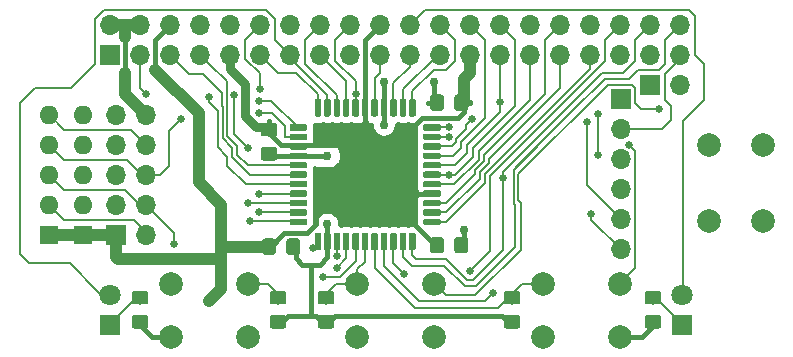
<source format=gtl>
G04 #@! TF.GenerationSoftware,KiCad,Pcbnew,(5.1.4)-1*
G04 #@! TF.CreationDate,2019-10-21T01:27:31+01:00*
G04 #@! TF.ProjectId,rgb-to-hdmi,7267622d-746f-42d6-9864-6d692e6b6963,rev?*
G04 #@! TF.SameCoordinates,Original*
G04 #@! TF.FileFunction,Copper,L1,Top*
G04 #@! TF.FilePolarity,Positive*
%FSLAX46Y46*%
G04 Gerber Fmt 4.6, Leading zero omitted, Abs format (unit mm)*
G04 Created by KiCad (PCBNEW (5.1.4)-1) date 2019-10-21 01:27:31*
%MOMM*%
%LPD*%
G04 APERTURE LIST*
%ADD10O,1.700000X1.700000*%
%ADD11R,1.700000X1.700000*%
%ADD12R,1.800000X1.800000*%
%ADD13C,1.800000*%
%ADD14C,0.100000*%
%ADD15C,1.150000*%
%ADD16O,1.600000X1.600000*%
%ADD17R,1.600000X1.600000*%
%ADD18C,2.000000*%
%ADD19C,0.550000*%
%ADD20C,0.762000*%
%ADD21C,0.660400*%
%ADD22C,0.381000*%
%ADD23C,0.203200*%
%ADD24C,1.016000*%
%ADD25C,0.762000*%
%ADD26C,0.254000*%
G04 APERTURE END LIST*
D10*
X69132000Y-26730960D03*
X69132000Y-29270960D03*
X66592000Y-26730960D03*
X66592000Y-29270960D03*
X64052000Y-26730960D03*
X64052000Y-29270960D03*
X61512000Y-26730960D03*
X61512000Y-29270960D03*
X58972000Y-26730960D03*
X58972000Y-29270960D03*
X56432000Y-26730960D03*
X56432000Y-29270960D03*
X53892000Y-26730960D03*
X53892000Y-29270960D03*
X51352000Y-26730960D03*
X51352000Y-29270960D03*
X48812000Y-26730960D03*
X48812000Y-29270960D03*
X46272000Y-26730960D03*
X46272000Y-29270960D03*
X43732000Y-26730960D03*
X43732000Y-29270960D03*
X41192000Y-26730960D03*
X41192000Y-29270960D03*
X38652000Y-26730960D03*
X38652000Y-29270960D03*
X36112000Y-26730960D03*
X36112000Y-29270960D03*
X33572000Y-26730960D03*
X33572000Y-29270960D03*
X31032000Y-26730960D03*
X31032000Y-29270960D03*
X28492000Y-26730960D03*
X28492000Y-29270960D03*
X25952000Y-26730960D03*
X25952000Y-29270960D03*
X23412000Y-26730960D03*
X23412000Y-29270960D03*
X20872000Y-26730960D03*
D11*
X20872000Y-29270960D03*
X21380000Y-44510960D03*
D10*
X23920000Y-44510960D03*
X21380000Y-41970960D03*
X23920000Y-41970960D03*
X21380000Y-39430960D03*
X23920000Y-39430960D03*
X21380000Y-36890960D03*
X23920000Y-36890960D03*
X21380000Y-34350960D03*
X23920000Y-34350960D03*
D11*
X64100800Y-33054001D03*
D10*
X64100800Y-35594001D03*
X64100800Y-38134001D03*
X64100800Y-40674001D03*
X64100800Y-43214001D03*
X64100800Y-45754001D03*
D11*
X66592000Y-31810960D03*
D10*
X69132000Y-31810960D03*
D12*
X20872000Y-52130960D03*
D13*
X20872000Y-49590960D03*
D12*
X69259000Y-52130960D03*
D13*
X69259000Y-49590960D03*
D14*
G36*
X48898505Y-44701164D02*
G01*
X48922773Y-44704764D01*
X48946572Y-44710725D01*
X48969671Y-44718990D01*
X48991850Y-44729480D01*
X49012893Y-44742092D01*
X49032599Y-44756707D01*
X49050777Y-44773183D01*
X49067253Y-44791361D01*
X49081868Y-44811067D01*
X49094480Y-44832110D01*
X49104970Y-44854289D01*
X49113235Y-44877388D01*
X49119196Y-44901187D01*
X49122796Y-44925455D01*
X49124000Y-44949959D01*
X49124000Y-45849961D01*
X49122796Y-45874465D01*
X49119196Y-45898733D01*
X49113235Y-45922532D01*
X49104970Y-45945631D01*
X49094480Y-45967810D01*
X49081868Y-45988853D01*
X49067253Y-46008559D01*
X49050777Y-46026737D01*
X49032599Y-46043213D01*
X49012893Y-46057828D01*
X48991850Y-46070440D01*
X48969671Y-46080930D01*
X48946572Y-46089195D01*
X48922773Y-46095156D01*
X48898505Y-46098756D01*
X48874001Y-46099960D01*
X48223999Y-46099960D01*
X48199495Y-46098756D01*
X48175227Y-46095156D01*
X48151428Y-46089195D01*
X48128329Y-46080930D01*
X48106150Y-46070440D01*
X48085107Y-46057828D01*
X48065401Y-46043213D01*
X48047223Y-46026737D01*
X48030747Y-46008559D01*
X48016132Y-45988853D01*
X48003520Y-45967810D01*
X47993030Y-45945631D01*
X47984765Y-45922532D01*
X47978804Y-45898733D01*
X47975204Y-45874465D01*
X47974000Y-45849961D01*
X47974000Y-44949959D01*
X47975204Y-44925455D01*
X47978804Y-44901187D01*
X47984765Y-44877388D01*
X47993030Y-44854289D01*
X48003520Y-44832110D01*
X48016132Y-44811067D01*
X48030747Y-44791361D01*
X48047223Y-44773183D01*
X48065401Y-44756707D01*
X48085107Y-44742092D01*
X48106150Y-44729480D01*
X48128329Y-44718990D01*
X48151428Y-44710725D01*
X48175227Y-44704764D01*
X48199495Y-44701164D01*
X48223999Y-44699960D01*
X48874001Y-44699960D01*
X48898505Y-44701164D01*
X48898505Y-44701164D01*
G37*
D15*
X48549000Y-45399960D03*
D14*
G36*
X50948505Y-44701164D02*
G01*
X50972773Y-44704764D01*
X50996572Y-44710725D01*
X51019671Y-44718990D01*
X51041850Y-44729480D01*
X51062893Y-44742092D01*
X51082599Y-44756707D01*
X51100777Y-44773183D01*
X51117253Y-44791361D01*
X51131868Y-44811067D01*
X51144480Y-44832110D01*
X51154970Y-44854289D01*
X51163235Y-44877388D01*
X51169196Y-44901187D01*
X51172796Y-44925455D01*
X51174000Y-44949959D01*
X51174000Y-45849961D01*
X51172796Y-45874465D01*
X51169196Y-45898733D01*
X51163235Y-45922532D01*
X51154970Y-45945631D01*
X51144480Y-45967810D01*
X51131868Y-45988853D01*
X51117253Y-46008559D01*
X51100777Y-46026737D01*
X51082599Y-46043213D01*
X51062893Y-46057828D01*
X51041850Y-46070440D01*
X51019671Y-46080930D01*
X50996572Y-46089195D01*
X50972773Y-46095156D01*
X50948505Y-46098756D01*
X50924001Y-46099960D01*
X50273999Y-46099960D01*
X50249495Y-46098756D01*
X50225227Y-46095156D01*
X50201428Y-46089195D01*
X50178329Y-46080930D01*
X50156150Y-46070440D01*
X50135107Y-46057828D01*
X50115401Y-46043213D01*
X50097223Y-46026737D01*
X50080747Y-46008559D01*
X50066132Y-45988853D01*
X50053520Y-45967810D01*
X50043030Y-45945631D01*
X50034765Y-45922532D01*
X50028804Y-45898733D01*
X50025204Y-45874465D01*
X50024000Y-45849961D01*
X50024000Y-44949959D01*
X50025204Y-44925455D01*
X50028804Y-44901187D01*
X50034765Y-44877388D01*
X50043030Y-44854289D01*
X50053520Y-44832110D01*
X50066132Y-44811067D01*
X50080747Y-44791361D01*
X50097223Y-44773183D01*
X50115401Y-44756707D01*
X50135107Y-44742092D01*
X50156150Y-44729480D01*
X50178329Y-44718990D01*
X50201428Y-44710725D01*
X50225227Y-44704764D01*
X50249495Y-44701164D01*
X50273999Y-44699960D01*
X50924001Y-44699960D01*
X50948505Y-44701164D01*
X50948505Y-44701164D01*
G37*
D15*
X50599000Y-45399960D03*
D14*
G36*
X34808505Y-37088164D02*
G01*
X34832773Y-37091764D01*
X34856572Y-37097725D01*
X34879671Y-37105990D01*
X34901850Y-37116480D01*
X34922893Y-37129092D01*
X34942599Y-37143707D01*
X34960777Y-37160183D01*
X34977253Y-37178361D01*
X34991868Y-37198067D01*
X35004480Y-37219110D01*
X35014970Y-37241289D01*
X35023235Y-37264388D01*
X35029196Y-37288187D01*
X35032796Y-37312455D01*
X35034000Y-37336959D01*
X35034000Y-37986961D01*
X35032796Y-38011465D01*
X35029196Y-38035733D01*
X35023235Y-38059532D01*
X35014970Y-38082631D01*
X35004480Y-38104810D01*
X34991868Y-38125853D01*
X34977253Y-38145559D01*
X34960777Y-38163737D01*
X34942599Y-38180213D01*
X34922893Y-38194828D01*
X34901850Y-38207440D01*
X34879671Y-38217930D01*
X34856572Y-38226195D01*
X34832773Y-38232156D01*
X34808505Y-38235756D01*
X34784001Y-38236960D01*
X33883999Y-38236960D01*
X33859495Y-38235756D01*
X33835227Y-38232156D01*
X33811428Y-38226195D01*
X33788329Y-38217930D01*
X33766150Y-38207440D01*
X33745107Y-38194828D01*
X33725401Y-38180213D01*
X33707223Y-38163737D01*
X33690747Y-38145559D01*
X33676132Y-38125853D01*
X33663520Y-38104810D01*
X33653030Y-38082631D01*
X33644765Y-38059532D01*
X33638804Y-38035733D01*
X33635204Y-38011465D01*
X33634000Y-37986961D01*
X33634000Y-37336959D01*
X33635204Y-37312455D01*
X33638804Y-37288187D01*
X33644765Y-37264388D01*
X33653030Y-37241289D01*
X33663520Y-37219110D01*
X33676132Y-37198067D01*
X33690747Y-37178361D01*
X33707223Y-37160183D01*
X33725401Y-37143707D01*
X33745107Y-37129092D01*
X33766150Y-37116480D01*
X33788329Y-37105990D01*
X33811428Y-37097725D01*
X33835227Y-37091764D01*
X33859495Y-37088164D01*
X33883999Y-37086960D01*
X34784001Y-37086960D01*
X34808505Y-37088164D01*
X34808505Y-37088164D01*
G37*
D15*
X34334000Y-37661960D03*
D14*
G36*
X34808505Y-35038164D02*
G01*
X34832773Y-35041764D01*
X34856572Y-35047725D01*
X34879671Y-35055990D01*
X34901850Y-35066480D01*
X34922893Y-35079092D01*
X34942599Y-35093707D01*
X34960777Y-35110183D01*
X34977253Y-35128361D01*
X34991868Y-35148067D01*
X35004480Y-35169110D01*
X35014970Y-35191289D01*
X35023235Y-35214388D01*
X35029196Y-35238187D01*
X35032796Y-35262455D01*
X35034000Y-35286959D01*
X35034000Y-35936961D01*
X35032796Y-35961465D01*
X35029196Y-35985733D01*
X35023235Y-36009532D01*
X35014970Y-36032631D01*
X35004480Y-36054810D01*
X34991868Y-36075853D01*
X34977253Y-36095559D01*
X34960777Y-36113737D01*
X34942599Y-36130213D01*
X34922893Y-36144828D01*
X34901850Y-36157440D01*
X34879671Y-36167930D01*
X34856572Y-36176195D01*
X34832773Y-36182156D01*
X34808505Y-36185756D01*
X34784001Y-36186960D01*
X33883999Y-36186960D01*
X33859495Y-36185756D01*
X33835227Y-36182156D01*
X33811428Y-36176195D01*
X33788329Y-36167930D01*
X33766150Y-36157440D01*
X33745107Y-36144828D01*
X33725401Y-36130213D01*
X33707223Y-36113737D01*
X33690747Y-36095559D01*
X33676132Y-36075853D01*
X33663520Y-36054810D01*
X33653030Y-36032631D01*
X33644765Y-36009532D01*
X33638804Y-35985733D01*
X33635204Y-35961465D01*
X33634000Y-35936961D01*
X33634000Y-35286959D01*
X33635204Y-35262455D01*
X33638804Y-35238187D01*
X33644765Y-35214388D01*
X33653030Y-35191289D01*
X33663520Y-35169110D01*
X33676132Y-35148067D01*
X33690747Y-35128361D01*
X33707223Y-35110183D01*
X33725401Y-35093707D01*
X33745107Y-35079092D01*
X33766150Y-35066480D01*
X33788329Y-35055990D01*
X33811428Y-35047725D01*
X33835227Y-35041764D01*
X33859495Y-35038164D01*
X33883999Y-35036960D01*
X34784001Y-35036960D01*
X34808505Y-35038164D01*
X34808505Y-35038164D01*
G37*
D15*
X34334000Y-35611960D03*
D14*
G36*
X48898505Y-32636164D02*
G01*
X48922773Y-32639764D01*
X48946572Y-32645725D01*
X48969671Y-32653990D01*
X48991850Y-32664480D01*
X49012893Y-32677092D01*
X49032599Y-32691707D01*
X49050777Y-32708183D01*
X49067253Y-32726361D01*
X49081868Y-32746067D01*
X49094480Y-32767110D01*
X49104970Y-32789289D01*
X49113235Y-32812388D01*
X49119196Y-32836187D01*
X49122796Y-32860455D01*
X49124000Y-32884959D01*
X49124000Y-33784961D01*
X49122796Y-33809465D01*
X49119196Y-33833733D01*
X49113235Y-33857532D01*
X49104970Y-33880631D01*
X49094480Y-33902810D01*
X49081868Y-33923853D01*
X49067253Y-33943559D01*
X49050777Y-33961737D01*
X49032599Y-33978213D01*
X49012893Y-33992828D01*
X48991850Y-34005440D01*
X48969671Y-34015930D01*
X48946572Y-34024195D01*
X48922773Y-34030156D01*
X48898505Y-34033756D01*
X48874001Y-34034960D01*
X48223999Y-34034960D01*
X48199495Y-34033756D01*
X48175227Y-34030156D01*
X48151428Y-34024195D01*
X48128329Y-34015930D01*
X48106150Y-34005440D01*
X48085107Y-33992828D01*
X48065401Y-33978213D01*
X48047223Y-33961737D01*
X48030747Y-33943559D01*
X48016132Y-33923853D01*
X48003520Y-33902810D01*
X47993030Y-33880631D01*
X47984765Y-33857532D01*
X47978804Y-33833733D01*
X47975204Y-33809465D01*
X47974000Y-33784961D01*
X47974000Y-32884959D01*
X47975204Y-32860455D01*
X47978804Y-32836187D01*
X47984765Y-32812388D01*
X47993030Y-32789289D01*
X48003520Y-32767110D01*
X48016132Y-32746067D01*
X48030747Y-32726361D01*
X48047223Y-32708183D01*
X48065401Y-32691707D01*
X48085107Y-32677092D01*
X48106150Y-32664480D01*
X48128329Y-32653990D01*
X48151428Y-32645725D01*
X48175227Y-32639764D01*
X48199495Y-32636164D01*
X48223999Y-32634960D01*
X48874001Y-32634960D01*
X48898505Y-32636164D01*
X48898505Y-32636164D01*
G37*
D15*
X48549000Y-33334960D03*
D14*
G36*
X50948505Y-32636164D02*
G01*
X50972773Y-32639764D01*
X50996572Y-32645725D01*
X51019671Y-32653990D01*
X51041850Y-32664480D01*
X51062893Y-32677092D01*
X51082599Y-32691707D01*
X51100777Y-32708183D01*
X51117253Y-32726361D01*
X51131868Y-32746067D01*
X51144480Y-32767110D01*
X51154970Y-32789289D01*
X51163235Y-32812388D01*
X51169196Y-32836187D01*
X51172796Y-32860455D01*
X51174000Y-32884959D01*
X51174000Y-33784961D01*
X51172796Y-33809465D01*
X51169196Y-33833733D01*
X51163235Y-33857532D01*
X51154970Y-33880631D01*
X51144480Y-33902810D01*
X51131868Y-33923853D01*
X51117253Y-33943559D01*
X51100777Y-33961737D01*
X51082599Y-33978213D01*
X51062893Y-33992828D01*
X51041850Y-34005440D01*
X51019671Y-34015930D01*
X50996572Y-34024195D01*
X50972773Y-34030156D01*
X50948505Y-34033756D01*
X50924001Y-34034960D01*
X50273999Y-34034960D01*
X50249495Y-34033756D01*
X50225227Y-34030156D01*
X50201428Y-34024195D01*
X50178329Y-34015930D01*
X50156150Y-34005440D01*
X50135107Y-33992828D01*
X50115401Y-33978213D01*
X50097223Y-33961737D01*
X50080747Y-33943559D01*
X50066132Y-33923853D01*
X50053520Y-33902810D01*
X50043030Y-33880631D01*
X50034765Y-33857532D01*
X50028804Y-33833733D01*
X50025204Y-33809465D01*
X50024000Y-33784961D01*
X50024000Y-32884959D01*
X50025204Y-32860455D01*
X50028804Y-32836187D01*
X50034765Y-32812388D01*
X50043030Y-32789289D01*
X50053520Y-32767110D01*
X50066132Y-32746067D01*
X50080747Y-32726361D01*
X50097223Y-32708183D01*
X50115401Y-32691707D01*
X50135107Y-32677092D01*
X50156150Y-32664480D01*
X50178329Y-32653990D01*
X50201428Y-32645725D01*
X50225227Y-32639764D01*
X50249495Y-32636164D01*
X50273999Y-32634960D01*
X50924001Y-32634960D01*
X50948505Y-32636164D01*
X50948505Y-32636164D01*
G37*
D15*
X50599000Y-33334960D03*
D14*
G36*
X34674505Y-44828164D02*
G01*
X34698773Y-44831764D01*
X34722572Y-44837725D01*
X34745671Y-44845990D01*
X34767850Y-44856480D01*
X34788893Y-44869092D01*
X34808599Y-44883707D01*
X34826777Y-44900183D01*
X34843253Y-44918361D01*
X34857868Y-44938067D01*
X34870480Y-44959110D01*
X34880970Y-44981289D01*
X34889235Y-45004388D01*
X34895196Y-45028187D01*
X34898796Y-45052455D01*
X34900000Y-45076959D01*
X34900000Y-45976961D01*
X34898796Y-46001465D01*
X34895196Y-46025733D01*
X34889235Y-46049532D01*
X34880970Y-46072631D01*
X34870480Y-46094810D01*
X34857868Y-46115853D01*
X34843253Y-46135559D01*
X34826777Y-46153737D01*
X34808599Y-46170213D01*
X34788893Y-46184828D01*
X34767850Y-46197440D01*
X34745671Y-46207930D01*
X34722572Y-46216195D01*
X34698773Y-46222156D01*
X34674505Y-46225756D01*
X34650001Y-46226960D01*
X33999999Y-46226960D01*
X33975495Y-46225756D01*
X33951227Y-46222156D01*
X33927428Y-46216195D01*
X33904329Y-46207930D01*
X33882150Y-46197440D01*
X33861107Y-46184828D01*
X33841401Y-46170213D01*
X33823223Y-46153737D01*
X33806747Y-46135559D01*
X33792132Y-46115853D01*
X33779520Y-46094810D01*
X33769030Y-46072631D01*
X33760765Y-46049532D01*
X33754804Y-46025733D01*
X33751204Y-46001465D01*
X33750000Y-45976961D01*
X33750000Y-45076959D01*
X33751204Y-45052455D01*
X33754804Y-45028187D01*
X33760765Y-45004388D01*
X33769030Y-44981289D01*
X33779520Y-44959110D01*
X33792132Y-44938067D01*
X33806747Y-44918361D01*
X33823223Y-44900183D01*
X33841401Y-44883707D01*
X33861107Y-44869092D01*
X33882150Y-44856480D01*
X33904329Y-44845990D01*
X33927428Y-44837725D01*
X33951227Y-44831764D01*
X33975495Y-44828164D01*
X33999999Y-44826960D01*
X34650001Y-44826960D01*
X34674505Y-44828164D01*
X34674505Y-44828164D01*
G37*
D15*
X34325000Y-45526960D03*
D14*
G36*
X36724505Y-44828164D02*
G01*
X36748773Y-44831764D01*
X36772572Y-44837725D01*
X36795671Y-44845990D01*
X36817850Y-44856480D01*
X36838893Y-44869092D01*
X36858599Y-44883707D01*
X36876777Y-44900183D01*
X36893253Y-44918361D01*
X36907868Y-44938067D01*
X36920480Y-44959110D01*
X36930970Y-44981289D01*
X36939235Y-45004388D01*
X36945196Y-45028187D01*
X36948796Y-45052455D01*
X36950000Y-45076959D01*
X36950000Y-45976961D01*
X36948796Y-46001465D01*
X36945196Y-46025733D01*
X36939235Y-46049532D01*
X36930970Y-46072631D01*
X36920480Y-46094810D01*
X36907868Y-46115853D01*
X36893253Y-46135559D01*
X36876777Y-46153737D01*
X36858599Y-46170213D01*
X36838893Y-46184828D01*
X36817850Y-46197440D01*
X36795671Y-46207930D01*
X36772572Y-46216195D01*
X36748773Y-46222156D01*
X36724505Y-46225756D01*
X36700001Y-46226960D01*
X36049999Y-46226960D01*
X36025495Y-46225756D01*
X36001227Y-46222156D01*
X35977428Y-46216195D01*
X35954329Y-46207930D01*
X35932150Y-46197440D01*
X35911107Y-46184828D01*
X35891401Y-46170213D01*
X35873223Y-46153737D01*
X35856747Y-46135559D01*
X35842132Y-46115853D01*
X35829520Y-46094810D01*
X35819030Y-46072631D01*
X35810765Y-46049532D01*
X35804804Y-46025733D01*
X35801204Y-46001465D01*
X35800000Y-45976961D01*
X35800000Y-45076959D01*
X35801204Y-45052455D01*
X35804804Y-45028187D01*
X35810765Y-45004388D01*
X35819030Y-44981289D01*
X35829520Y-44959110D01*
X35842132Y-44938067D01*
X35856747Y-44918361D01*
X35873223Y-44900183D01*
X35891401Y-44883707D01*
X35911107Y-44869092D01*
X35932150Y-44856480D01*
X35954329Y-44845990D01*
X35977428Y-44837725D01*
X36001227Y-44831764D01*
X36025495Y-44828164D01*
X36049999Y-44826960D01*
X36700001Y-44826960D01*
X36724505Y-44828164D01*
X36724505Y-44828164D01*
G37*
D15*
X36375000Y-45526960D03*
D14*
G36*
X35570505Y-49262164D02*
G01*
X35594773Y-49265764D01*
X35618572Y-49271725D01*
X35641671Y-49279990D01*
X35663850Y-49290480D01*
X35684893Y-49303092D01*
X35704599Y-49317707D01*
X35722777Y-49334183D01*
X35739253Y-49352361D01*
X35753868Y-49372067D01*
X35766480Y-49393110D01*
X35776970Y-49415289D01*
X35785235Y-49438388D01*
X35791196Y-49462187D01*
X35794796Y-49486455D01*
X35796000Y-49510959D01*
X35796000Y-50160961D01*
X35794796Y-50185465D01*
X35791196Y-50209733D01*
X35785235Y-50233532D01*
X35776970Y-50256631D01*
X35766480Y-50278810D01*
X35753868Y-50299853D01*
X35739253Y-50319559D01*
X35722777Y-50337737D01*
X35704599Y-50354213D01*
X35684893Y-50368828D01*
X35663850Y-50381440D01*
X35641671Y-50391930D01*
X35618572Y-50400195D01*
X35594773Y-50406156D01*
X35570505Y-50409756D01*
X35546001Y-50410960D01*
X34645999Y-50410960D01*
X34621495Y-50409756D01*
X34597227Y-50406156D01*
X34573428Y-50400195D01*
X34550329Y-50391930D01*
X34528150Y-50381440D01*
X34507107Y-50368828D01*
X34487401Y-50354213D01*
X34469223Y-50337737D01*
X34452747Y-50319559D01*
X34438132Y-50299853D01*
X34425520Y-50278810D01*
X34415030Y-50256631D01*
X34406765Y-50233532D01*
X34400804Y-50209733D01*
X34397204Y-50185465D01*
X34396000Y-50160961D01*
X34396000Y-49510959D01*
X34397204Y-49486455D01*
X34400804Y-49462187D01*
X34406765Y-49438388D01*
X34415030Y-49415289D01*
X34425520Y-49393110D01*
X34438132Y-49372067D01*
X34452747Y-49352361D01*
X34469223Y-49334183D01*
X34487401Y-49317707D01*
X34507107Y-49303092D01*
X34528150Y-49290480D01*
X34550329Y-49279990D01*
X34573428Y-49271725D01*
X34597227Y-49265764D01*
X34621495Y-49262164D01*
X34645999Y-49260960D01*
X35546001Y-49260960D01*
X35570505Y-49262164D01*
X35570505Y-49262164D01*
G37*
D15*
X35096000Y-49835960D03*
D14*
G36*
X35570505Y-51312164D02*
G01*
X35594773Y-51315764D01*
X35618572Y-51321725D01*
X35641671Y-51329990D01*
X35663850Y-51340480D01*
X35684893Y-51353092D01*
X35704599Y-51367707D01*
X35722777Y-51384183D01*
X35739253Y-51402361D01*
X35753868Y-51422067D01*
X35766480Y-51443110D01*
X35776970Y-51465289D01*
X35785235Y-51488388D01*
X35791196Y-51512187D01*
X35794796Y-51536455D01*
X35796000Y-51560959D01*
X35796000Y-52210961D01*
X35794796Y-52235465D01*
X35791196Y-52259733D01*
X35785235Y-52283532D01*
X35776970Y-52306631D01*
X35766480Y-52328810D01*
X35753868Y-52349853D01*
X35739253Y-52369559D01*
X35722777Y-52387737D01*
X35704599Y-52404213D01*
X35684893Y-52418828D01*
X35663850Y-52431440D01*
X35641671Y-52441930D01*
X35618572Y-52450195D01*
X35594773Y-52456156D01*
X35570505Y-52459756D01*
X35546001Y-52460960D01*
X34645999Y-52460960D01*
X34621495Y-52459756D01*
X34597227Y-52456156D01*
X34573428Y-52450195D01*
X34550329Y-52441930D01*
X34528150Y-52431440D01*
X34507107Y-52418828D01*
X34487401Y-52404213D01*
X34469223Y-52387737D01*
X34452747Y-52369559D01*
X34438132Y-52349853D01*
X34425520Y-52328810D01*
X34415030Y-52306631D01*
X34406765Y-52283532D01*
X34400804Y-52259733D01*
X34397204Y-52235465D01*
X34396000Y-52210961D01*
X34396000Y-51560959D01*
X34397204Y-51536455D01*
X34400804Y-51512187D01*
X34406765Y-51488388D01*
X34415030Y-51465289D01*
X34425520Y-51443110D01*
X34438132Y-51422067D01*
X34452747Y-51402361D01*
X34469223Y-51384183D01*
X34487401Y-51367707D01*
X34507107Y-51353092D01*
X34528150Y-51340480D01*
X34550329Y-51329990D01*
X34573428Y-51321725D01*
X34597227Y-51315764D01*
X34621495Y-51312164D01*
X34645999Y-51310960D01*
X35546001Y-51310960D01*
X35570505Y-51312164D01*
X35570505Y-51312164D01*
G37*
D15*
X35096000Y-51885960D03*
D14*
G36*
X39634505Y-49262164D02*
G01*
X39658773Y-49265764D01*
X39682572Y-49271725D01*
X39705671Y-49279990D01*
X39727850Y-49290480D01*
X39748893Y-49303092D01*
X39768599Y-49317707D01*
X39786777Y-49334183D01*
X39803253Y-49352361D01*
X39817868Y-49372067D01*
X39830480Y-49393110D01*
X39840970Y-49415289D01*
X39849235Y-49438388D01*
X39855196Y-49462187D01*
X39858796Y-49486455D01*
X39860000Y-49510959D01*
X39860000Y-50160961D01*
X39858796Y-50185465D01*
X39855196Y-50209733D01*
X39849235Y-50233532D01*
X39840970Y-50256631D01*
X39830480Y-50278810D01*
X39817868Y-50299853D01*
X39803253Y-50319559D01*
X39786777Y-50337737D01*
X39768599Y-50354213D01*
X39748893Y-50368828D01*
X39727850Y-50381440D01*
X39705671Y-50391930D01*
X39682572Y-50400195D01*
X39658773Y-50406156D01*
X39634505Y-50409756D01*
X39610001Y-50410960D01*
X38709999Y-50410960D01*
X38685495Y-50409756D01*
X38661227Y-50406156D01*
X38637428Y-50400195D01*
X38614329Y-50391930D01*
X38592150Y-50381440D01*
X38571107Y-50368828D01*
X38551401Y-50354213D01*
X38533223Y-50337737D01*
X38516747Y-50319559D01*
X38502132Y-50299853D01*
X38489520Y-50278810D01*
X38479030Y-50256631D01*
X38470765Y-50233532D01*
X38464804Y-50209733D01*
X38461204Y-50185465D01*
X38460000Y-50160961D01*
X38460000Y-49510959D01*
X38461204Y-49486455D01*
X38464804Y-49462187D01*
X38470765Y-49438388D01*
X38479030Y-49415289D01*
X38489520Y-49393110D01*
X38502132Y-49372067D01*
X38516747Y-49352361D01*
X38533223Y-49334183D01*
X38551401Y-49317707D01*
X38571107Y-49303092D01*
X38592150Y-49290480D01*
X38614329Y-49279990D01*
X38637428Y-49271725D01*
X38661227Y-49265764D01*
X38685495Y-49262164D01*
X38709999Y-49260960D01*
X39610001Y-49260960D01*
X39634505Y-49262164D01*
X39634505Y-49262164D01*
G37*
D15*
X39160000Y-49835960D03*
D14*
G36*
X39634505Y-51312164D02*
G01*
X39658773Y-51315764D01*
X39682572Y-51321725D01*
X39705671Y-51329990D01*
X39727850Y-51340480D01*
X39748893Y-51353092D01*
X39768599Y-51367707D01*
X39786777Y-51384183D01*
X39803253Y-51402361D01*
X39817868Y-51422067D01*
X39830480Y-51443110D01*
X39840970Y-51465289D01*
X39849235Y-51488388D01*
X39855196Y-51512187D01*
X39858796Y-51536455D01*
X39860000Y-51560959D01*
X39860000Y-52210961D01*
X39858796Y-52235465D01*
X39855196Y-52259733D01*
X39849235Y-52283532D01*
X39840970Y-52306631D01*
X39830480Y-52328810D01*
X39817868Y-52349853D01*
X39803253Y-52369559D01*
X39786777Y-52387737D01*
X39768599Y-52404213D01*
X39748893Y-52418828D01*
X39727850Y-52431440D01*
X39705671Y-52441930D01*
X39682572Y-52450195D01*
X39658773Y-52456156D01*
X39634505Y-52459756D01*
X39610001Y-52460960D01*
X38709999Y-52460960D01*
X38685495Y-52459756D01*
X38661227Y-52456156D01*
X38637428Y-52450195D01*
X38614329Y-52441930D01*
X38592150Y-52431440D01*
X38571107Y-52418828D01*
X38551401Y-52404213D01*
X38533223Y-52387737D01*
X38516747Y-52369559D01*
X38502132Y-52349853D01*
X38489520Y-52328810D01*
X38479030Y-52306631D01*
X38470765Y-52283532D01*
X38464804Y-52259733D01*
X38461204Y-52235465D01*
X38460000Y-52210961D01*
X38460000Y-51560959D01*
X38461204Y-51536455D01*
X38464804Y-51512187D01*
X38470765Y-51488388D01*
X38479030Y-51465289D01*
X38489520Y-51443110D01*
X38502132Y-51422067D01*
X38516747Y-51402361D01*
X38533223Y-51384183D01*
X38551401Y-51367707D01*
X38571107Y-51353092D01*
X38592150Y-51340480D01*
X38614329Y-51329990D01*
X38637428Y-51321725D01*
X38661227Y-51315764D01*
X38685495Y-51312164D01*
X38709999Y-51310960D01*
X39610001Y-51310960D01*
X39634505Y-51312164D01*
X39634505Y-51312164D01*
G37*
D15*
X39160000Y-51885960D03*
D14*
G36*
X55382505Y-49262164D02*
G01*
X55406773Y-49265764D01*
X55430572Y-49271725D01*
X55453671Y-49279990D01*
X55475850Y-49290480D01*
X55496893Y-49303092D01*
X55516599Y-49317707D01*
X55534777Y-49334183D01*
X55551253Y-49352361D01*
X55565868Y-49372067D01*
X55578480Y-49393110D01*
X55588970Y-49415289D01*
X55597235Y-49438388D01*
X55603196Y-49462187D01*
X55606796Y-49486455D01*
X55608000Y-49510959D01*
X55608000Y-50160961D01*
X55606796Y-50185465D01*
X55603196Y-50209733D01*
X55597235Y-50233532D01*
X55588970Y-50256631D01*
X55578480Y-50278810D01*
X55565868Y-50299853D01*
X55551253Y-50319559D01*
X55534777Y-50337737D01*
X55516599Y-50354213D01*
X55496893Y-50368828D01*
X55475850Y-50381440D01*
X55453671Y-50391930D01*
X55430572Y-50400195D01*
X55406773Y-50406156D01*
X55382505Y-50409756D01*
X55358001Y-50410960D01*
X54457999Y-50410960D01*
X54433495Y-50409756D01*
X54409227Y-50406156D01*
X54385428Y-50400195D01*
X54362329Y-50391930D01*
X54340150Y-50381440D01*
X54319107Y-50368828D01*
X54299401Y-50354213D01*
X54281223Y-50337737D01*
X54264747Y-50319559D01*
X54250132Y-50299853D01*
X54237520Y-50278810D01*
X54227030Y-50256631D01*
X54218765Y-50233532D01*
X54212804Y-50209733D01*
X54209204Y-50185465D01*
X54208000Y-50160961D01*
X54208000Y-49510959D01*
X54209204Y-49486455D01*
X54212804Y-49462187D01*
X54218765Y-49438388D01*
X54227030Y-49415289D01*
X54237520Y-49393110D01*
X54250132Y-49372067D01*
X54264747Y-49352361D01*
X54281223Y-49334183D01*
X54299401Y-49317707D01*
X54319107Y-49303092D01*
X54340150Y-49290480D01*
X54362329Y-49279990D01*
X54385428Y-49271725D01*
X54409227Y-49265764D01*
X54433495Y-49262164D01*
X54457999Y-49260960D01*
X55358001Y-49260960D01*
X55382505Y-49262164D01*
X55382505Y-49262164D01*
G37*
D15*
X54908000Y-49835960D03*
D14*
G36*
X55382505Y-51312164D02*
G01*
X55406773Y-51315764D01*
X55430572Y-51321725D01*
X55453671Y-51329990D01*
X55475850Y-51340480D01*
X55496893Y-51353092D01*
X55516599Y-51367707D01*
X55534777Y-51384183D01*
X55551253Y-51402361D01*
X55565868Y-51422067D01*
X55578480Y-51443110D01*
X55588970Y-51465289D01*
X55597235Y-51488388D01*
X55603196Y-51512187D01*
X55606796Y-51536455D01*
X55608000Y-51560959D01*
X55608000Y-52210961D01*
X55606796Y-52235465D01*
X55603196Y-52259733D01*
X55597235Y-52283532D01*
X55588970Y-52306631D01*
X55578480Y-52328810D01*
X55565868Y-52349853D01*
X55551253Y-52369559D01*
X55534777Y-52387737D01*
X55516599Y-52404213D01*
X55496893Y-52418828D01*
X55475850Y-52431440D01*
X55453671Y-52441930D01*
X55430572Y-52450195D01*
X55406773Y-52456156D01*
X55382505Y-52459756D01*
X55358001Y-52460960D01*
X54457999Y-52460960D01*
X54433495Y-52459756D01*
X54409227Y-52456156D01*
X54385428Y-52450195D01*
X54362329Y-52441930D01*
X54340150Y-52431440D01*
X54319107Y-52418828D01*
X54299401Y-52404213D01*
X54281223Y-52387737D01*
X54264747Y-52369559D01*
X54250132Y-52349853D01*
X54237520Y-52328810D01*
X54227030Y-52306631D01*
X54218765Y-52283532D01*
X54212804Y-52259733D01*
X54209204Y-52235465D01*
X54208000Y-52210961D01*
X54208000Y-51560959D01*
X54209204Y-51536455D01*
X54212804Y-51512187D01*
X54218765Y-51488388D01*
X54227030Y-51465289D01*
X54237520Y-51443110D01*
X54250132Y-51422067D01*
X54264747Y-51402361D01*
X54281223Y-51384183D01*
X54299401Y-51367707D01*
X54319107Y-51353092D01*
X54340150Y-51340480D01*
X54362329Y-51329990D01*
X54385428Y-51321725D01*
X54409227Y-51315764D01*
X54433495Y-51312164D01*
X54457999Y-51310960D01*
X55358001Y-51310960D01*
X55382505Y-51312164D01*
X55382505Y-51312164D01*
G37*
D15*
X54908000Y-51885960D03*
D14*
G36*
X23886505Y-51312164D02*
G01*
X23910773Y-51315764D01*
X23934572Y-51321725D01*
X23957671Y-51329990D01*
X23979850Y-51340480D01*
X24000893Y-51353092D01*
X24020599Y-51367707D01*
X24038777Y-51384183D01*
X24055253Y-51402361D01*
X24069868Y-51422067D01*
X24082480Y-51443110D01*
X24092970Y-51465289D01*
X24101235Y-51488388D01*
X24107196Y-51512187D01*
X24110796Y-51536455D01*
X24112000Y-51560959D01*
X24112000Y-52210961D01*
X24110796Y-52235465D01*
X24107196Y-52259733D01*
X24101235Y-52283532D01*
X24092970Y-52306631D01*
X24082480Y-52328810D01*
X24069868Y-52349853D01*
X24055253Y-52369559D01*
X24038777Y-52387737D01*
X24020599Y-52404213D01*
X24000893Y-52418828D01*
X23979850Y-52431440D01*
X23957671Y-52441930D01*
X23934572Y-52450195D01*
X23910773Y-52456156D01*
X23886505Y-52459756D01*
X23862001Y-52460960D01*
X22961999Y-52460960D01*
X22937495Y-52459756D01*
X22913227Y-52456156D01*
X22889428Y-52450195D01*
X22866329Y-52441930D01*
X22844150Y-52431440D01*
X22823107Y-52418828D01*
X22803401Y-52404213D01*
X22785223Y-52387737D01*
X22768747Y-52369559D01*
X22754132Y-52349853D01*
X22741520Y-52328810D01*
X22731030Y-52306631D01*
X22722765Y-52283532D01*
X22716804Y-52259733D01*
X22713204Y-52235465D01*
X22712000Y-52210961D01*
X22712000Y-51560959D01*
X22713204Y-51536455D01*
X22716804Y-51512187D01*
X22722765Y-51488388D01*
X22731030Y-51465289D01*
X22741520Y-51443110D01*
X22754132Y-51422067D01*
X22768747Y-51402361D01*
X22785223Y-51384183D01*
X22803401Y-51367707D01*
X22823107Y-51353092D01*
X22844150Y-51340480D01*
X22866329Y-51329990D01*
X22889428Y-51321725D01*
X22913227Y-51315764D01*
X22937495Y-51312164D01*
X22961999Y-51310960D01*
X23862001Y-51310960D01*
X23886505Y-51312164D01*
X23886505Y-51312164D01*
G37*
D15*
X23412000Y-51885960D03*
D14*
G36*
X23886505Y-49262164D02*
G01*
X23910773Y-49265764D01*
X23934572Y-49271725D01*
X23957671Y-49279990D01*
X23979850Y-49290480D01*
X24000893Y-49303092D01*
X24020599Y-49317707D01*
X24038777Y-49334183D01*
X24055253Y-49352361D01*
X24069868Y-49372067D01*
X24082480Y-49393110D01*
X24092970Y-49415289D01*
X24101235Y-49438388D01*
X24107196Y-49462187D01*
X24110796Y-49486455D01*
X24112000Y-49510959D01*
X24112000Y-50160961D01*
X24110796Y-50185465D01*
X24107196Y-50209733D01*
X24101235Y-50233532D01*
X24092970Y-50256631D01*
X24082480Y-50278810D01*
X24069868Y-50299853D01*
X24055253Y-50319559D01*
X24038777Y-50337737D01*
X24020599Y-50354213D01*
X24000893Y-50368828D01*
X23979850Y-50381440D01*
X23957671Y-50391930D01*
X23934572Y-50400195D01*
X23910773Y-50406156D01*
X23886505Y-50409756D01*
X23862001Y-50410960D01*
X22961999Y-50410960D01*
X22937495Y-50409756D01*
X22913227Y-50406156D01*
X22889428Y-50400195D01*
X22866329Y-50391930D01*
X22844150Y-50381440D01*
X22823107Y-50368828D01*
X22803401Y-50354213D01*
X22785223Y-50337737D01*
X22768747Y-50319559D01*
X22754132Y-50299853D01*
X22741520Y-50278810D01*
X22731030Y-50256631D01*
X22722765Y-50233532D01*
X22716804Y-50209733D01*
X22713204Y-50185465D01*
X22712000Y-50160961D01*
X22712000Y-49510959D01*
X22713204Y-49486455D01*
X22716804Y-49462187D01*
X22722765Y-49438388D01*
X22731030Y-49415289D01*
X22741520Y-49393110D01*
X22754132Y-49372067D01*
X22768747Y-49352361D01*
X22785223Y-49334183D01*
X22803401Y-49317707D01*
X22823107Y-49303092D01*
X22844150Y-49290480D01*
X22866329Y-49279990D01*
X22889428Y-49271725D01*
X22913227Y-49265764D01*
X22937495Y-49262164D01*
X22961999Y-49260960D01*
X23862001Y-49260960D01*
X23886505Y-49262164D01*
X23886505Y-49262164D01*
G37*
D15*
X23412000Y-49835960D03*
D14*
G36*
X67320505Y-49262164D02*
G01*
X67344773Y-49265764D01*
X67368572Y-49271725D01*
X67391671Y-49279990D01*
X67413850Y-49290480D01*
X67434893Y-49303092D01*
X67454599Y-49317707D01*
X67472777Y-49334183D01*
X67489253Y-49352361D01*
X67503868Y-49372067D01*
X67516480Y-49393110D01*
X67526970Y-49415289D01*
X67535235Y-49438388D01*
X67541196Y-49462187D01*
X67544796Y-49486455D01*
X67546000Y-49510959D01*
X67546000Y-50160961D01*
X67544796Y-50185465D01*
X67541196Y-50209733D01*
X67535235Y-50233532D01*
X67526970Y-50256631D01*
X67516480Y-50278810D01*
X67503868Y-50299853D01*
X67489253Y-50319559D01*
X67472777Y-50337737D01*
X67454599Y-50354213D01*
X67434893Y-50368828D01*
X67413850Y-50381440D01*
X67391671Y-50391930D01*
X67368572Y-50400195D01*
X67344773Y-50406156D01*
X67320505Y-50409756D01*
X67296001Y-50410960D01*
X66395999Y-50410960D01*
X66371495Y-50409756D01*
X66347227Y-50406156D01*
X66323428Y-50400195D01*
X66300329Y-50391930D01*
X66278150Y-50381440D01*
X66257107Y-50368828D01*
X66237401Y-50354213D01*
X66219223Y-50337737D01*
X66202747Y-50319559D01*
X66188132Y-50299853D01*
X66175520Y-50278810D01*
X66165030Y-50256631D01*
X66156765Y-50233532D01*
X66150804Y-50209733D01*
X66147204Y-50185465D01*
X66146000Y-50160961D01*
X66146000Y-49510959D01*
X66147204Y-49486455D01*
X66150804Y-49462187D01*
X66156765Y-49438388D01*
X66165030Y-49415289D01*
X66175520Y-49393110D01*
X66188132Y-49372067D01*
X66202747Y-49352361D01*
X66219223Y-49334183D01*
X66237401Y-49317707D01*
X66257107Y-49303092D01*
X66278150Y-49290480D01*
X66300329Y-49279990D01*
X66323428Y-49271725D01*
X66347227Y-49265764D01*
X66371495Y-49262164D01*
X66395999Y-49260960D01*
X67296001Y-49260960D01*
X67320505Y-49262164D01*
X67320505Y-49262164D01*
G37*
D15*
X66846000Y-49835960D03*
D14*
G36*
X67320505Y-51312164D02*
G01*
X67344773Y-51315764D01*
X67368572Y-51321725D01*
X67391671Y-51329990D01*
X67413850Y-51340480D01*
X67434893Y-51353092D01*
X67454599Y-51367707D01*
X67472777Y-51384183D01*
X67489253Y-51402361D01*
X67503868Y-51422067D01*
X67516480Y-51443110D01*
X67526970Y-51465289D01*
X67535235Y-51488388D01*
X67541196Y-51512187D01*
X67544796Y-51536455D01*
X67546000Y-51560959D01*
X67546000Y-52210961D01*
X67544796Y-52235465D01*
X67541196Y-52259733D01*
X67535235Y-52283532D01*
X67526970Y-52306631D01*
X67516480Y-52328810D01*
X67503868Y-52349853D01*
X67489253Y-52369559D01*
X67472777Y-52387737D01*
X67454599Y-52404213D01*
X67434893Y-52418828D01*
X67413850Y-52431440D01*
X67391671Y-52441930D01*
X67368572Y-52450195D01*
X67344773Y-52456156D01*
X67320505Y-52459756D01*
X67296001Y-52460960D01*
X66395999Y-52460960D01*
X66371495Y-52459756D01*
X66347227Y-52456156D01*
X66323428Y-52450195D01*
X66300329Y-52441930D01*
X66278150Y-52431440D01*
X66257107Y-52418828D01*
X66237401Y-52404213D01*
X66219223Y-52387737D01*
X66202747Y-52369559D01*
X66188132Y-52349853D01*
X66175520Y-52328810D01*
X66165030Y-52306631D01*
X66156765Y-52283532D01*
X66150804Y-52259733D01*
X66147204Y-52235465D01*
X66146000Y-52210961D01*
X66146000Y-51560959D01*
X66147204Y-51536455D01*
X66150804Y-51512187D01*
X66156765Y-51488388D01*
X66165030Y-51465289D01*
X66175520Y-51443110D01*
X66188132Y-51422067D01*
X66202747Y-51402361D01*
X66219223Y-51384183D01*
X66237401Y-51367707D01*
X66257107Y-51353092D01*
X66278150Y-51340480D01*
X66300329Y-51329990D01*
X66323428Y-51321725D01*
X66347227Y-51315764D01*
X66371495Y-51312164D01*
X66395999Y-51310960D01*
X67296001Y-51310960D01*
X67320505Y-51312164D01*
X67320505Y-51312164D01*
G37*
D15*
X66846000Y-51885960D03*
D16*
X18586000Y-34350960D03*
X18586000Y-36890960D03*
X18586000Y-39430960D03*
X18586000Y-41970960D03*
D17*
X18586000Y-44510960D03*
X15665000Y-44510960D03*
D16*
X15665000Y-41970960D03*
X15665000Y-39430960D03*
X15665000Y-36890960D03*
X15665000Y-34350960D03*
D18*
X26056000Y-53146960D03*
X26056000Y-48646960D03*
X32556000Y-53146960D03*
X32556000Y-48646960D03*
X48304000Y-48646960D03*
X48304000Y-53146960D03*
X41804000Y-48646960D03*
X41804000Y-53146960D03*
X64052000Y-48646960D03*
X64052000Y-53146960D03*
X57552000Y-48646960D03*
X57552000Y-53146960D03*
X76117000Y-43390960D03*
X71617000Y-43390960D03*
X76117000Y-36890960D03*
X71617000Y-36890960D03*
D14*
G36*
X48737977Y-43156622D02*
G01*
X48751325Y-43158602D01*
X48764414Y-43161881D01*
X48777119Y-43166427D01*
X48789317Y-43172196D01*
X48800891Y-43179133D01*
X48811729Y-43187171D01*
X48821727Y-43196233D01*
X48830789Y-43206231D01*
X48838827Y-43217069D01*
X48845764Y-43228643D01*
X48851533Y-43240841D01*
X48856079Y-43253546D01*
X48859358Y-43266635D01*
X48861338Y-43279983D01*
X48862000Y-43293460D01*
X48862000Y-43568460D01*
X48861338Y-43581937D01*
X48859358Y-43595285D01*
X48856079Y-43608374D01*
X48851533Y-43621079D01*
X48845764Y-43633277D01*
X48838827Y-43644851D01*
X48830789Y-43655689D01*
X48821727Y-43665687D01*
X48811729Y-43674749D01*
X48800891Y-43682787D01*
X48789317Y-43689724D01*
X48777119Y-43695493D01*
X48764414Y-43700039D01*
X48751325Y-43703318D01*
X48737977Y-43705298D01*
X48724500Y-43705960D01*
X47524500Y-43705960D01*
X47511023Y-43705298D01*
X47497675Y-43703318D01*
X47484586Y-43700039D01*
X47471881Y-43695493D01*
X47459683Y-43689724D01*
X47448109Y-43682787D01*
X47437271Y-43674749D01*
X47427273Y-43665687D01*
X47418211Y-43655689D01*
X47410173Y-43644851D01*
X47403236Y-43633277D01*
X47397467Y-43621079D01*
X47392921Y-43608374D01*
X47389642Y-43595285D01*
X47387662Y-43581937D01*
X47387000Y-43568460D01*
X47387000Y-43293460D01*
X47387662Y-43279983D01*
X47389642Y-43266635D01*
X47392921Y-43253546D01*
X47397467Y-43240841D01*
X47403236Y-43228643D01*
X47410173Y-43217069D01*
X47418211Y-43206231D01*
X47427273Y-43196233D01*
X47437271Y-43187171D01*
X47448109Y-43179133D01*
X47459683Y-43172196D01*
X47471881Y-43166427D01*
X47484586Y-43161881D01*
X47497675Y-43158602D01*
X47511023Y-43156622D01*
X47524500Y-43155960D01*
X48724500Y-43155960D01*
X48737977Y-43156622D01*
X48737977Y-43156622D01*
G37*
D19*
X48124500Y-43430960D03*
D14*
G36*
X48737977Y-42356622D02*
G01*
X48751325Y-42358602D01*
X48764414Y-42361881D01*
X48777119Y-42366427D01*
X48789317Y-42372196D01*
X48800891Y-42379133D01*
X48811729Y-42387171D01*
X48821727Y-42396233D01*
X48830789Y-42406231D01*
X48838827Y-42417069D01*
X48845764Y-42428643D01*
X48851533Y-42440841D01*
X48856079Y-42453546D01*
X48859358Y-42466635D01*
X48861338Y-42479983D01*
X48862000Y-42493460D01*
X48862000Y-42768460D01*
X48861338Y-42781937D01*
X48859358Y-42795285D01*
X48856079Y-42808374D01*
X48851533Y-42821079D01*
X48845764Y-42833277D01*
X48838827Y-42844851D01*
X48830789Y-42855689D01*
X48821727Y-42865687D01*
X48811729Y-42874749D01*
X48800891Y-42882787D01*
X48789317Y-42889724D01*
X48777119Y-42895493D01*
X48764414Y-42900039D01*
X48751325Y-42903318D01*
X48737977Y-42905298D01*
X48724500Y-42905960D01*
X47524500Y-42905960D01*
X47511023Y-42905298D01*
X47497675Y-42903318D01*
X47484586Y-42900039D01*
X47471881Y-42895493D01*
X47459683Y-42889724D01*
X47448109Y-42882787D01*
X47437271Y-42874749D01*
X47427273Y-42865687D01*
X47418211Y-42855689D01*
X47410173Y-42844851D01*
X47403236Y-42833277D01*
X47397467Y-42821079D01*
X47392921Y-42808374D01*
X47389642Y-42795285D01*
X47387662Y-42781937D01*
X47387000Y-42768460D01*
X47387000Y-42493460D01*
X47387662Y-42479983D01*
X47389642Y-42466635D01*
X47392921Y-42453546D01*
X47397467Y-42440841D01*
X47403236Y-42428643D01*
X47410173Y-42417069D01*
X47418211Y-42406231D01*
X47427273Y-42396233D01*
X47437271Y-42387171D01*
X47448109Y-42379133D01*
X47459683Y-42372196D01*
X47471881Y-42366427D01*
X47484586Y-42361881D01*
X47497675Y-42358602D01*
X47511023Y-42356622D01*
X47524500Y-42355960D01*
X48724500Y-42355960D01*
X48737977Y-42356622D01*
X48737977Y-42356622D01*
G37*
D19*
X48124500Y-42630960D03*
D14*
G36*
X48737977Y-41556622D02*
G01*
X48751325Y-41558602D01*
X48764414Y-41561881D01*
X48777119Y-41566427D01*
X48789317Y-41572196D01*
X48800891Y-41579133D01*
X48811729Y-41587171D01*
X48821727Y-41596233D01*
X48830789Y-41606231D01*
X48838827Y-41617069D01*
X48845764Y-41628643D01*
X48851533Y-41640841D01*
X48856079Y-41653546D01*
X48859358Y-41666635D01*
X48861338Y-41679983D01*
X48862000Y-41693460D01*
X48862000Y-41968460D01*
X48861338Y-41981937D01*
X48859358Y-41995285D01*
X48856079Y-42008374D01*
X48851533Y-42021079D01*
X48845764Y-42033277D01*
X48838827Y-42044851D01*
X48830789Y-42055689D01*
X48821727Y-42065687D01*
X48811729Y-42074749D01*
X48800891Y-42082787D01*
X48789317Y-42089724D01*
X48777119Y-42095493D01*
X48764414Y-42100039D01*
X48751325Y-42103318D01*
X48737977Y-42105298D01*
X48724500Y-42105960D01*
X47524500Y-42105960D01*
X47511023Y-42105298D01*
X47497675Y-42103318D01*
X47484586Y-42100039D01*
X47471881Y-42095493D01*
X47459683Y-42089724D01*
X47448109Y-42082787D01*
X47437271Y-42074749D01*
X47427273Y-42065687D01*
X47418211Y-42055689D01*
X47410173Y-42044851D01*
X47403236Y-42033277D01*
X47397467Y-42021079D01*
X47392921Y-42008374D01*
X47389642Y-41995285D01*
X47387662Y-41981937D01*
X47387000Y-41968460D01*
X47387000Y-41693460D01*
X47387662Y-41679983D01*
X47389642Y-41666635D01*
X47392921Y-41653546D01*
X47397467Y-41640841D01*
X47403236Y-41628643D01*
X47410173Y-41617069D01*
X47418211Y-41606231D01*
X47427273Y-41596233D01*
X47437271Y-41587171D01*
X47448109Y-41579133D01*
X47459683Y-41572196D01*
X47471881Y-41566427D01*
X47484586Y-41561881D01*
X47497675Y-41558602D01*
X47511023Y-41556622D01*
X47524500Y-41555960D01*
X48724500Y-41555960D01*
X48737977Y-41556622D01*
X48737977Y-41556622D01*
G37*
D19*
X48124500Y-41830960D03*
D14*
G36*
X48737977Y-40756622D02*
G01*
X48751325Y-40758602D01*
X48764414Y-40761881D01*
X48777119Y-40766427D01*
X48789317Y-40772196D01*
X48800891Y-40779133D01*
X48811729Y-40787171D01*
X48821727Y-40796233D01*
X48830789Y-40806231D01*
X48838827Y-40817069D01*
X48845764Y-40828643D01*
X48851533Y-40840841D01*
X48856079Y-40853546D01*
X48859358Y-40866635D01*
X48861338Y-40879983D01*
X48862000Y-40893460D01*
X48862000Y-41168460D01*
X48861338Y-41181937D01*
X48859358Y-41195285D01*
X48856079Y-41208374D01*
X48851533Y-41221079D01*
X48845764Y-41233277D01*
X48838827Y-41244851D01*
X48830789Y-41255689D01*
X48821727Y-41265687D01*
X48811729Y-41274749D01*
X48800891Y-41282787D01*
X48789317Y-41289724D01*
X48777119Y-41295493D01*
X48764414Y-41300039D01*
X48751325Y-41303318D01*
X48737977Y-41305298D01*
X48724500Y-41305960D01*
X47524500Y-41305960D01*
X47511023Y-41305298D01*
X47497675Y-41303318D01*
X47484586Y-41300039D01*
X47471881Y-41295493D01*
X47459683Y-41289724D01*
X47448109Y-41282787D01*
X47437271Y-41274749D01*
X47427273Y-41265687D01*
X47418211Y-41255689D01*
X47410173Y-41244851D01*
X47403236Y-41233277D01*
X47397467Y-41221079D01*
X47392921Y-41208374D01*
X47389642Y-41195285D01*
X47387662Y-41181937D01*
X47387000Y-41168460D01*
X47387000Y-40893460D01*
X47387662Y-40879983D01*
X47389642Y-40866635D01*
X47392921Y-40853546D01*
X47397467Y-40840841D01*
X47403236Y-40828643D01*
X47410173Y-40817069D01*
X47418211Y-40806231D01*
X47427273Y-40796233D01*
X47437271Y-40787171D01*
X47448109Y-40779133D01*
X47459683Y-40772196D01*
X47471881Y-40766427D01*
X47484586Y-40761881D01*
X47497675Y-40758602D01*
X47511023Y-40756622D01*
X47524500Y-40755960D01*
X48724500Y-40755960D01*
X48737977Y-40756622D01*
X48737977Y-40756622D01*
G37*
D19*
X48124500Y-41030960D03*
D14*
G36*
X48737977Y-39956622D02*
G01*
X48751325Y-39958602D01*
X48764414Y-39961881D01*
X48777119Y-39966427D01*
X48789317Y-39972196D01*
X48800891Y-39979133D01*
X48811729Y-39987171D01*
X48821727Y-39996233D01*
X48830789Y-40006231D01*
X48838827Y-40017069D01*
X48845764Y-40028643D01*
X48851533Y-40040841D01*
X48856079Y-40053546D01*
X48859358Y-40066635D01*
X48861338Y-40079983D01*
X48862000Y-40093460D01*
X48862000Y-40368460D01*
X48861338Y-40381937D01*
X48859358Y-40395285D01*
X48856079Y-40408374D01*
X48851533Y-40421079D01*
X48845764Y-40433277D01*
X48838827Y-40444851D01*
X48830789Y-40455689D01*
X48821727Y-40465687D01*
X48811729Y-40474749D01*
X48800891Y-40482787D01*
X48789317Y-40489724D01*
X48777119Y-40495493D01*
X48764414Y-40500039D01*
X48751325Y-40503318D01*
X48737977Y-40505298D01*
X48724500Y-40505960D01*
X47524500Y-40505960D01*
X47511023Y-40505298D01*
X47497675Y-40503318D01*
X47484586Y-40500039D01*
X47471881Y-40495493D01*
X47459683Y-40489724D01*
X47448109Y-40482787D01*
X47437271Y-40474749D01*
X47427273Y-40465687D01*
X47418211Y-40455689D01*
X47410173Y-40444851D01*
X47403236Y-40433277D01*
X47397467Y-40421079D01*
X47392921Y-40408374D01*
X47389642Y-40395285D01*
X47387662Y-40381937D01*
X47387000Y-40368460D01*
X47387000Y-40093460D01*
X47387662Y-40079983D01*
X47389642Y-40066635D01*
X47392921Y-40053546D01*
X47397467Y-40040841D01*
X47403236Y-40028643D01*
X47410173Y-40017069D01*
X47418211Y-40006231D01*
X47427273Y-39996233D01*
X47437271Y-39987171D01*
X47448109Y-39979133D01*
X47459683Y-39972196D01*
X47471881Y-39966427D01*
X47484586Y-39961881D01*
X47497675Y-39958602D01*
X47511023Y-39956622D01*
X47524500Y-39955960D01*
X48724500Y-39955960D01*
X48737977Y-39956622D01*
X48737977Y-39956622D01*
G37*
D19*
X48124500Y-40230960D03*
D14*
G36*
X48737977Y-39156622D02*
G01*
X48751325Y-39158602D01*
X48764414Y-39161881D01*
X48777119Y-39166427D01*
X48789317Y-39172196D01*
X48800891Y-39179133D01*
X48811729Y-39187171D01*
X48821727Y-39196233D01*
X48830789Y-39206231D01*
X48838827Y-39217069D01*
X48845764Y-39228643D01*
X48851533Y-39240841D01*
X48856079Y-39253546D01*
X48859358Y-39266635D01*
X48861338Y-39279983D01*
X48862000Y-39293460D01*
X48862000Y-39568460D01*
X48861338Y-39581937D01*
X48859358Y-39595285D01*
X48856079Y-39608374D01*
X48851533Y-39621079D01*
X48845764Y-39633277D01*
X48838827Y-39644851D01*
X48830789Y-39655689D01*
X48821727Y-39665687D01*
X48811729Y-39674749D01*
X48800891Y-39682787D01*
X48789317Y-39689724D01*
X48777119Y-39695493D01*
X48764414Y-39700039D01*
X48751325Y-39703318D01*
X48737977Y-39705298D01*
X48724500Y-39705960D01*
X47524500Y-39705960D01*
X47511023Y-39705298D01*
X47497675Y-39703318D01*
X47484586Y-39700039D01*
X47471881Y-39695493D01*
X47459683Y-39689724D01*
X47448109Y-39682787D01*
X47437271Y-39674749D01*
X47427273Y-39665687D01*
X47418211Y-39655689D01*
X47410173Y-39644851D01*
X47403236Y-39633277D01*
X47397467Y-39621079D01*
X47392921Y-39608374D01*
X47389642Y-39595285D01*
X47387662Y-39581937D01*
X47387000Y-39568460D01*
X47387000Y-39293460D01*
X47387662Y-39279983D01*
X47389642Y-39266635D01*
X47392921Y-39253546D01*
X47397467Y-39240841D01*
X47403236Y-39228643D01*
X47410173Y-39217069D01*
X47418211Y-39206231D01*
X47427273Y-39196233D01*
X47437271Y-39187171D01*
X47448109Y-39179133D01*
X47459683Y-39172196D01*
X47471881Y-39166427D01*
X47484586Y-39161881D01*
X47497675Y-39158602D01*
X47511023Y-39156622D01*
X47524500Y-39155960D01*
X48724500Y-39155960D01*
X48737977Y-39156622D01*
X48737977Y-39156622D01*
G37*
D19*
X48124500Y-39430960D03*
D14*
G36*
X48737977Y-38356622D02*
G01*
X48751325Y-38358602D01*
X48764414Y-38361881D01*
X48777119Y-38366427D01*
X48789317Y-38372196D01*
X48800891Y-38379133D01*
X48811729Y-38387171D01*
X48821727Y-38396233D01*
X48830789Y-38406231D01*
X48838827Y-38417069D01*
X48845764Y-38428643D01*
X48851533Y-38440841D01*
X48856079Y-38453546D01*
X48859358Y-38466635D01*
X48861338Y-38479983D01*
X48862000Y-38493460D01*
X48862000Y-38768460D01*
X48861338Y-38781937D01*
X48859358Y-38795285D01*
X48856079Y-38808374D01*
X48851533Y-38821079D01*
X48845764Y-38833277D01*
X48838827Y-38844851D01*
X48830789Y-38855689D01*
X48821727Y-38865687D01*
X48811729Y-38874749D01*
X48800891Y-38882787D01*
X48789317Y-38889724D01*
X48777119Y-38895493D01*
X48764414Y-38900039D01*
X48751325Y-38903318D01*
X48737977Y-38905298D01*
X48724500Y-38905960D01*
X47524500Y-38905960D01*
X47511023Y-38905298D01*
X47497675Y-38903318D01*
X47484586Y-38900039D01*
X47471881Y-38895493D01*
X47459683Y-38889724D01*
X47448109Y-38882787D01*
X47437271Y-38874749D01*
X47427273Y-38865687D01*
X47418211Y-38855689D01*
X47410173Y-38844851D01*
X47403236Y-38833277D01*
X47397467Y-38821079D01*
X47392921Y-38808374D01*
X47389642Y-38795285D01*
X47387662Y-38781937D01*
X47387000Y-38768460D01*
X47387000Y-38493460D01*
X47387662Y-38479983D01*
X47389642Y-38466635D01*
X47392921Y-38453546D01*
X47397467Y-38440841D01*
X47403236Y-38428643D01*
X47410173Y-38417069D01*
X47418211Y-38406231D01*
X47427273Y-38396233D01*
X47437271Y-38387171D01*
X47448109Y-38379133D01*
X47459683Y-38372196D01*
X47471881Y-38366427D01*
X47484586Y-38361881D01*
X47497675Y-38358602D01*
X47511023Y-38356622D01*
X47524500Y-38355960D01*
X48724500Y-38355960D01*
X48737977Y-38356622D01*
X48737977Y-38356622D01*
G37*
D19*
X48124500Y-38630960D03*
D14*
G36*
X48737977Y-37556622D02*
G01*
X48751325Y-37558602D01*
X48764414Y-37561881D01*
X48777119Y-37566427D01*
X48789317Y-37572196D01*
X48800891Y-37579133D01*
X48811729Y-37587171D01*
X48821727Y-37596233D01*
X48830789Y-37606231D01*
X48838827Y-37617069D01*
X48845764Y-37628643D01*
X48851533Y-37640841D01*
X48856079Y-37653546D01*
X48859358Y-37666635D01*
X48861338Y-37679983D01*
X48862000Y-37693460D01*
X48862000Y-37968460D01*
X48861338Y-37981937D01*
X48859358Y-37995285D01*
X48856079Y-38008374D01*
X48851533Y-38021079D01*
X48845764Y-38033277D01*
X48838827Y-38044851D01*
X48830789Y-38055689D01*
X48821727Y-38065687D01*
X48811729Y-38074749D01*
X48800891Y-38082787D01*
X48789317Y-38089724D01*
X48777119Y-38095493D01*
X48764414Y-38100039D01*
X48751325Y-38103318D01*
X48737977Y-38105298D01*
X48724500Y-38105960D01*
X47524500Y-38105960D01*
X47511023Y-38105298D01*
X47497675Y-38103318D01*
X47484586Y-38100039D01*
X47471881Y-38095493D01*
X47459683Y-38089724D01*
X47448109Y-38082787D01*
X47437271Y-38074749D01*
X47427273Y-38065687D01*
X47418211Y-38055689D01*
X47410173Y-38044851D01*
X47403236Y-38033277D01*
X47397467Y-38021079D01*
X47392921Y-38008374D01*
X47389642Y-37995285D01*
X47387662Y-37981937D01*
X47387000Y-37968460D01*
X47387000Y-37693460D01*
X47387662Y-37679983D01*
X47389642Y-37666635D01*
X47392921Y-37653546D01*
X47397467Y-37640841D01*
X47403236Y-37628643D01*
X47410173Y-37617069D01*
X47418211Y-37606231D01*
X47427273Y-37596233D01*
X47437271Y-37587171D01*
X47448109Y-37579133D01*
X47459683Y-37572196D01*
X47471881Y-37566427D01*
X47484586Y-37561881D01*
X47497675Y-37558602D01*
X47511023Y-37556622D01*
X47524500Y-37555960D01*
X48724500Y-37555960D01*
X48737977Y-37556622D01*
X48737977Y-37556622D01*
G37*
D19*
X48124500Y-37830960D03*
D14*
G36*
X48737977Y-36756622D02*
G01*
X48751325Y-36758602D01*
X48764414Y-36761881D01*
X48777119Y-36766427D01*
X48789317Y-36772196D01*
X48800891Y-36779133D01*
X48811729Y-36787171D01*
X48821727Y-36796233D01*
X48830789Y-36806231D01*
X48838827Y-36817069D01*
X48845764Y-36828643D01*
X48851533Y-36840841D01*
X48856079Y-36853546D01*
X48859358Y-36866635D01*
X48861338Y-36879983D01*
X48862000Y-36893460D01*
X48862000Y-37168460D01*
X48861338Y-37181937D01*
X48859358Y-37195285D01*
X48856079Y-37208374D01*
X48851533Y-37221079D01*
X48845764Y-37233277D01*
X48838827Y-37244851D01*
X48830789Y-37255689D01*
X48821727Y-37265687D01*
X48811729Y-37274749D01*
X48800891Y-37282787D01*
X48789317Y-37289724D01*
X48777119Y-37295493D01*
X48764414Y-37300039D01*
X48751325Y-37303318D01*
X48737977Y-37305298D01*
X48724500Y-37305960D01*
X47524500Y-37305960D01*
X47511023Y-37305298D01*
X47497675Y-37303318D01*
X47484586Y-37300039D01*
X47471881Y-37295493D01*
X47459683Y-37289724D01*
X47448109Y-37282787D01*
X47437271Y-37274749D01*
X47427273Y-37265687D01*
X47418211Y-37255689D01*
X47410173Y-37244851D01*
X47403236Y-37233277D01*
X47397467Y-37221079D01*
X47392921Y-37208374D01*
X47389642Y-37195285D01*
X47387662Y-37181937D01*
X47387000Y-37168460D01*
X47387000Y-36893460D01*
X47387662Y-36879983D01*
X47389642Y-36866635D01*
X47392921Y-36853546D01*
X47397467Y-36840841D01*
X47403236Y-36828643D01*
X47410173Y-36817069D01*
X47418211Y-36806231D01*
X47427273Y-36796233D01*
X47437271Y-36787171D01*
X47448109Y-36779133D01*
X47459683Y-36772196D01*
X47471881Y-36766427D01*
X47484586Y-36761881D01*
X47497675Y-36758602D01*
X47511023Y-36756622D01*
X47524500Y-36755960D01*
X48724500Y-36755960D01*
X48737977Y-36756622D01*
X48737977Y-36756622D01*
G37*
D19*
X48124500Y-37030960D03*
D14*
G36*
X48737977Y-35956622D02*
G01*
X48751325Y-35958602D01*
X48764414Y-35961881D01*
X48777119Y-35966427D01*
X48789317Y-35972196D01*
X48800891Y-35979133D01*
X48811729Y-35987171D01*
X48821727Y-35996233D01*
X48830789Y-36006231D01*
X48838827Y-36017069D01*
X48845764Y-36028643D01*
X48851533Y-36040841D01*
X48856079Y-36053546D01*
X48859358Y-36066635D01*
X48861338Y-36079983D01*
X48862000Y-36093460D01*
X48862000Y-36368460D01*
X48861338Y-36381937D01*
X48859358Y-36395285D01*
X48856079Y-36408374D01*
X48851533Y-36421079D01*
X48845764Y-36433277D01*
X48838827Y-36444851D01*
X48830789Y-36455689D01*
X48821727Y-36465687D01*
X48811729Y-36474749D01*
X48800891Y-36482787D01*
X48789317Y-36489724D01*
X48777119Y-36495493D01*
X48764414Y-36500039D01*
X48751325Y-36503318D01*
X48737977Y-36505298D01*
X48724500Y-36505960D01*
X47524500Y-36505960D01*
X47511023Y-36505298D01*
X47497675Y-36503318D01*
X47484586Y-36500039D01*
X47471881Y-36495493D01*
X47459683Y-36489724D01*
X47448109Y-36482787D01*
X47437271Y-36474749D01*
X47427273Y-36465687D01*
X47418211Y-36455689D01*
X47410173Y-36444851D01*
X47403236Y-36433277D01*
X47397467Y-36421079D01*
X47392921Y-36408374D01*
X47389642Y-36395285D01*
X47387662Y-36381937D01*
X47387000Y-36368460D01*
X47387000Y-36093460D01*
X47387662Y-36079983D01*
X47389642Y-36066635D01*
X47392921Y-36053546D01*
X47397467Y-36040841D01*
X47403236Y-36028643D01*
X47410173Y-36017069D01*
X47418211Y-36006231D01*
X47427273Y-35996233D01*
X47437271Y-35987171D01*
X47448109Y-35979133D01*
X47459683Y-35972196D01*
X47471881Y-35966427D01*
X47484586Y-35961881D01*
X47497675Y-35958602D01*
X47511023Y-35956622D01*
X47524500Y-35955960D01*
X48724500Y-35955960D01*
X48737977Y-35956622D01*
X48737977Y-35956622D01*
G37*
D19*
X48124500Y-36230960D03*
D14*
G36*
X48737977Y-35156622D02*
G01*
X48751325Y-35158602D01*
X48764414Y-35161881D01*
X48777119Y-35166427D01*
X48789317Y-35172196D01*
X48800891Y-35179133D01*
X48811729Y-35187171D01*
X48821727Y-35196233D01*
X48830789Y-35206231D01*
X48838827Y-35217069D01*
X48845764Y-35228643D01*
X48851533Y-35240841D01*
X48856079Y-35253546D01*
X48859358Y-35266635D01*
X48861338Y-35279983D01*
X48862000Y-35293460D01*
X48862000Y-35568460D01*
X48861338Y-35581937D01*
X48859358Y-35595285D01*
X48856079Y-35608374D01*
X48851533Y-35621079D01*
X48845764Y-35633277D01*
X48838827Y-35644851D01*
X48830789Y-35655689D01*
X48821727Y-35665687D01*
X48811729Y-35674749D01*
X48800891Y-35682787D01*
X48789317Y-35689724D01*
X48777119Y-35695493D01*
X48764414Y-35700039D01*
X48751325Y-35703318D01*
X48737977Y-35705298D01*
X48724500Y-35705960D01*
X47524500Y-35705960D01*
X47511023Y-35705298D01*
X47497675Y-35703318D01*
X47484586Y-35700039D01*
X47471881Y-35695493D01*
X47459683Y-35689724D01*
X47448109Y-35682787D01*
X47437271Y-35674749D01*
X47427273Y-35665687D01*
X47418211Y-35655689D01*
X47410173Y-35644851D01*
X47403236Y-35633277D01*
X47397467Y-35621079D01*
X47392921Y-35608374D01*
X47389642Y-35595285D01*
X47387662Y-35581937D01*
X47387000Y-35568460D01*
X47387000Y-35293460D01*
X47387662Y-35279983D01*
X47389642Y-35266635D01*
X47392921Y-35253546D01*
X47397467Y-35240841D01*
X47403236Y-35228643D01*
X47410173Y-35217069D01*
X47418211Y-35206231D01*
X47427273Y-35196233D01*
X47437271Y-35187171D01*
X47448109Y-35179133D01*
X47459683Y-35172196D01*
X47471881Y-35166427D01*
X47484586Y-35161881D01*
X47497675Y-35158602D01*
X47511023Y-35156622D01*
X47524500Y-35155960D01*
X48724500Y-35155960D01*
X48737977Y-35156622D01*
X48737977Y-35156622D01*
G37*
D19*
X48124500Y-35430960D03*
D14*
G36*
X46612977Y-33031622D02*
G01*
X46626325Y-33033602D01*
X46639414Y-33036881D01*
X46652119Y-33041427D01*
X46664317Y-33047196D01*
X46675891Y-33054133D01*
X46686729Y-33062171D01*
X46696727Y-33071233D01*
X46705789Y-33081231D01*
X46713827Y-33092069D01*
X46720764Y-33103643D01*
X46726533Y-33115841D01*
X46731079Y-33128546D01*
X46734358Y-33141635D01*
X46736338Y-33154983D01*
X46737000Y-33168460D01*
X46737000Y-34368460D01*
X46736338Y-34381937D01*
X46734358Y-34395285D01*
X46731079Y-34408374D01*
X46726533Y-34421079D01*
X46720764Y-34433277D01*
X46713827Y-34444851D01*
X46705789Y-34455689D01*
X46696727Y-34465687D01*
X46686729Y-34474749D01*
X46675891Y-34482787D01*
X46664317Y-34489724D01*
X46652119Y-34495493D01*
X46639414Y-34500039D01*
X46626325Y-34503318D01*
X46612977Y-34505298D01*
X46599500Y-34505960D01*
X46324500Y-34505960D01*
X46311023Y-34505298D01*
X46297675Y-34503318D01*
X46284586Y-34500039D01*
X46271881Y-34495493D01*
X46259683Y-34489724D01*
X46248109Y-34482787D01*
X46237271Y-34474749D01*
X46227273Y-34465687D01*
X46218211Y-34455689D01*
X46210173Y-34444851D01*
X46203236Y-34433277D01*
X46197467Y-34421079D01*
X46192921Y-34408374D01*
X46189642Y-34395285D01*
X46187662Y-34381937D01*
X46187000Y-34368460D01*
X46187000Y-33168460D01*
X46187662Y-33154983D01*
X46189642Y-33141635D01*
X46192921Y-33128546D01*
X46197467Y-33115841D01*
X46203236Y-33103643D01*
X46210173Y-33092069D01*
X46218211Y-33081231D01*
X46227273Y-33071233D01*
X46237271Y-33062171D01*
X46248109Y-33054133D01*
X46259683Y-33047196D01*
X46271881Y-33041427D01*
X46284586Y-33036881D01*
X46297675Y-33033602D01*
X46311023Y-33031622D01*
X46324500Y-33030960D01*
X46599500Y-33030960D01*
X46612977Y-33031622D01*
X46612977Y-33031622D01*
G37*
D19*
X46462000Y-33768460D03*
D14*
G36*
X45812977Y-33031622D02*
G01*
X45826325Y-33033602D01*
X45839414Y-33036881D01*
X45852119Y-33041427D01*
X45864317Y-33047196D01*
X45875891Y-33054133D01*
X45886729Y-33062171D01*
X45896727Y-33071233D01*
X45905789Y-33081231D01*
X45913827Y-33092069D01*
X45920764Y-33103643D01*
X45926533Y-33115841D01*
X45931079Y-33128546D01*
X45934358Y-33141635D01*
X45936338Y-33154983D01*
X45937000Y-33168460D01*
X45937000Y-34368460D01*
X45936338Y-34381937D01*
X45934358Y-34395285D01*
X45931079Y-34408374D01*
X45926533Y-34421079D01*
X45920764Y-34433277D01*
X45913827Y-34444851D01*
X45905789Y-34455689D01*
X45896727Y-34465687D01*
X45886729Y-34474749D01*
X45875891Y-34482787D01*
X45864317Y-34489724D01*
X45852119Y-34495493D01*
X45839414Y-34500039D01*
X45826325Y-34503318D01*
X45812977Y-34505298D01*
X45799500Y-34505960D01*
X45524500Y-34505960D01*
X45511023Y-34505298D01*
X45497675Y-34503318D01*
X45484586Y-34500039D01*
X45471881Y-34495493D01*
X45459683Y-34489724D01*
X45448109Y-34482787D01*
X45437271Y-34474749D01*
X45427273Y-34465687D01*
X45418211Y-34455689D01*
X45410173Y-34444851D01*
X45403236Y-34433277D01*
X45397467Y-34421079D01*
X45392921Y-34408374D01*
X45389642Y-34395285D01*
X45387662Y-34381937D01*
X45387000Y-34368460D01*
X45387000Y-33168460D01*
X45387662Y-33154983D01*
X45389642Y-33141635D01*
X45392921Y-33128546D01*
X45397467Y-33115841D01*
X45403236Y-33103643D01*
X45410173Y-33092069D01*
X45418211Y-33081231D01*
X45427273Y-33071233D01*
X45437271Y-33062171D01*
X45448109Y-33054133D01*
X45459683Y-33047196D01*
X45471881Y-33041427D01*
X45484586Y-33036881D01*
X45497675Y-33033602D01*
X45511023Y-33031622D01*
X45524500Y-33030960D01*
X45799500Y-33030960D01*
X45812977Y-33031622D01*
X45812977Y-33031622D01*
G37*
D19*
X45662000Y-33768460D03*
D14*
G36*
X45012977Y-33031622D02*
G01*
X45026325Y-33033602D01*
X45039414Y-33036881D01*
X45052119Y-33041427D01*
X45064317Y-33047196D01*
X45075891Y-33054133D01*
X45086729Y-33062171D01*
X45096727Y-33071233D01*
X45105789Y-33081231D01*
X45113827Y-33092069D01*
X45120764Y-33103643D01*
X45126533Y-33115841D01*
X45131079Y-33128546D01*
X45134358Y-33141635D01*
X45136338Y-33154983D01*
X45137000Y-33168460D01*
X45137000Y-34368460D01*
X45136338Y-34381937D01*
X45134358Y-34395285D01*
X45131079Y-34408374D01*
X45126533Y-34421079D01*
X45120764Y-34433277D01*
X45113827Y-34444851D01*
X45105789Y-34455689D01*
X45096727Y-34465687D01*
X45086729Y-34474749D01*
X45075891Y-34482787D01*
X45064317Y-34489724D01*
X45052119Y-34495493D01*
X45039414Y-34500039D01*
X45026325Y-34503318D01*
X45012977Y-34505298D01*
X44999500Y-34505960D01*
X44724500Y-34505960D01*
X44711023Y-34505298D01*
X44697675Y-34503318D01*
X44684586Y-34500039D01*
X44671881Y-34495493D01*
X44659683Y-34489724D01*
X44648109Y-34482787D01*
X44637271Y-34474749D01*
X44627273Y-34465687D01*
X44618211Y-34455689D01*
X44610173Y-34444851D01*
X44603236Y-34433277D01*
X44597467Y-34421079D01*
X44592921Y-34408374D01*
X44589642Y-34395285D01*
X44587662Y-34381937D01*
X44587000Y-34368460D01*
X44587000Y-33168460D01*
X44587662Y-33154983D01*
X44589642Y-33141635D01*
X44592921Y-33128546D01*
X44597467Y-33115841D01*
X44603236Y-33103643D01*
X44610173Y-33092069D01*
X44618211Y-33081231D01*
X44627273Y-33071233D01*
X44637271Y-33062171D01*
X44648109Y-33054133D01*
X44659683Y-33047196D01*
X44671881Y-33041427D01*
X44684586Y-33036881D01*
X44697675Y-33033602D01*
X44711023Y-33031622D01*
X44724500Y-33030960D01*
X44999500Y-33030960D01*
X45012977Y-33031622D01*
X45012977Y-33031622D01*
G37*
D19*
X44862000Y-33768460D03*
D14*
G36*
X44212977Y-33031622D02*
G01*
X44226325Y-33033602D01*
X44239414Y-33036881D01*
X44252119Y-33041427D01*
X44264317Y-33047196D01*
X44275891Y-33054133D01*
X44286729Y-33062171D01*
X44296727Y-33071233D01*
X44305789Y-33081231D01*
X44313827Y-33092069D01*
X44320764Y-33103643D01*
X44326533Y-33115841D01*
X44331079Y-33128546D01*
X44334358Y-33141635D01*
X44336338Y-33154983D01*
X44337000Y-33168460D01*
X44337000Y-34368460D01*
X44336338Y-34381937D01*
X44334358Y-34395285D01*
X44331079Y-34408374D01*
X44326533Y-34421079D01*
X44320764Y-34433277D01*
X44313827Y-34444851D01*
X44305789Y-34455689D01*
X44296727Y-34465687D01*
X44286729Y-34474749D01*
X44275891Y-34482787D01*
X44264317Y-34489724D01*
X44252119Y-34495493D01*
X44239414Y-34500039D01*
X44226325Y-34503318D01*
X44212977Y-34505298D01*
X44199500Y-34505960D01*
X43924500Y-34505960D01*
X43911023Y-34505298D01*
X43897675Y-34503318D01*
X43884586Y-34500039D01*
X43871881Y-34495493D01*
X43859683Y-34489724D01*
X43848109Y-34482787D01*
X43837271Y-34474749D01*
X43827273Y-34465687D01*
X43818211Y-34455689D01*
X43810173Y-34444851D01*
X43803236Y-34433277D01*
X43797467Y-34421079D01*
X43792921Y-34408374D01*
X43789642Y-34395285D01*
X43787662Y-34381937D01*
X43787000Y-34368460D01*
X43787000Y-33168460D01*
X43787662Y-33154983D01*
X43789642Y-33141635D01*
X43792921Y-33128546D01*
X43797467Y-33115841D01*
X43803236Y-33103643D01*
X43810173Y-33092069D01*
X43818211Y-33081231D01*
X43827273Y-33071233D01*
X43837271Y-33062171D01*
X43848109Y-33054133D01*
X43859683Y-33047196D01*
X43871881Y-33041427D01*
X43884586Y-33036881D01*
X43897675Y-33033602D01*
X43911023Y-33031622D01*
X43924500Y-33030960D01*
X44199500Y-33030960D01*
X44212977Y-33031622D01*
X44212977Y-33031622D01*
G37*
D19*
X44062000Y-33768460D03*
D14*
G36*
X43412977Y-33031622D02*
G01*
X43426325Y-33033602D01*
X43439414Y-33036881D01*
X43452119Y-33041427D01*
X43464317Y-33047196D01*
X43475891Y-33054133D01*
X43486729Y-33062171D01*
X43496727Y-33071233D01*
X43505789Y-33081231D01*
X43513827Y-33092069D01*
X43520764Y-33103643D01*
X43526533Y-33115841D01*
X43531079Y-33128546D01*
X43534358Y-33141635D01*
X43536338Y-33154983D01*
X43537000Y-33168460D01*
X43537000Y-34368460D01*
X43536338Y-34381937D01*
X43534358Y-34395285D01*
X43531079Y-34408374D01*
X43526533Y-34421079D01*
X43520764Y-34433277D01*
X43513827Y-34444851D01*
X43505789Y-34455689D01*
X43496727Y-34465687D01*
X43486729Y-34474749D01*
X43475891Y-34482787D01*
X43464317Y-34489724D01*
X43452119Y-34495493D01*
X43439414Y-34500039D01*
X43426325Y-34503318D01*
X43412977Y-34505298D01*
X43399500Y-34505960D01*
X43124500Y-34505960D01*
X43111023Y-34505298D01*
X43097675Y-34503318D01*
X43084586Y-34500039D01*
X43071881Y-34495493D01*
X43059683Y-34489724D01*
X43048109Y-34482787D01*
X43037271Y-34474749D01*
X43027273Y-34465687D01*
X43018211Y-34455689D01*
X43010173Y-34444851D01*
X43003236Y-34433277D01*
X42997467Y-34421079D01*
X42992921Y-34408374D01*
X42989642Y-34395285D01*
X42987662Y-34381937D01*
X42987000Y-34368460D01*
X42987000Y-33168460D01*
X42987662Y-33154983D01*
X42989642Y-33141635D01*
X42992921Y-33128546D01*
X42997467Y-33115841D01*
X43003236Y-33103643D01*
X43010173Y-33092069D01*
X43018211Y-33081231D01*
X43027273Y-33071233D01*
X43037271Y-33062171D01*
X43048109Y-33054133D01*
X43059683Y-33047196D01*
X43071881Y-33041427D01*
X43084586Y-33036881D01*
X43097675Y-33033602D01*
X43111023Y-33031622D01*
X43124500Y-33030960D01*
X43399500Y-33030960D01*
X43412977Y-33031622D01*
X43412977Y-33031622D01*
G37*
D19*
X43262000Y-33768460D03*
D14*
G36*
X42612977Y-33031622D02*
G01*
X42626325Y-33033602D01*
X42639414Y-33036881D01*
X42652119Y-33041427D01*
X42664317Y-33047196D01*
X42675891Y-33054133D01*
X42686729Y-33062171D01*
X42696727Y-33071233D01*
X42705789Y-33081231D01*
X42713827Y-33092069D01*
X42720764Y-33103643D01*
X42726533Y-33115841D01*
X42731079Y-33128546D01*
X42734358Y-33141635D01*
X42736338Y-33154983D01*
X42737000Y-33168460D01*
X42737000Y-34368460D01*
X42736338Y-34381937D01*
X42734358Y-34395285D01*
X42731079Y-34408374D01*
X42726533Y-34421079D01*
X42720764Y-34433277D01*
X42713827Y-34444851D01*
X42705789Y-34455689D01*
X42696727Y-34465687D01*
X42686729Y-34474749D01*
X42675891Y-34482787D01*
X42664317Y-34489724D01*
X42652119Y-34495493D01*
X42639414Y-34500039D01*
X42626325Y-34503318D01*
X42612977Y-34505298D01*
X42599500Y-34505960D01*
X42324500Y-34505960D01*
X42311023Y-34505298D01*
X42297675Y-34503318D01*
X42284586Y-34500039D01*
X42271881Y-34495493D01*
X42259683Y-34489724D01*
X42248109Y-34482787D01*
X42237271Y-34474749D01*
X42227273Y-34465687D01*
X42218211Y-34455689D01*
X42210173Y-34444851D01*
X42203236Y-34433277D01*
X42197467Y-34421079D01*
X42192921Y-34408374D01*
X42189642Y-34395285D01*
X42187662Y-34381937D01*
X42187000Y-34368460D01*
X42187000Y-33168460D01*
X42187662Y-33154983D01*
X42189642Y-33141635D01*
X42192921Y-33128546D01*
X42197467Y-33115841D01*
X42203236Y-33103643D01*
X42210173Y-33092069D01*
X42218211Y-33081231D01*
X42227273Y-33071233D01*
X42237271Y-33062171D01*
X42248109Y-33054133D01*
X42259683Y-33047196D01*
X42271881Y-33041427D01*
X42284586Y-33036881D01*
X42297675Y-33033602D01*
X42311023Y-33031622D01*
X42324500Y-33030960D01*
X42599500Y-33030960D01*
X42612977Y-33031622D01*
X42612977Y-33031622D01*
G37*
D19*
X42462000Y-33768460D03*
D14*
G36*
X41812977Y-33031622D02*
G01*
X41826325Y-33033602D01*
X41839414Y-33036881D01*
X41852119Y-33041427D01*
X41864317Y-33047196D01*
X41875891Y-33054133D01*
X41886729Y-33062171D01*
X41896727Y-33071233D01*
X41905789Y-33081231D01*
X41913827Y-33092069D01*
X41920764Y-33103643D01*
X41926533Y-33115841D01*
X41931079Y-33128546D01*
X41934358Y-33141635D01*
X41936338Y-33154983D01*
X41937000Y-33168460D01*
X41937000Y-34368460D01*
X41936338Y-34381937D01*
X41934358Y-34395285D01*
X41931079Y-34408374D01*
X41926533Y-34421079D01*
X41920764Y-34433277D01*
X41913827Y-34444851D01*
X41905789Y-34455689D01*
X41896727Y-34465687D01*
X41886729Y-34474749D01*
X41875891Y-34482787D01*
X41864317Y-34489724D01*
X41852119Y-34495493D01*
X41839414Y-34500039D01*
X41826325Y-34503318D01*
X41812977Y-34505298D01*
X41799500Y-34505960D01*
X41524500Y-34505960D01*
X41511023Y-34505298D01*
X41497675Y-34503318D01*
X41484586Y-34500039D01*
X41471881Y-34495493D01*
X41459683Y-34489724D01*
X41448109Y-34482787D01*
X41437271Y-34474749D01*
X41427273Y-34465687D01*
X41418211Y-34455689D01*
X41410173Y-34444851D01*
X41403236Y-34433277D01*
X41397467Y-34421079D01*
X41392921Y-34408374D01*
X41389642Y-34395285D01*
X41387662Y-34381937D01*
X41387000Y-34368460D01*
X41387000Y-33168460D01*
X41387662Y-33154983D01*
X41389642Y-33141635D01*
X41392921Y-33128546D01*
X41397467Y-33115841D01*
X41403236Y-33103643D01*
X41410173Y-33092069D01*
X41418211Y-33081231D01*
X41427273Y-33071233D01*
X41437271Y-33062171D01*
X41448109Y-33054133D01*
X41459683Y-33047196D01*
X41471881Y-33041427D01*
X41484586Y-33036881D01*
X41497675Y-33033602D01*
X41511023Y-33031622D01*
X41524500Y-33030960D01*
X41799500Y-33030960D01*
X41812977Y-33031622D01*
X41812977Y-33031622D01*
G37*
D19*
X41662000Y-33768460D03*
D14*
G36*
X41012977Y-33031622D02*
G01*
X41026325Y-33033602D01*
X41039414Y-33036881D01*
X41052119Y-33041427D01*
X41064317Y-33047196D01*
X41075891Y-33054133D01*
X41086729Y-33062171D01*
X41096727Y-33071233D01*
X41105789Y-33081231D01*
X41113827Y-33092069D01*
X41120764Y-33103643D01*
X41126533Y-33115841D01*
X41131079Y-33128546D01*
X41134358Y-33141635D01*
X41136338Y-33154983D01*
X41137000Y-33168460D01*
X41137000Y-34368460D01*
X41136338Y-34381937D01*
X41134358Y-34395285D01*
X41131079Y-34408374D01*
X41126533Y-34421079D01*
X41120764Y-34433277D01*
X41113827Y-34444851D01*
X41105789Y-34455689D01*
X41096727Y-34465687D01*
X41086729Y-34474749D01*
X41075891Y-34482787D01*
X41064317Y-34489724D01*
X41052119Y-34495493D01*
X41039414Y-34500039D01*
X41026325Y-34503318D01*
X41012977Y-34505298D01*
X40999500Y-34505960D01*
X40724500Y-34505960D01*
X40711023Y-34505298D01*
X40697675Y-34503318D01*
X40684586Y-34500039D01*
X40671881Y-34495493D01*
X40659683Y-34489724D01*
X40648109Y-34482787D01*
X40637271Y-34474749D01*
X40627273Y-34465687D01*
X40618211Y-34455689D01*
X40610173Y-34444851D01*
X40603236Y-34433277D01*
X40597467Y-34421079D01*
X40592921Y-34408374D01*
X40589642Y-34395285D01*
X40587662Y-34381937D01*
X40587000Y-34368460D01*
X40587000Y-33168460D01*
X40587662Y-33154983D01*
X40589642Y-33141635D01*
X40592921Y-33128546D01*
X40597467Y-33115841D01*
X40603236Y-33103643D01*
X40610173Y-33092069D01*
X40618211Y-33081231D01*
X40627273Y-33071233D01*
X40637271Y-33062171D01*
X40648109Y-33054133D01*
X40659683Y-33047196D01*
X40671881Y-33041427D01*
X40684586Y-33036881D01*
X40697675Y-33033602D01*
X40711023Y-33031622D01*
X40724500Y-33030960D01*
X40999500Y-33030960D01*
X41012977Y-33031622D01*
X41012977Y-33031622D01*
G37*
D19*
X40862000Y-33768460D03*
D14*
G36*
X40212977Y-33031622D02*
G01*
X40226325Y-33033602D01*
X40239414Y-33036881D01*
X40252119Y-33041427D01*
X40264317Y-33047196D01*
X40275891Y-33054133D01*
X40286729Y-33062171D01*
X40296727Y-33071233D01*
X40305789Y-33081231D01*
X40313827Y-33092069D01*
X40320764Y-33103643D01*
X40326533Y-33115841D01*
X40331079Y-33128546D01*
X40334358Y-33141635D01*
X40336338Y-33154983D01*
X40337000Y-33168460D01*
X40337000Y-34368460D01*
X40336338Y-34381937D01*
X40334358Y-34395285D01*
X40331079Y-34408374D01*
X40326533Y-34421079D01*
X40320764Y-34433277D01*
X40313827Y-34444851D01*
X40305789Y-34455689D01*
X40296727Y-34465687D01*
X40286729Y-34474749D01*
X40275891Y-34482787D01*
X40264317Y-34489724D01*
X40252119Y-34495493D01*
X40239414Y-34500039D01*
X40226325Y-34503318D01*
X40212977Y-34505298D01*
X40199500Y-34505960D01*
X39924500Y-34505960D01*
X39911023Y-34505298D01*
X39897675Y-34503318D01*
X39884586Y-34500039D01*
X39871881Y-34495493D01*
X39859683Y-34489724D01*
X39848109Y-34482787D01*
X39837271Y-34474749D01*
X39827273Y-34465687D01*
X39818211Y-34455689D01*
X39810173Y-34444851D01*
X39803236Y-34433277D01*
X39797467Y-34421079D01*
X39792921Y-34408374D01*
X39789642Y-34395285D01*
X39787662Y-34381937D01*
X39787000Y-34368460D01*
X39787000Y-33168460D01*
X39787662Y-33154983D01*
X39789642Y-33141635D01*
X39792921Y-33128546D01*
X39797467Y-33115841D01*
X39803236Y-33103643D01*
X39810173Y-33092069D01*
X39818211Y-33081231D01*
X39827273Y-33071233D01*
X39837271Y-33062171D01*
X39848109Y-33054133D01*
X39859683Y-33047196D01*
X39871881Y-33041427D01*
X39884586Y-33036881D01*
X39897675Y-33033602D01*
X39911023Y-33031622D01*
X39924500Y-33030960D01*
X40199500Y-33030960D01*
X40212977Y-33031622D01*
X40212977Y-33031622D01*
G37*
D19*
X40062000Y-33768460D03*
D14*
G36*
X39412977Y-33031622D02*
G01*
X39426325Y-33033602D01*
X39439414Y-33036881D01*
X39452119Y-33041427D01*
X39464317Y-33047196D01*
X39475891Y-33054133D01*
X39486729Y-33062171D01*
X39496727Y-33071233D01*
X39505789Y-33081231D01*
X39513827Y-33092069D01*
X39520764Y-33103643D01*
X39526533Y-33115841D01*
X39531079Y-33128546D01*
X39534358Y-33141635D01*
X39536338Y-33154983D01*
X39537000Y-33168460D01*
X39537000Y-34368460D01*
X39536338Y-34381937D01*
X39534358Y-34395285D01*
X39531079Y-34408374D01*
X39526533Y-34421079D01*
X39520764Y-34433277D01*
X39513827Y-34444851D01*
X39505789Y-34455689D01*
X39496727Y-34465687D01*
X39486729Y-34474749D01*
X39475891Y-34482787D01*
X39464317Y-34489724D01*
X39452119Y-34495493D01*
X39439414Y-34500039D01*
X39426325Y-34503318D01*
X39412977Y-34505298D01*
X39399500Y-34505960D01*
X39124500Y-34505960D01*
X39111023Y-34505298D01*
X39097675Y-34503318D01*
X39084586Y-34500039D01*
X39071881Y-34495493D01*
X39059683Y-34489724D01*
X39048109Y-34482787D01*
X39037271Y-34474749D01*
X39027273Y-34465687D01*
X39018211Y-34455689D01*
X39010173Y-34444851D01*
X39003236Y-34433277D01*
X38997467Y-34421079D01*
X38992921Y-34408374D01*
X38989642Y-34395285D01*
X38987662Y-34381937D01*
X38987000Y-34368460D01*
X38987000Y-33168460D01*
X38987662Y-33154983D01*
X38989642Y-33141635D01*
X38992921Y-33128546D01*
X38997467Y-33115841D01*
X39003236Y-33103643D01*
X39010173Y-33092069D01*
X39018211Y-33081231D01*
X39027273Y-33071233D01*
X39037271Y-33062171D01*
X39048109Y-33054133D01*
X39059683Y-33047196D01*
X39071881Y-33041427D01*
X39084586Y-33036881D01*
X39097675Y-33033602D01*
X39111023Y-33031622D01*
X39124500Y-33030960D01*
X39399500Y-33030960D01*
X39412977Y-33031622D01*
X39412977Y-33031622D01*
G37*
D19*
X39262000Y-33768460D03*
D14*
G36*
X38612977Y-33031622D02*
G01*
X38626325Y-33033602D01*
X38639414Y-33036881D01*
X38652119Y-33041427D01*
X38664317Y-33047196D01*
X38675891Y-33054133D01*
X38686729Y-33062171D01*
X38696727Y-33071233D01*
X38705789Y-33081231D01*
X38713827Y-33092069D01*
X38720764Y-33103643D01*
X38726533Y-33115841D01*
X38731079Y-33128546D01*
X38734358Y-33141635D01*
X38736338Y-33154983D01*
X38737000Y-33168460D01*
X38737000Y-34368460D01*
X38736338Y-34381937D01*
X38734358Y-34395285D01*
X38731079Y-34408374D01*
X38726533Y-34421079D01*
X38720764Y-34433277D01*
X38713827Y-34444851D01*
X38705789Y-34455689D01*
X38696727Y-34465687D01*
X38686729Y-34474749D01*
X38675891Y-34482787D01*
X38664317Y-34489724D01*
X38652119Y-34495493D01*
X38639414Y-34500039D01*
X38626325Y-34503318D01*
X38612977Y-34505298D01*
X38599500Y-34505960D01*
X38324500Y-34505960D01*
X38311023Y-34505298D01*
X38297675Y-34503318D01*
X38284586Y-34500039D01*
X38271881Y-34495493D01*
X38259683Y-34489724D01*
X38248109Y-34482787D01*
X38237271Y-34474749D01*
X38227273Y-34465687D01*
X38218211Y-34455689D01*
X38210173Y-34444851D01*
X38203236Y-34433277D01*
X38197467Y-34421079D01*
X38192921Y-34408374D01*
X38189642Y-34395285D01*
X38187662Y-34381937D01*
X38187000Y-34368460D01*
X38187000Y-33168460D01*
X38187662Y-33154983D01*
X38189642Y-33141635D01*
X38192921Y-33128546D01*
X38197467Y-33115841D01*
X38203236Y-33103643D01*
X38210173Y-33092069D01*
X38218211Y-33081231D01*
X38227273Y-33071233D01*
X38237271Y-33062171D01*
X38248109Y-33054133D01*
X38259683Y-33047196D01*
X38271881Y-33041427D01*
X38284586Y-33036881D01*
X38297675Y-33033602D01*
X38311023Y-33031622D01*
X38324500Y-33030960D01*
X38599500Y-33030960D01*
X38612977Y-33031622D01*
X38612977Y-33031622D01*
G37*
D19*
X38462000Y-33768460D03*
D14*
G36*
X37412977Y-35156622D02*
G01*
X37426325Y-35158602D01*
X37439414Y-35161881D01*
X37452119Y-35166427D01*
X37464317Y-35172196D01*
X37475891Y-35179133D01*
X37486729Y-35187171D01*
X37496727Y-35196233D01*
X37505789Y-35206231D01*
X37513827Y-35217069D01*
X37520764Y-35228643D01*
X37526533Y-35240841D01*
X37531079Y-35253546D01*
X37534358Y-35266635D01*
X37536338Y-35279983D01*
X37537000Y-35293460D01*
X37537000Y-35568460D01*
X37536338Y-35581937D01*
X37534358Y-35595285D01*
X37531079Y-35608374D01*
X37526533Y-35621079D01*
X37520764Y-35633277D01*
X37513827Y-35644851D01*
X37505789Y-35655689D01*
X37496727Y-35665687D01*
X37486729Y-35674749D01*
X37475891Y-35682787D01*
X37464317Y-35689724D01*
X37452119Y-35695493D01*
X37439414Y-35700039D01*
X37426325Y-35703318D01*
X37412977Y-35705298D01*
X37399500Y-35705960D01*
X36199500Y-35705960D01*
X36186023Y-35705298D01*
X36172675Y-35703318D01*
X36159586Y-35700039D01*
X36146881Y-35695493D01*
X36134683Y-35689724D01*
X36123109Y-35682787D01*
X36112271Y-35674749D01*
X36102273Y-35665687D01*
X36093211Y-35655689D01*
X36085173Y-35644851D01*
X36078236Y-35633277D01*
X36072467Y-35621079D01*
X36067921Y-35608374D01*
X36064642Y-35595285D01*
X36062662Y-35581937D01*
X36062000Y-35568460D01*
X36062000Y-35293460D01*
X36062662Y-35279983D01*
X36064642Y-35266635D01*
X36067921Y-35253546D01*
X36072467Y-35240841D01*
X36078236Y-35228643D01*
X36085173Y-35217069D01*
X36093211Y-35206231D01*
X36102273Y-35196233D01*
X36112271Y-35187171D01*
X36123109Y-35179133D01*
X36134683Y-35172196D01*
X36146881Y-35166427D01*
X36159586Y-35161881D01*
X36172675Y-35158602D01*
X36186023Y-35156622D01*
X36199500Y-35155960D01*
X37399500Y-35155960D01*
X37412977Y-35156622D01*
X37412977Y-35156622D01*
G37*
D19*
X36799500Y-35430960D03*
D14*
G36*
X37412977Y-35956622D02*
G01*
X37426325Y-35958602D01*
X37439414Y-35961881D01*
X37452119Y-35966427D01*
X37464317Y-35972196D01*
X37475891Y-35979133D01*
X37486729Y-35987171D01*
X37496727Y-35996233D01*
X37505789Y-36006231D01*
X37513827Y-36017069D01*
X37520764Y-36028643D01*
X37526533Y-36040841D01*
X37531079Y-36053546D01*
X37534358Y-36066635D01*
X37536338Y-36079983D01*
X37537000Y-36093460D01*
X37537000Y-36368460D01*
X37536338Y-36381937D01*
X37534358Y-36395285D01*
X37531079Y-36408374D01*
X37526533Y-36421079D01*
X37520764Y-36433277D01*
X37513827Y-36444851D01*
X37505789Y-36455689D01*
X37496727Y-36465687D01*
X37486729Y-36474749D01*
X37475891Y-36482787D01*
X37464317Y-36489724D01*
X37452119Y-36495493D01*
X37439414Y-36500039D01*
X37426325Y-36503318D01*
X37412977Y-36505298D01*
X37399500Y-36505960D01*
X36199500Y-36505960D01*
X36186023Y-36505298D01*
X36172675Y-36503318D01*
X36159586Y-36500039D01*
X36146881Y-36495493D01*
X36134683Y-36489724D01*
X36123109Y-36482787D01*
X36112271Y-36474749D01*
X36102273Y-36465687D01*
X36093211Y-36455689D01*
X36085173Y-36444851D01*
X36078236Y-36433277D01*
X36072467Y-36421079D01*
X36067921Y-36408374D01*
X36064642Y-36395285D01*
X36062662Y-36381937D01*
X36062000Y-36368460D01*
X36062000Y-36093460D01*
X36062662Y-36079983D01*
X36064642Y-36066635D01*
X36067921Y-36053546D01*
X36072467Y-36040841D01*
X36078236Y-36028643D01*
X36085173Y-36017069D01*
X36093211Y-36006231D01*
X36102273Y-35996233D01*
X36112271Y-35987171D01*
X36123109Y-35979133D01*
X36134683Y-35972196D01*
X36146881Y-35966427D01*
X36159586Y-35961881D01*
X36172675Y-35958602D01*
X36186023Y-35956622D01*
X36199500Y-35955960D01*
X37399500Y-35955960D01*
X37412977Y-35956622D01*
X37412977Y-35956622D01*
G37*
D19*
X36799500Y-36230960D03*
D14*
G36*
X37412977Y-36756622D02*
G01*
X37426325Y-36758602D01*
X37439414Y-36761881D01*
X37452119Y-36766427D01*
X37464317Y-36772196D01*
X37475891Y-36779133D01*
X37486729Y-36787171D01*
X37496727Y-36796233D01*
X37505789Y-36806231D01*
X37513827Y-36817069D01*
X37520764Y-36828643D01*
X37526533Y-36840841D01*
X37531079Y-36853546D01*
X37534358Y-36866635D01*
X37536338Y-36879983D01*
X37537000Y-36893460D01*
X37537000Y-37168460D01*
X37536338Y-37181937D01*
X37534358Y-37195285D01*
X37531079Y-37208374D01*
X37526533Y-37221079D01*
X37520764Y-37233277D01*
X37513827Y-37244851D01*
X37505789Y-37255689D01*
X37496727Y-37265687D01*
X37486729Y-37274749D01*
X37475891Y-37282787D01*
X37464317Y-37289724D01*
X37452119Y-37295493D01*
X37439414Y-37300039D01*
X37426325Y-37303318D01*
X37412977Y-37305298D01*
X37399500Y-37305960D01*
X36199500Y-37305960D01*
X36186023Y-37305298D01*
X36172675Y-37303318D01*
X36159586Y-37300039D01*
X36146881Y-37295493D01*
X36134683Y-37289724D01*
X36123109Y-37282787D01*
X36112271Y-37274749D01*
X36102273Y-37265687D01*
X36093211Y-37255689D01*
X36085173Y-37244851D01*
X36078236Y-37233277D01*
X36072467Y-37221079D01*
X36067921Y-37208374D01*
X36064642Y-37195285D01*
X36062662Y-37181937D01*
X36062000Y-37168460D01*
X36062000Y-36893460D01*
X36062662Y-36879983D01*
X36064642Y-36866635D01*
X36067921Y-36853546D01*
X36072467Y-36840841D01*
X36078236Y-36828643D01*
X36085173Y-36817069D01*
X36093211Y-36806231D01*
X36102273Y-36796233D01*
X36112271Y-36787171D01*
X36123109Y-36779133D01*
X36134683Y-36772196D01*
X36146881Y-36766427D01*
X36159586Y-36761881D01*
X36172675Y-36758602D01*
X36186023Y-36756622D01*
X36199500Y-36755960D01*
X37399500Y-36755960D01*
X37412977Y-36756622D01*
X37412977Y-36756622D01*
G37*
D19*
X36799500Y-37030960D03*
D14*
G36*
X37412977Y-37556622D02*
G01*
X37426325Y-37558602D01*
X37439414Y-37561881D01*
X37452119Y-37566427D01*
X37464317Y-37572196D01*
X37475891Y-37579133D01*
X37486729Y-37587171D01*
X37496727Y-37596233D01*
X37505789Y-37606231D01*
X37513827Y-37617069D01*
X37520764Y-37628643D01*
X37526533Y-37640841D01*
X37531079Y-37653546D01*
X37534358Y-37666635D01*
X37536338Y-37679983D01*
X37537000Y-37693460D01*
X37537000Y-37968460D01*
X37536338Y-37981937D01*
X37534358Y-37995285D01*
X37531079Y-38008374D01*
X37526533Y-38021079D01*
X37520764Y-38033277D01*
X37513827Y-38044851D01*
X37505789Y-38055689D01*
X37496727Y-38065687D01*
X37486729Y-38074749D01*
X37475891Y-38082787D01*
X37464317Y-38089724D01*
X37452119Y-38095493D01*
X37439414Y-38100039D01*
X37426325Y-38103318D01*
X37412977Y-38105298D01*
X37399500Y-38105960D01*
X36199500Y-38105960D01*
X36186023Y-38105298D01*
X36172675Y-38103318D01*
X36159586Y-38100039D01*
X36146881Y-38095493D01*
X36134683Y-38089724D01*
X36123109Y-38082787D01*
X36112271Y-38074749D01*
X36102273Y-38065687D01*
X36093211Y-38055689D01*
X36085173Y-38044851D01*
X36078236Y-38033277D01*
X36072467Y-38021079D01*
X36067921Y-38008374D01*
X36064642Y-37995285D01*
X36062662Y-37981937D01*
X36062000Y-37968460D01*
X36062000Y-37693460D01*
X36062662Y-37679983D01*
X36064642Y-37666635D01*
X36067921Y-37653546D01*
X36072467Y-37640841D01*
X36078236Y-37628643D01*
X36085173Y-37617069D01*
X36093211Y-37606231D01*
X36102273Y-37596233D01*
X36112271Y-37587171D01*
X36123109Y-37579133D01*
X36134683Y-37572196D01*
X36146881Y-37566427D01*
X36159586Y-37561881D01*
X36172675Y-37558602D01*
X36186023Y-37556622D01*
X36199500Y-37555960D01*
X37399500Y-37555960D01*
X37412977Y-37556622D01*
X37412977Y-37556622D01*
G37*
D19*
X36799500Y-37830960D03*
D14*
G36*
X37412977Y-38356622D02*
G01*
X37426325Y-38358602D01*
X37439414Y-38361881D01*
X37452119Y-38366427D01*
X37464317Y-38372196D01*
X37475891Y-38379133D01*
X37486729Y-38387171D01*
X37496727Y-38396233D01*
X37505789Y-38406231D01*
X37513827Y-38417069D01*
X37520764Y-38428643D01*
X37526533Y-38440841D01*
X37531079Y-38453546D01*
X37534358Y-38466635D01*
X37536338Y-38479983D01*
X37537000Y-38493460D01*
X37537000Y-38768460D01*
X37536338Y-38781937D01*
X37534358Y-38795285D01*
X37531079Y-38808374D01*
X37526533Y-38821079D01*
X37520764Y-38833277D01*
X37513827Y-38844851D01*
X37505789Y-38855689D01*
X37496727Y-38865687D01*
X37486729Y-38874749D01*
X37475891Y-38882787D01*
X37464317Y-38889724D01*
X37452119Y-38895493D01*
X37439414Y-38900039D01*
X37426325Y-38903318D01*
X37412977Y-38905298D01*
X37399500Y-38905960D01*
X36199500Y-38905960D01*
X36186023Y-38905298D01*
X36172675Y-38903318D01*
X36159586Y-38900039D01*
X36146881Y-38895493D01*
X36134683Y-38889724D01*
X36123109Y-38882787D01*
X36112271Y-38874749D01*
X36102273Y-38865687D01*
X36093211Y-38855689D01*
X36085173Y-38844851D01*
X36078236Y-38833277D01*
X36072467Y-38821079D01*
X36067921Y-38808374D01*
X36064642Y-38795285D01*
X36062662Y-38781937D01*
X36062000Y-38768460D01*
X36062000Y-38493460D01*
X36062662Y-38479983D01*
X36064642Y-38466635D01*
X36067921Y-38453546D01*
X36072467Y-38440841D01*
X36078236Y-38428643D01*
X36085173Y-38417069D01*
X36093211Y-38406231D01*
X36102273Y-38396233D01*
X36112271Y-38387171D01*
X36123109Y-38379133D01*
X36134683Y-38372196D01*
X36146881Y-38366427D01*
X36159586Y-38361881D01*
X36172675Y-38358602D01*
X36186023Y-38356622D01*
X36199500Y-38355960D01*
X37399500Y-38355960D01*
X37412977Y-38356622D01*
X37412977Y-38356622D01*
G37*
D19*
X36799500Y-38630960D03*
D14*
G36*
X37412977Y-39156622D02*
G01*
X37426325Y-39158602D01*
X37439414Y-39161881D01*
X37452119Y-39166427D01*
X37464317Y-39172196D01*
X37475891Y-39179133D01*
X37486729Y-39187171D01*
X37496727Y-39196233D01*
X37505789Y-39206231D01*
X37513827Y-39217069D01*
X37520764Y-39228643D01*
X37526533Y-39240841D01*
X37531079Y-39253546D01*
X37534358Y-39266635D01*
X37536338Y-39279983D01*
X37537000Y-39293460D01*
X37537000Y-39568460D01*
X37536338Y-39581937D01*
X37534358Y-39595285D01*
X37531079Y-39608374D01*
X37526533Y-39621079D01*
X37520764Y-39633277D01*
X37513827Y-39644851D01*
X37505789Y-39655689D01*
X37496727Y-39665687D01*
X37486729Y-39674749D01*
X37475891Y-39682787D01*
X37464317Y-39689724D01*
X37452119Y-39695493D01*
X37439414Y-39700039D01*
X37426325Y-39703318D01*
X37412977Y-39705298D01*
X37399500Y-39705960D01*
X36199500Y-39705960D01*
X36186023Y-39705298D01*
X36172675Y-39703318D01*
X36159586Y-39700039D01*
X36146881Y-39695493D01*
X36134683Y-39689724D01*
X36123109Y-39682787D01*
X36112271Y-39674749D01*
X36102273Y-39665687D01*
X36093211Y-39655689D01*
X36085173Y-39644851D01*
X36078236Y-39633277D01*
X36072467Y-39621079D01*
X36067921Y-39608374D01*
X36064642Y-39595285D01*
X36062662Y-39581937D01*
X36062000Y-39568460D01*
X36062000Y-39293460D01*
X36062662Y-39279983D01*
X36064642Y-39266635D01*
X36067921Y-39253546D01*
X36072467Y-39240841D01*
X36078236Y-39228643D01*
X36085173Y-39217069D01*
X36093211Y-39206231D01*
X36102273Y-39196233D01*
X36112271Y-39187171D01*
X36123109Y-39179133D01*
X36134683Y-39172196D01*
X36146881Y-39166427D01*
X36159586Y-39161881D01*
X36172675Y-39158602D01*
X36186023Y-39156622D01*
X36199500Y-39155960D01*
X37399500Y-39155960D01*
X37412977Y-39156622D01*
X37412977Y-39156622D01*
G37*
D19*
X36799500Y-39430960D03*
D14*
G36*
X37412977Y-39956622D02*
G01*
X37426325Y-39958602D01*
X37439414Y-39961881D01*
X37452119Y-39966427D01*
X37464317Y-39972196D01*
X37475891Y-39979133D01*
X37486729Y-39987171D01*
X37496727Y-39996233D01*
X37505789Y-40006231D01*
X37513827Y-40017069D01*
X37520764Y-40028643D01*
X37526533Y-40040841D01*
X37531079Y-40053546D01*
X37534358Y-40066635D01*
X37536338Y-40079983D01*
X37537000Y-40093460D01*
X37537000Y-40368460D01*
X37536338Y-40381937D01*
X37534358Y-40395285D01*
X37531079Y-40408374D01*
X37526533Y-40421079D01*
X37520764Y-40433277D01*
X37513827Y-40444851D01*
X37505789Y-40455689D01*
X37496727Y-40465687D01*
X37486729Y-40474749D01*
X37475891Y-40482787D01*
X37464317Y-40489724D01*
X37452119Y-40495493D01*
X37439414Y-40500039D01*
X37426325Y-40503318D01*
X37412977Y-40505298D01*
X37399500Y-40505960D01*
X36199500Y-40505960D01*
X36186023Y-40505298D01*
X36172675Y-40503318D01*
X36159586Y-40500039D01*
X36146881Y-40495493D01*
X36134683Y-40489724D01*
X36123109Y-40482787D01*
X36112271Y-40474749D01*
X36102273Y-40465687D01*
X36093211Y-40455689D01*
X36085173Y-40444851D01*
X36078236Y-40433277D01*
X36072467Y-40421079D01*
X36067921Y-40408374D01*
X36064642Y-40395285D01*
X36062662Y-40381937D01*
X36062000Y-40368460D01*
X36062000Y-40093460D01*
X36062662Y-40079983D01*
X36064642Y-40066635D01*
X36067921Y-40053546D01*
X36072467Y-40040841D01*
X36078236Y-40028643D01*
X36085173Y-40017069D01*
X36093211Y-40006231D01*
X36102273Y-39996233D01*
X36112271Y-39987171D01*
X36123109Y-39979133D01*
X36134683Y-39972196D01*
X36146881Y-39966427D01*
X36159586Y-39961881D01*
X36172675Y-39958602D01*
X36186023Y-39956622D01*
X36199500Y-39955960D01*
X37399500Y-39955960D01*
X37412977Y-39956622D01*
X37412977Y-39956622D01*
G37*
D19*
X36799500Y-40230960D03*
D14*
G36*
X37412977Y-40756622D02*
G01*
X37426325Y-40758602D01*
X37439414Y-40761881D01*
X37452119Y-40766427D01*
X37464317Y-40772196D01*
X37475891Y-40779133D01*
X37486729Y-40787171D01*
X37496727Y-40796233D01*
X37505789Y-40806231D01*
X37513827Y-40817069D01*
X37520764Y-40828643D01*
X37526533Y-40840841D01*
X37531079Y-40853546D01*
X37534358Y-40866635D01*
X37536338Y-40879983D01*
X37537000Y-40893460D01*
X37537000Y-41168460D01*
X37536338Y-41181937D01*
X37534358Y-41195285D01*
X37531079Y-41208374D01*
X37526533Y-41221079D01*
X37520764Y-41233277D01*
X37513827Y-41244851D01*
X37505789Y-41255689D01*
X37496727Y-41265687D01*
X37486729Y-41274749D01*
X37475891Y-41282787D01*
X37464317Y-41289724D01*
X37452119Y-41295493D01*
X37439414Y-41300039D01*
X37426325Y-41303318D01*
X37412977Y-41305298D01*
X37399500Y-41305960D01*
X36199500Y-41305960D01*
X36186023Y-41305298D01*
X36172675Y-41303318D01*
X36159586Y-41300039D01*
X36146881Y-41295493D01*
X36134683Y-41289724D01*
X36123109Y-41282787D01*
X36112271Y-41274749D01*
X36102273Y-41265687D01*
X36093211Y-41255689D01*
X36085173Y-41244851D01*
X36078236Y-41233277D01*
X36072467Y-41221079D01*
X36067921Y-41208374D01*
X36064642Y-41195285D01*
X36062662Y-41181937D01*
X36062000Y-41168460D01*
X36062000Y-40893460D01*
X36062662Y-40879983D01*
X36064642Y-40866635D01*
X36067921Y-40853546D01*
X36072467Y-40840841D01*
X36078236Y-40828643D01*
X36085173Y-40817069D01*
X36093211Y-40806231D01*
X36102273Y-40796233D01*
X36112271Y-40787171D01*
X36123109Y-40779133D01*
X36134683Y-40772196D01*
X36146881Y-40766427D01*
X36159586Y-40761881D01*
X36172675Y-40758602D01*
X36186023Y-40756622D01*
X36199500Y-40755960D01*
X37399500Y-40755960D01*
X37412977Y-40756622D01*
X37412977Y-40756622D01*
G37*
D19*
X36799500Y-41030960D03*
D14*
G36*
X37412977Y-41556622D02*
G01*
X37426325Y-41558602D01*
X37439414Y-41561881D01*
X37452119Y-41566427D01*
X37464317Y-41572196D01*
X37475891Y-41579133D01*
X37486729Y-41587171D01*
X37496727Y-41596233D01*
X37505789Y-41606231D01*
X37513827Y-41617069D01*
X37520764Y-41628643D01*
X37526533Y-41640841D01*
X37531079Y-41653546D01*
X37534358Y-41666635D01*
X37536338Y-41679983D01*
X37537000Y-41693460D01*
X37537000Y-41968460D01*
X37536338Y-41981937D01*
X37534358Y-41995285D01*
X37531079Y-42008374D01*
X37526533Y-42021079D01*
X37520764Y-42033277D01*
X37513827Y-42044851D01*
X37505789Y-42055689D01*
X37496727Y-42065687D01*
X37486729Y-42074749D01*
X37475891Y-42082787D01*
X37464317Y-42089724D01*
X37452119Y-42095493D01*
X37439414Y-42100039D01*
X37426325Y-42103318D01*
X37412977Y-42105298D01*
X37399500Y-42105960D01*
X36199500Y-42105960D01*
X36186023Y-42105298D01*
X36172675Y-42103318D01*
X36159586Y-42100039D01*
X36146881Y-42095493D01*
X36134683Y-42089724D01*
X36123109Y-42082787D01*
X36112271Y-42074749D01*
X36102273Y-42065687D01*
X36093211Y-42055689D01*
X36085173Y-42044851D01*
X36078236Y-42033277D01*
X36072467Y-42021079D01*
X36067921Y-42008374D01*
X36064642Y-41995285D01*
X36062662Y-41981937D01*
X36062000Y-41968460D01*
X36062000Y-41693460D01*
X36062662Y-41679983D01*
X36064642Y-41666635D01*
X36067921Y-41653546D01*
X36072467Y-41640841D01*
X36078236Y-41628643D01*
X36085173Y-41617069D01*
X36093211Y-41606231D01*
X36102273Y-41596233D01*
X36112271Y-41587171D01*
X36123109Y-41579133D01*
X36134683Y-41572196D01*
X36146881Y-41566427D01*
X36159586Y-41561881D01*
X36172675Y-41558602D01*
X36186023Y-41556622D01*
X36199500Y-41555960D01*
X37399500Y-41555960D01*
X37412977Y-41556622D01*
X37412977Y-41556622D01*
G37*
D19*
X36799500Y-41830960D03*
D14*
G36*
X37412977Y-42356622D02*
G01*
X37426325Y-42358602D01*
X37439414Y-42361881D01*
X37452119Y-42366427D01*
X37464317Y-42372196D01*
X37475891Y-42379133D01*
X37486729Y-42387171D01*
X37496727Y-42396233D01*
X37505789Y-42406231D01*
X37513827Y-42417069D01*
X37520764Y-42428643D01*
X37526533Y-42440841D01*
X37531079Y-42453546D01*
X37534358Y-42466635D01*
X37536338Y-42479983D01*
X37537000Y-42493460D01*
X37537000Y-42768460D01*
X37536338Y-42781937D01*
X37534358Y-42795285D01*
X37531079Y-42808374D01*
X37526533Y-42821079D01*
X37520764Y-42833277D01*
X37513827Y-42844851D01*
X37505789Y-42855689D01*
X37496727Y-42865687D01*
X37486729Y-42874749D01*
X37475891Y-42882787D01*
X37464317Y-42889724D01*
X37452119Y-42895493D01*
X37439414Y-42900039D01*
X37426325Y-42903318D01*
X37412977Y-42905298D01*
X37399500Y-42905960D01*
X36199500Y-42905960D01*
X36186023Y-42905298D01*
X36172675Y-42903318D01*
X36159586Y-42900039D01*
X36146881Y-42895493D01*
X36134683Y-42889724D01*
X36123109Y-42882787D01*
X36112271Y-42874749D01*
X36102273Y-42865687D01*
X36093211Y-42855689D01*
X36085173Y-42844851D01*
X36078236Y-42833277D01*
X36072467Y-42821079D01*
X36067921Y-42808374D01*
X36064642Y-42795285D01*
X36062662Y-42781937D01*
X36062000Y-42768460D01*
X36062000Y-42493460D01*
X36062662Y-42479983D01*
X36064642Y-42466635D01*
X36067921Y-42453546D01*
X36072467Y-42440841D01*
X36078236Y-42428643D01*
X36085173Y-42417069D01*
X36093211Y-42406231D01*
X36102273Y-42396233D01*
X36112271Y-42387171D01*
X36123109Y-42379133D01*
X36134683Y-42372196D01*
X36146881Y-42366427D01*
X36159586Y-42361881D01*
X36172675Y-42358602D01*
X36186023Y-42356622D01*
X36199500Y-42355960D01*
X37399500Y-42355960D01*
X37412977Y-42356622D01*
X37412977Y-42356622D01*
G37*
D19*
X36799500Y-42630960D03*
D14*
G36*
X37412977Y-43156622D02*
G01*
X37426325Y-43158602D01*
X37439414Y-43161881D01*
X37452119Y-43166427D01*
X37464317Y-43172196D01*
X37475891Y-43179133D01*
X37486729Y-43187171D01*
X37496727Y-43196233D01*
X37505789Y-43206231D01*
X37513827Y-43217069D01*
X37520764Y-43228643D01*
X37526533Y-43240841D01*
X37531079Y-43253546D01*
X37534358Y-43266635D01*
X37536338Y-43279983D01*
X37537000Y-43293460D01*
X37537000Y-43568460D01*
X37536338Y-43581937D01*
X37534358Y-43595285D01*
X37531079Y-43608374D01*
X37526533Y-43621079D01*
X37520764Y-43633277D01*
X37513827Y-43644851D01*
X37505789Y-43655689D01*
X37496727Y-43665687D01*
X37486729Y-43674749D01*
X37475891Y-43682787D01*
X37464317Y-43689724D01*
X37452119Y-43695493D01*
X37439414Y-43700039D01*
X37426325Y-43703318D01*
X37412977Y-43705298D01*
X37399500Y-43705960D01*
X36199500Y-43705960D01*
X36186023Y-43705298D01*
X36172675Y-43703318D01*
X36159586Y-43700039D01*
X36146881Y-43695493D01*
X36134683Y-43689724D01*
X36123109Y-43682787D01*
X36112271Y-43674749D01*
X36102273Y-43665687D01*
X36093211Y-43655689D01*
X36085173Y-43644851D01*
X36078236Y-43633277D01*
X36072467Y-43621079D01*
X36067921Y-43608374D01*
X36064642Y-43595285D01*
X36062662Y-43581937D01*
X36062000Y-43568460D01*
X36062000Y-43293460D01*
X36062662Y-43279983D01*
X36064642Y-43266635D01*
X36067921Y-43253546D01*
X36072467Y-43240841D01*
X36078236Y-43228643D01*
X36085173Y-43217069D01*
X36093211Y-43206231D01*
X36102273Y-43196233D01*
X36112271Y-43187171D01*
X36123109Y-43179133D01*
X36134683Y-43172196D01*
X36146881Y-43166427D01*
X36159586Y-43161881D01*
X36172675Y-43158602D01*
X36186023Y-43156622D01*
X36199500Y-43155960D01*
X37399500Y-43155960D01*
X37412977Y-43156622D01*
X37412977Y-43156622D01*
G37*
D19*
X36799500Y-43430960D03*
D14*
G36*
X38612977Y-44356622D02*
G01*
X38626325Y-44358602D01*
X38639414Y-44361881D01*
X38652119Y-44366427D01*
X38664317Y-44372196D01*
X38675891Y-44379133D01*
X38686729Y-44387171D01*
X38696727Y-44396233D01*
X38705789Y-44406231D01*
X38713827Y-44417069D01*
X38720764Y-44428643D01*
X38726533Y-44440841D01*
X38731079Y-44453546D01*
X38734358Y-44466635D01*
X38736338Y-44479983D01*
X38737000Y-44493460D01*
X38737000Y-45693460D01*
X38736338Y-45706937D01*
X38734358Y-45720285D01*
X38731079Y-45733374D01*
X38726533Y-45746079D01*
X38720764Y-45758277D01*
X38713827Y-45769851D01*
X38705789Y-45780689D01*
X38696727Y-45790687D01*
X38686729Y-45799749D01*
X38675891Y-45807787D01*
X38664317Y-45814724D01*
X38652119Y-45820493D01*
X38639414Y-45825039D01*
X38626325Y-45828318D01*
X38612977Y-45830298D01*
X38599500Y-45830960D01*
X38324500Y-45830960D01*
X38311023Y-45830298D01*
X38297675Y-45828318D01*
X38284586Y-45825039D01*
X38271881Y-45820493D01*
X38259683Y-45814724D01*
X38248109Y-45807787D01*
X38237271Y-45799749D01*
X38227273Y-45790687D01*
X38218211Y-45780689D01*
X38210173Y-45769851D01*
X38203236Y-45758277D01*
X38197467Y-45746079D01*
X38192921Y-45733374D01*
X38189642Y-45720285D01*
X38187662Y-45706937D01*
X38187000Y-45693460D01*
X38187000Y-44493460D01*
X38187662Y-44479983D01*
X38189642Y-44466635D01*
X38192921Y-44453546D01*
X38197467Y-44440841D01*
X38203236Y-44428643D01*
X38210173Y-44417069D01*
X38218211Y-44406231D01*
X38227273Y-44396233D01*
X38237271Y-44387171D01*
X38248109Y-44379133D01*
X38259683Y-44372196D01*
X38271881Y-44366427D01*
X38284586Y-44361881D01*
X38297675Y-44358602D01*
X38311023Y-44356622D01*
X38324500Y-44355960D01*
X38599500Y-44355960D01*
X38612977Y-44356622D01*
X38612977Y-44356622D01*
G37*
D19*
X38462000Y-45093460D03*
D14*
G36*
X39412977Y-44356622D02*
G01*
X39426325Y-44358602D01*
X39439414Y-44361881D01*
X39452119Y-44366427D01*
X39464317Y-44372196D01*
X39475891Y-44379133D01*
X39486729Y-44387171D01*
X39496727Y-44396233D01*
X39505789Y-44406231D01*
X39513827Y-44417069D01*
X39520764Y-44428643D01*
X39526533Y-44440841D01*
X39531079Y-44453546D01*
X39534358Y-44466635D01*
X39536338Y-44479983D01*
X39537000Y-44493460D01*
X39537000Y-45693460D01*
X39536338Y-45706937D01*
X39534358Y-45720285D01*
X39531079Y-45733374D01*
X39526533Y-45746079D01*
X39520764Y-45758277D01*
X39513827Y-45769851D01*
X39505789Y-45780689D01*
X39496727Y-45790687D01*
X39486729Y-45799749D01*
X39475891Y-45807787D01*
X39464317Y-45814724D01*
X39452119Y-45820493D01*
X39439414Y-45825039D01*
X39426325Y-45828318D01*
X39412977Y-45830298D01*
X39399500Y-45830960D01*
X39124500Y-45830960D01*
X39111023Y-45830298D01*
X39097675Y-45828318D01*
X39084586Y-45825039D01*
X39071881Y-45820493D01*
X39059683Y-45814724D01*
X39048109Y-45807787D01*
X39037271Y-45799749D01*
X39027273Y-45790687D01*
X39018211Y-45780689D01*
X39010173Y-45769851D01*
X39003236Y-45758277D01*
X38997467Y-45746079D01*
X38992921Y-45733374D01*
X38989642Y-45720285D01*
X38987662Y-45706937D01*
X38987000Y-45693460D01*
X38987000Y-44493460D01*
X38987662Y-44479983D01*
X38989642Y-44466635D01*
X38992921Y-44453546D01*
X38997467Y-44440841D01*
X39003236Y-44428643D01*
X39010173Y-44417069D01*
X39018211Y-44406231D01*
X39027273Y-44396233D01*
X39037271Y-44387171D01*
X39048109Y-44379133D01*
X39059683Y-44372196D01*
X39071881Y-44366427D01*
X39084586Y-44361881D01*
X39097675Y-44358602D01*
X39111023Y-44356622D01*
X39124500Y-44355960D01*
X39399500Y-44355960D01*
X39412977Y-44356622D01*
X39412977Y-44356622D01*
G37*
D19*
X39262000Y-45093460D03*
D14*
G36*
X40212977Y-44356622D02*
G01*
X40226325Y-44358602D01*
X40239414Y-44361881D01*
X40252119Y-44366427D01*
X40264317Y-44372196D01*
X40275891Y-44379133D01*
X40286729Y-44387171D01*
X40296727Y-44396233D01*
X40305789Y-44406231D01*
X40313827Y-44417069D01*
X40320764Y-44428643D01*
X40326533Y-44440841D01*
X40331079Y-44453546D01*
X40334358Y-44466635D01*
X40336338Y-44479983D01*
X40337000Y-44493460D01*
X40337000Y-45693460D01*
X40336338Y-45706937D01*
X40334358Y-45720285D01*
X40331079Y-45733374D01*
X40326533Y-45746079D01*
X40320764Y-45758277D01*
X40313827Y-45769851D01*
X40305789Y-45780689D01*
X40296727Y-45790687D01*
X40286729Y-45799749D01*
X40275891Y-45807787D01*
X40264317Y-45814724D01*
X40252119Y-45820493D01*
X40239414Y-45825039D01*
X40226325Y-45828318D01*
X40212977Y-45830298D01*
X40199500Y-45830960D01*
X39924500Y-45830960D01*
X39911023Y-45830298D01*
X39897675Y-45828318D01*
X39884586Y-45825039D01*
X39871881Y-45820493D01*
X39859683Y-45814724D01*
X39848109Y-45807787D01*
X39837271Y-45799749D01*
X39827273Y-45790687D01*
X39818211Y-45780689D01*
X39810173Y-45769851D01*
X39803236Y-45758277D01*
X39797467Y-45746079D01*
X39792921Y-45733374D01*
X39789642Y-45720285D01*
X39787662Y-45706937D01*
X39787000Y-45693460D01*
X39787000Y-44493460D01*
X39787662Y-44479983D01*
X39789642Y-44466635D01*
X39792921Y-44453546D01*
X39797467Y-44440841D01*
X39803236Y-44428643D01*
X39810173Y-44417069D01*
X39818211Y-44406231D01*
X39827273Y-44396233D01*
X39837271Y-44387171D01*
X39848109Y-44379133D01*
X39859683Y-44372196D01*
X39871881Y-44366427D01*
X39884586Y-44361881D01*
X39897675Y-44358602D01*
X39911023Y-44356622D01*
X39924500Y-44355960D01*
X40199500Y-44355960D01*
X40212977Y-44356622D01*
X40212977Y-44356622D01*
G37*
D19*
X40062000Y-45093460D03*
D14*
G36*
X41012977Y-44356622D02*
G01*
X41026325Y-44358602D01*
X41039414Y-44361881D01*
X41052119Y-44366427D01*
X41064317Y-44372196D01*
X41075891Y-44379133D01*
X41086729Y-44387171D01*
X41096727Y-44396233D01*
X41105789Y-44406231D01*
X41113827Y-44417069D01*
X41120764Y-44428643D01*
X41126533Y-44440841D01*
X41131079Y-44453546D01*
X41134358Y-44466635D01*
X41136338Y-44479983D01*
X41137000Y-44493460D01*
X41137000Y-45693460D01*
X41136338Y-45706937D01*
X41134358Y-45720285D01*
X41131079Y-45733374D01*
X41126533Y-45746079D01*
X41120764Y-45758277D01*
X41113827Y-45769851D01*
X41105789Y-45780689D01*
X41096727Y-45790687D01*
X41086729Y-45799749D01*
X41075891Y-45807787D01*
X41064317Y-45814724D01*
X41052119Y-45820493D01*
X41039414Y-45825039D01*
X41026325Y-45828318D01*
X41012977Y-45830298D01*
X40999500Y-45830960D01*
X40724500Y-45830960D01*
X40711023Y-45830298D01*
X40697675Y-45828318D01*
X40684586Y-45825039D01*
X40671881Y-45820493D01*
X40659683Y-45814724D01*
X40648109Y-45807787D01*
X40637271Y-45799749D01*
X40627273Y-45790687D01*
X40618211Y-45780689D01*
X40610173Y-45769851D01*
X40603236Y-45758277D01*
X40597467Y-45746079D01*
X40592921Y-45733374D01*
X40589642Y-45720285D01*
X40587662Y-45706937D01*
X40587000Y-45693460D01*
X40587000Y-44493460D01*
X40587662Y-44479983D01*
X40589642Y-44466635D01*
X40592921Y-44453546D01*
X40597467Y-44440841D01*
X40603236Y-44428643D01*
X40610173Y-44417069D01*
X40618211Y-44406231D01*
X40627273Y-44396233D01*
X40637271Y-44387171D01*
X40648109Y-44379133D01*
X40659683Y-44372196D01*
X40671881Y-44366427D01*
X40684586Y-44361881D01*
X40697675Y-44358602D01*
X40711023Y-44356622D01*
X40724500Y-44355960D01*
X40999500Y-44355960D01*
X41012977Y-44356622D01*
X41012977Y-44356622D01*
G37*
D19*
X40862000Y-45093460D03*
D14*
G36*
X41812977Y-44356622D02*
G01*
X41826325Y-44358602D01*
X41839414Y-44361881D01*
X41852119Y-44366427D01*
X41864317Y-44372196D01*
X41875891Y-44379133D01*
X41886729Y-44387171D01*
X41896727Y-44396233D01*
X41905789Y-44406231D01*
X41913827Y-44417069D01*
X41920764Y-44428643D01*
X41926533Y-44440841D01*
X41931079Y-44453546D01*
X41934358Y-44466635D01*
X41936338Y-44479983D01*
X41937000Y-44493460D01*
X41937000Y-45693460D01*
X41936338Y-45706937D01*
X41934358Y-45720285D01*
X41931079Y-45733374D01*
X41926533Y-45746079D01*
X41920764Y-45758277D01*
X41913827Y-45769851D01*
X41905789Y-45780689D01*
X41896727Y-45790687D01*
X41886729Y-45799749D01*
X41875891Y-45807787D01*
X41864317Y-45814724D01*
X41852119Y-45820493D01*
X41839414Y-45825039D01*
X41826325Y-45828318D01*
X41812977Y-45830298D01*
X41799500Y-45830960D01*
X41524500Y-45830960D01*
X41511023Y-45830298D01*
X41497675Y-45828318D01*
X41484586Y-45825039D01*
X41471881Y-45820493D01*
X41459683Y-45814724D01*
X41448109Y-45807787D01*
X41437271Y-45799749D01*
X41427273Y-45790687D01*
X41418211Y-45780689D01*
X41410173Y-45769851D01*
X41403236Y-45758277D01*
X41397467Y-45746079D01*
X41392921Y-45733374D01*
X41389642Y-45720285D01*
X41387662Y-45706937D01*
X41387000Y-45693460D01*
X41387000Y-44493460D01*
X41387662Y-44479983D01*
X41389642Y-44466635D01*
X41392921Y-44453546D01*
X41397467Y-44440841D01*
X41403236Y-44428643D01*
X41410173Y-44417069D01*
X41418211Y-44406231D01*
X41427273Y-44396233D01*
X41437271Y-44387171D01*
X41448109Y-44379133D01*
X41459683Y-44372196D01*
X41471881Y-44366427D01*
X41484586Y-44361881D01*
X41497675Y-44358602D01*
X41511023Y-44356622D01*
X41524500Y-44355960D01*
X41799500Y-44355960D01*
X41812977Y-44356622D01*
X41812977Y-44356622D01*
G37*
D19*
X41662000Y-45093460D03*
D14*
G36*
X42612977Y-44356622D02*
G01*
X42626325Y-44358602D01*
X42639414Y-44361881D01*
X42652119Y-44366427D01*
X42664317Y-44372196D01*
X42675891Y-44379133D01*
X42686729Y-44387171D01*
X42696727Y-44396233D01*
X42705789Y-44406231D01*
X42713827Y-44417069D01*
X42720764Y-44428643D01*
X42726533Y-44440841D01*
X42731079Y-44453546D01*
X42734358Y-44466635D01*
X42736338Y-44479983D01*
X42737000Y-44493460D01*
X42737000Y-45693460D01*
X42736338Y-45706937D01*
X42734358Y-45720285D01*
X42731079Y-45733374D01*
X42726533Y-45746079D01*
X42720764Y-45758277D01*
X42713827Y-45769851D01*
X42705789Y-45780689D01*
X42696727Y-45790687D01*
X42686729Y-45799749D01*
X42675891Y-45807787D01*
X42664317Y-45814724D01*
X42652119Y-45820493D01*
X42639414Y-45825039D01*
X42626325Y-45828318D01*
X42612977Y-45830298D01*
X42599500Y-45830960D01*
X42324500Y-45830960D01*
X42311023Y-45830298D01*
X42297675Y-45828318D01*
X42284586Y-45825039D01*
X42271881Y-45820493D01*
X42259683Y-45814724D01*
X42248109Y-45807787D01*
X42237271Y-45799749D01*
X42227273Y-45790687D01*
X42218211Y-45780689D01*
X42210173Y-45769851D01*
X42203236Y-45758277D01*
X42197467Y-45746079D01*
X42192921Y-45733374D01*
X42189642Y-45720285D01*
X42187662Y-45706937D01*
X42187000Y-45693460D01*
X42187000Y-44493460D01*
X42187662Y-44479983D01*
X42189642Y-44466635D01*
X42192921Y-44453546D01*
X42197467Y-44440841D01*
X42203236Y-44428643D01*
X42210173Y-44417069D01*
X42218211Y-44406231D01*
X42227273Y-44396233D01*
X42237271Y-44387171D01*
X42248109Y-44379133D01*
X42259683Y-44372196D01*
X42271881Y-44366427D01*
X42284586Y-44361881D01*
X42297675Y-44358602D01*
X42311023Y-44356622D01*
X42324500Y-44355960D01*
X42599500Y-44355960D01*
X42612977Y-44356622D01*
X42612977Y-44356622D01*
G37*
D19*
X42462000Y-45093460D03*
D14*
G36*
X43412977Y-44356622D02*
G01*
X43426325Y-44358602D01*
X43439414Y-44361881D01*
X43452119Y-44366427D01*
X43464317Y-44372196D01*
X43475891Y-44379133D01*
X43486729Y-44387171D01*
X43496727Y-44396233D01*
X43505789Y-44406231D01*
X43513827Y-44417069D01*
X43520764Y-44428643D01*
X43526533Y-44440841D01*
X43531079Y-44453546D01*
X43534358Y-44466635D01*
X43536338Y-44479983D01*
X43537000Y-44493460D01*
X43537000Y-45693460D01*
X43536338Y-45706937D01*
X43534358Y-45720285D01*
X43531079Y-45733374D01*
X43526533Y-45746079D01*
X43520764Y-45758277D01*
X43513827Y-45769851D01*
X43505789Y-45780689D01*
X43496727Y-45790687D01*
X43486729Y-45799749D01*
X43475891Y-45807787D01*
X43464317Y-45814724D01*
X43452119Y-45820493D01*
X43439414Y-45825039D01*
X43426325Y-45828318D01*
X43412977Y-45830298D01*
X43399500Y-45830960D01*
X43124500Y-45830960D01*
X43111023Y-45830298D01*
X43097675Y-45828318D01*
X43084586Y-45825039D01*
X43071881Y-45820493D01*
X43059683Y-45814724D01*
X43048109Y-45807787D01*
X43037271Y-45799749D01*
X43027273Y-45790687D01*
X43018211Y-45780689D01*
X43010173Y-45769851D01*
X43003236Y-45758277D01*
X42997467Y-45746079D01*
X42992921Y-45733374D01*
X42989642Y-45720285D01*
X42987662Y-45706937D01*
X42987000Y-45693460D01*
X42987000Y-44493460D01*
X42987662Y-44479983D01*
X42989642Y-44466635D01*
X42992921Y-44453546D01*
X42997467Y-44440841D01*
X43003236Y-44428643D01*
X43010173Y-44417069D01*
X43018211Y-44406231D01*
X43027273Y-44396233D01*
X43037271Y-44387171D01*
X43048109Y-44379133D01*
X43059683Y-44372196D01*
X43071881Y-44366427D01*
X43084586Y-44361881D01*
X43097675Y-44358602D01*
X43111023Y-44356622D01*
X43124500Y-44355960D01*
X43399500Y-44355960D01*
X43412977Y-44356622D01*
X43412977Y-44356622D01*
G37*
D19*
X43262000Y-45093460D03*
D14*
G36*
X44212977Y-44356622D02*
G01*
X44226325Y-44358602D01*
X44239414Y-44361881D01*
X44252119Y-44366427D01*
X44264317Y-44372196D01*
X44275891Y-44379133D01*
X44286729Y-44387171D01*
X44296727Y-44396233D01*
X44305789Y-44406231D01*
X44313827Y-44417069D01*
X44320764Y-44428643D01*
X44326533Y-44440841D01*
X44331079Y-44453546D01*
X44334358Y-44466635D01*
X44336338Y-44479983D01*
X44337000Y-44493460D01*
X44337000Y-45693460D01*
X44336338Y-45706937D01*
X44334358Y-45720285D01*
X44331079Y-45733374D01*
X44326533Y-45746079D01*
X44320764Y-45758277D01*
X44313827Y-45769851D01*
X44305789Y-45780689D01*
X44296727Y-45790687D01*
X44286729Y-45799749D01*
X44275891Y-45807787D01*
X44264317Y-45814724D01*
X44252119Y-45820493D01*
X44239414Y-45825039D01*
X44226325Y-45828318D01*
X44212977Y-45830298D01*
X44199500Y-45830960D01*
X43924500Y-45830960D01*
X43911023Y-45830298D01*
X43897675Y-45828318D01*
X43884586Y-45825039D01*
X43871881Y-45820493D01*
X43859683Y-45814724D01*
X43848109Y-45807787D01*
X43837271Y-45799749D01*
X43827273Y-45790687D01*
X43818211Y-45780689D01*
X43810173Y-45769851D01*
X43803236Y-45758277D01*
X43797467Y-45746079D01*
X43792921Y-45733374D01*
X43789642Y-45720285D01*
X43787662Y-45706937D01*
X43787000Y-45693460D01*
X43787000Y-44493460D01*
X43787662Y-44479983D01*
X43789642Y-44466635D01*
X43792921Y-44453546D01*
X43797467Y-44440841D01*
X43803236Y-44428643D01*
X43810173Y-44417069D01*
X43818211Y-44406231D01*
X43827273Y-44396233D01*
X43837271Y-44387171D01*
X43848109Y-44379133D01*
X43859683Y-44372196D01*
X43871881Y-44366427D01*
X43884586Y-44361881D01*
X43897675Y-44358602D01*
X43911023Y-44356622D01*
X43924500Y-44355960D01*
X44199500Y-44355960D01*
X44212977Y-44356622D01*
X44212977Y-44356622D01*
G37*
D19*
X44062000Y-45093460D03*
D14*
G36*
X45012977Y-44356622D02*
G01*
X45026325Y-44358602D01*
X45039414Y-44361881D01*
X45052119Y-44366427D01*
X45064317Y-44372196D01*
X45075891Y-44379133D01*
X45086729Y-44387171D01*
X45096727Y-44396233D01*
X45105789Y-44406231D01*
X45113827Y-44417069D01*
X45120764Y-44428643D01*
X45126533Y-44440841D01*
X45131079Y-44453546D01*
X45134358Y-44466635D01*
X45136338Y-44479983D01*
X45137000Y-44493460D01*
X45137000Y-45693460D01*
X45136338Y-45706937D01*
X45134358Y-45720285D01*
X45131079Y-45733374D01*
X45126533Y-45746079D01*
X45120764Y-45758277D01*
X45113827Y-45769851D01*
X45105789Y-45780689D01*
X45096727Y-45790687D01*
X45086729Y-45799749D01*
X45075891Y-45807787D01*
X45064317Y-45814724D01*
X45052119Y-45820493D01*
X45039414Y-45825039D01*
X45026325Y-45828318D01*
X45012977Y-45830298D01*
X44999500Y-45830960D01*
X44724500Y-45830960D01*
X44711023Y-45830298D01*
X44697675Y-45828318D01*
X44684586Y-45825039D01*
X44671881Y-45820493D01*
X44659683Y-45814724D01*
X44648109Y-45807787D01*
X44637271Y-45799749D01*
X44627273Y-45790687D01*
X44618211Y-45780689D01*
X44610173Y-45769851D01*
X44603236Y-45758277D01*
X44597467Y-45746079D01*
X44592921Y-45733374D01*
X44589642Y-45720285D01*
X44587662Y-45706937D01*
X44587000Y-45693460D01*
X44587000Y-44493460D01*
X44587662Y-44479983D01*
X44589642Y-44466635D01*
X44592921Y-44453546D01*
X44597467Y-44440841D01*
X44603236Y-44428643D01*
X44610173Y-44417069D01*
X44618211Y-44406231D01*
X44627273Y-44396233D01*
X44637271Y-44387171D01*
X44648109Y-44379133D01*
X44659683Y-44372196D01*
X44671881Y-44366427D01*
X44684586Y-44361881D01*
X44697675Y-44358602D01*
X44711023Y-44356622D01*
X44724500Y-44355960D01*
X44999500Y-44355960D01*
X45012977Y-44356622D01*
X45012977Y-44356622D01*
G37*
D19*
X44862000Y-45093460D03*
D14*
G36*
X45812977Y-44356622D02*
G01*
X45826325Y-44358602D01*
X45839414Y-44361881D01*
X45852119Y-44366427D01*
X45864317Y-44372196D01*
X45875891Y-44379133D01*
X45886729Y-44387171D01*
X45896727Y-44396233D01*
X45905789Y-44406231D01*
X45913827Y-44417069D01*
X45920764Y-44428643D01*
X45926533Y-44440841D01*
X45931079Y-44453546D01*
X45934358Y-44466635D01*
X45936338Y-44479983D01*
X45937000Y-44493460D01*
X45937000Y-45693460D01*
X45936338Y-45706937D01*
X45934358Y-45720285D01*
X45931079Y-45733374D01*
X45926533Y-45746079D01*
X45920764Y-45758277D01*
X45913827Y-45769851D01*
X45905789Y-45780689D01*
X45896727Y-45790687D01*
X45886729Y-45799749D01*
X45875891Y-45807787D01*
X45864317Y-45814724D01*
X45852119Y-45820493D01*
X45839414Y-45825039D01*
X45826325Y-45828318D01*
X45812977Y-45830298D01*
X45799500Y-45830960D01*
X45524500Y-45830960D01*
X45511023Y-45830298D01*
X45497675Y-45828318D01*
X45484586Y-45825039D01*
X45471881Y-45820493D01*
X45459683Y-45814724D01*
X45448109Y-45807787D01*
X45437271Y-45799749D01*
X45427273Y-45790687D01*
X45418211Y-45780689D01*
X45410173Y-45769851D01*
X45403236Y-45758277D01*
X45397467Y-45746079D01*
X45392921Y-45733374D01*
X45389642Y-45720285D01*
X45387662Y-45706937D01*
X45387000Y-45693460D01*
X45387000Y-44493460D01*
X45387662Y-44479983D01*
X45389642Y-44466635D01*
X45392921Y-44453546D01*
X45397467Y-44440841D01*
X45403236Y-44428643D01*
X45410173Y-44417069D01*
X45418211Y-44406231D01*
X45427273Y-44396233D01*
X45437271Y-44387171D01*
X45448109Y-44379133D01*
X45459683Y-44372196D01*
X45471881Y-44366427D01*
X45484586Y-44361881D01*
X45497675Y-44358602D01*
X45511023Y-44356622D01*
X45524500Y-44355960D01*
X45799500Y-44355960D01*
X45812977Y-44356622D01*
X45812977Y-44356622D01*
G37*
D19*
X45662000Y-45093460D03*
D14*
G36*
X46612977Y-44356622D02*
G01*
X46626325Y-44358602D01*
X46639414Y-44361881D01*
X46652119Y-44366427D01*
X46664317Y-44372196D01*
X46675891Y-44379133D01*
X46686729Y-44387171D01*
X46696727Y-44396233D01*
X46705789Y-44406231D01*
X46713827Y-44417069D01*
X46720764Y-44428643D01*
X46726533Y-44440841D01*
X46731079Y-44453546D01*
X46734358Y-44466635D01*
X46736338Y-44479983D01*
X46737000Y-44493460D01*
X46737000Y-45693460D01*
X46736338Y-45706937D01*
X46734358Y-45720285D01*
X46731079Y-45733374D01*
X46726533Y-45746079D01*
X46720764Y-45758277D01*
X46713827Y-45769851D01*
X46705789Y-45780689D01*
X46696727Y-45790687D01*
X46686729Y-45799749D01*
X46675891Y-45807787D01*
X46664317Y-45814724D01*
X46652119Y-45820493D01*
X46639414Y-45825039D01*
X46626325Y-45828318D01*
X46612977Y-45830298D01*
X46599500Y-45830960D01*
X46324500Y-45830960D01*
X46311023Y-45830298D01*
X46297675Y-45828318D01*
X46284586Y-45825039D01*
X46271881Y-45820493D01*
X46259683Y-45814724D01*
X46248109Y-45807787D01*
X46237271Y-45799749D01*
X46227273Y-45790687D01*
X46218211Y-45780689D01*
X46210173Y-45769851D01*
X46203236Y-45758277D01*
X46197467Y-45746079D01*
X46192921Y-45733374D01*
X46189642Y-45720285D01*
X46187662Y-45706937D01*
X46187000Y-45693460D01*
X46187000Y-44493460D01*
X46187662Y-44479983D01*
X46189642Y-44466635D01*
X46192921Y-44453546D01*
X46197467Y-44440841D01*
X46203236Y-44428643D01*
X46210173Y-44417069D01*
X46218211Y-44406231D01*
X46227273Y-44396233D01*
X46237271Y-44387171D01*
X46248109Y-44379133D01*
X46259683Y-44372196D01*
X46271881Y-44366427D01*
X46284586Y-44361881D01*
X46297675Y-44358602D01*
X46311023Y-44356622D01*
X46324500Y-44355960D01*
X46599500Y-44355960D01*
X46612977Y-44356622D01*
X46612977Y-44356622D01*
G37*
D19*
X46462000Y-45093460D03*
D20*
X48329400Y-31556960D03*
X44062200Y-31556960D03*
X50844000Y-44129960D03*
X44052000Y-35200960D03*
X39252000Y-43600960D03*
X39261600Y-37856160D03*
D21*
X23920000Y-32572960D03*
X29254000Y-32826960D03*
X32708400Y-43393360D03*
X31384707Y-32722922D03*
X33523630Y-32217352D03*
X32543299Y-37132259D03*
X41662000Y-32572960D03*
X62223200Y-34274760D03*
X62223200Y-37754560D03*
X64814000Y-36890960D03*
X38906000Y-48066960D03*
X51352000Y-47558960D03*
X67354000Y-33842960D03*
X54146000Y-39684960D03*
X45764000Y-47812960D03*
X53892000Y-33309560D03*
X49574000Y-39430960D03*
D20*
X29254000Y-50098960D03*
D21*
X26841000Y-34731960D03*
X33521202Y-33155620D03*
X33445000Y-41081960D03*
X32556000Y-41843960D03*
X33445000Y-42605960D03*
X38017000Y-45653960D03*
X40049000Y-46288960D03*
X40049000Y-47304960D03*
X26282200Y-45298360D03*
X53257000Y-49463960D03*
X49574000Y-35366960D03*
X33521200Y-34173160D03*
X61232600Y-34935160D03*
X51479000Y-34731960D03*
X49554715Y-36238955D03*
X61613600Y-42732960D03*
D22*
X48324000Y-33334960D02*
X48324000Y-31562360D01*
X48324000Y-31562360D02*
X48329400Y-31556960D01*
X44062000Y-33580960D02*
X44062000Y-31557160D01*
X44062000Y-31557160D02*
X44062200Y-31556960D01*
X54908000Y-52210960D02*
X55082000Y-52210960D01*
X37890000Y-47050960D02*
X37890000Y-51368960D01*
X50824000Y-45399960D02*
X50824000Y-44149960D01*
X50824000Y-44149960D02*
X50844000Y-44129960D01*
X35096000Y-52210960D02*
X35096000Y-52130960D01*
X38318000Y-51368960D02*
X37890000Y-51368960D01*
X38318000Y-51368960D02*
X39160000Y-52210960D01*
X37890000Y-51368960D02*
X35938000Y-51368960D01*
X35938000Y-51368960D02*
X35096000Y-52210960D01*
X37890000Y-47050960D02*
X38144000Y-47050960D01*
X36600000Y-45526960D02*
X36600000Y-46522960D01*
X37128000Y-47050960D02*
X38144000Y-47050960D01*
X36600000Y-46522960D02*
X37128000Y-47050960D01*
X48324000Y-33528960D02*
X48324000Y-33334960D01*
X44062000Y-33580960D02*
X44062000Y-35190960D01*
X44062000Y-35190960D02*
X44052000Y-35200960D01*
X39262000Y-43610960D02*
X39262000Y-45280960D01*
X39252000Y-43600960D02*
X39262000Y-43610960D01*
X54908000Y-52210960D02*
X54908000Y-52130960D01*
X38144000Y-47050960D02*
X38652000Y-47050960D01*
X38652000Y-47050960D02*
X39262000Y-46440960D01*
X39262000Y-46440960D02*
X39262000Y-45280960D01*
X39160000Y-52210960D02*
X39160000Y-52130960D01*
X39160000Y-52130960D02*
X39922000Y-51368960D01*
X54066000Y-51368960D02*
X54908000Y-52210960D01*
X39922000Y-51368960D02*
X54066000Y-51368960D01*
X36600000Y-45780960D02*
X36600000Y-45292960D01*
X47796000Y-33334960D02*
X48832000Y-33334960D01*
X34334000Y-37886960D02*
X34364800Y-37856160D01*
X38722785Y-37856160D02*
X38245600Y-37856160D01*
X39261600Y-37856160D02*
X38722785Y-37856160D01*
X34364800Y-37856160D02*
X38245600Y-37856160D01*
X38245600Y-37856160D02*
X38666596Y-37856160D01*
D23*
X23412000Y-32064960D02*
X23412000Y-29270960D01*
X23920000Y-32572960D02*
X23412000Y-32064960D01*
X36612000Y-40230960D02*
X32340000Y-40230960D01*
X32340000Y-40230960D02*
X30778000Y-38668960D01*
X30778000Y-38668960D02*
X30778000Y-37906960D01*
X30778000Y-37906960D02*
X29990567Y-37119527D01*
X29254000Y-33293933D02*
X29254000Y-32826960D01*
X29990567Y-37119527D02*
X29990567Y-34030500D01*
X29990567Y-34030500D02*
X29254000Y-33293933D01*
X32683000Y-39430960D02*
X31209778Y-37957738D01*
X36612000Y-39430960D02*
X32683000Y-39430960D01*
X26801999Y-30120959D02*
X25952000Y-29270960D01*
X30343295Y-33576608D02*
X30343295Y-32519255D01*
X30396978Y-36364040D02*
X30396978Y-33630291D01*
X31209778Y-37176840D02*
X30396978Y-36364040D01*
X30343295Y-32519255D02*
X28720600Y-30896560D01*
X30396978Y-33630291D02*
X30343295Y-33576608D01*
X27577600Y-30896560D02*
X26801999Y-30120959D01*
X28720600Y-30896560D02*
X27577600Y-30896560D01*
X31209778Y-37957738D02*
X31209778Y-37176840D01*
X28492000Y-29270960D02*
X28492000Y-29778960D01*
X30803389Y-36195699D02*
X30803389Y-33081406D01*
X30803389Y-33081406D02*
X30749706Y-33027723D01*
X30749706Y-31528666D02*
X29341999Y-30120959D01*
X36612000Y-38630960D02*
X32517998Y-38630960D01*
X29341999Y-30120959D02*
X28492000Y-29270960D01*
X30749706Y-33027723D02*
X30749706Y-31528666D01*
X31616189Y-37008499D02*
X30803389Y-36195699D01*
X32517998Y-38630960D02*
X31616189Y-37729151D01*
X31616189Y-37729151D02*
X31616189Y-37008499D01*
X33572000Y-29270960D02*
X35096000Y-30794960D01*
X38462000Y-32636960D02*
X38462000Y-33580960D01*
X36620000Y-30794960D02*
X38462000Y-32636960D01*
X35096000Y-30794960D02*
X36620000Y-30794960D01*
X36761900Y-43393360D02*
X36799500Y-43430960D01*
X32708400Y-43393360D02*
X36761900Y-43393360D01*
X33523630Y-30863817D02*
X33523630Y-31750379D01*
X33572000Y-26730960D02*
X32302000Y-28000960D01*
X32302000Y-28000960D02*
X32302000Y-29642187D01*
X32302000Y-29642187D02*
X33523630Y-30863817D01*
X33523630Y-31750379D02*
X33523630Y-32217352D01*
X31384707Y-32722922D02*
X31384707Y-35973667D01*
X32213100Y-36802060D02*
X32543299Y-37132259D01*
X31384707Y-35973667D02*
X32213100Y-36802060D01*
X19856000Y-49336960D02*
X20033800Y-49514760D01*
X13252000Y-33461960D02*
X13252000Y-33334960D01*
X18078000Y-31556960D02*
X19602000Y-30032960D01*
X19602000Y-30032960D02*
X19602000Y-29524960D01*
X20364000Y-25460960D02*
X34080000Y-25460960D01*
X19602000Y-29524960D02*
X19602000Y-26222960D01*
X19602000Y-26222960D02*
X20364000Y-25460960D01*
X34080000Y-25460960D02*
X34842000Y-26222960D01*
X34842000Y-26222960D02*
X34842000Y-28000960D01*
X36112000Y-29270960D02*
X34842000Y-28000960D01*
X19856000Y-49336960D02*
X17443000Y-46923960D01*
X17443000Y-46923960D02*
X14014000Y-46923960D01*
X14014000Y-46923960D02*
X13252000Y-46161960D01*
X13252000Y-46161960D02*
X13252000Y-33461960D01*
X17570000Y-32064960D02*
X18078000Y-31556960D01*
X14522000Y-32064960D02*
X17570000Y-32064960D01*
X13252000Y-33334960D02*
X14522000Y-32064960D01*
X20033800Y-49514760D02*
X20868200Y-49514760D01*
X20868200Y-49514760D02*
X20872000Y-49510960D01*
X36112000Y-29270960D02*
X36112000Y-29524960D01*
X36112000Y-29524960D02*
X39262000Y-32674960D01*
X39262000Y-32674960D02*
X39262000Y-33580960D01*
X40862000Y-33580960D02*
X40862000Y-31480960D01*
X40862000Y-31480960D02*
X38652000Y-29270960D01*
X38652000Y-26730960D02*
X37382000Y-28000960D01*
X40062000Y-32712960D02*
X40062000Y-33580960D01*
X37382000Y-30032960D02*
X40062000Y-32712960D01*
X37382000Y-28000960D02*
X37382000Y-30032960D01*
X41662000Y-33580960D02*
X41662000Y-32572960D01*
X41662000Y-32572960D02*
X41662000Y-31518960D01*
X39922000Y-28000960D02*
X41192000Y-26730960D01*
X39922000Y-29778960D02*
X39922000Y-28000960D01*
X41662000Y-31518960D02*
X39922000Y-29778960D01*
X62223200Y-34274760D02*
X62223200Y-34741733D01*
X62223200Y-34741733D02*
X62223200Y-37754560D01*
X43732000Y-29270960D02*
X43732000Y-30794960D01*
X43262000Y-31264960D02*
X43262000Y-33580960D01*
X43732000Y-30794960D02*
X43262000Y-31264960D01*
X46272000Y-29270960D02*
X46272000Y-30286960D01*
X44862000Y-31696960D02*
X44862000Y-33580960D01*
X46272000Y-30286960D02*
X44862000Y-31696960D01*
X45662000Y-33580960D02*
X45662000Y-32216960D01*
X45662000Y-32216960D02*
X48608000Y-29270960D01*
X48608000Y-29270960D02*
X48812000Y-29270960D01*
X48812000Y-26730960D02*
X50082000Y-28000960D01*
X46462000Y-32382960D02*
X46462000Y-33580960D01*
X48304000Y-30540960D02*
X46462000Y-32382960D01*
X49320000Y-30540960D02*
X48304000Y-30540960D01*
X50082000Y-29778960D02*
X49320000Y-30540960D01*
X50082000Y-28000960D02*
X50082000Y-29778960D01*
X50590000Y-36636960D02*
X52622000Y-34604960D01*
X52622000Y-28000960D02*
X51352000Y-26730960D01*
X50590000Y-37144960D02*
X50590000Y-36636960D01*
X49904000Y-37830960D02*
X50590000Y-37144960D01*
X48312000Y-37830960D02*
X49904000Y-37830960D01*
X52622000Y-34604960D02*
X52622000Y-28000960D01*
X52114000Y-38147956D02*
X52114000Y-37398960D01*
X52114000Y-37398960D02*
X56432000Y-33080960D01*
X50030996Y-40230960D02*
X52114000Y-38147956D01*
X48312000Y-40230960D02*
X50030996Y-40230960D01*
X56432000Y-30473041D02*
X56432000Y-29270960D01*
X56432000Y-33080960D02*
X56432000Y-30473041D01*
X49315200Y-42630960D02*
X52190178Y-39755982D01*
X52190178Y-39755982D02*
X52190178Y-39221280D01*
X52190178Y-39221280D02*
X52952178Y-38459280D01*
X52952178Y-38459280D02*
X52952178Y-38084782D01*
X52952178Y-38084782D02*
X58972000Y-32064960D01*
X58972000Y-32064960D02*
X58972000Y-30473041D01*
X58972000Y-30473041D02*
X58972000Y-29270960D01*
X48312000Y-42630960D02*
X49315200Y-42630960D01*
X48312000Y-41830960D02*
X49315200Y-41830960D01*
X49315200Y-41830960D02*
X51783767Y-39362393D01*
X51783767Y-39362393D02*
X51783767Y-39052940D01*
X57702000Y-28000960D02*
X58122001Y-27580959D01*
X58122001Y-27580959D02*
X58972000Y-26730960D01*
X57702000Y-32572960D02*
X57702000Y-28000960D01*
X52545767Y-37729193D02*
X57702000Y-32572960D01*
X52545767Y-38290940D02*
X52545767Y-37729193D01*
X51783767Y-39052940D02*
X52545767Y-38290940D01*
X61512000Y-30473041D02*
X61512000Y-29270960D01*
X61512000Y-30474209D02*
X61512000Y-30473041D01*
X52596589Y-39389620D02*
X61512000Y-30474209D01*
X52596589Y-40149571D02*
X52596589Y-39389620D01*
X49315200Y-43430960D02*
X52596589Y-40149571D01*
X48312000Y-43430960D02*
X49315200Y-43430960D01*
X43262000Y-45280960D02*
X43262000Y-47342960D01*
X43262000Y-47342960D02*
X46653000Y-50733960D01*
X64052000Y-48646960D02*
X64052000Y-48574960D01*
X64052000Y-48574960D02*
X65322000Y-47304960D01*
X53685000Y-50733960D02*
X54908000Y-49510960D01*
X46653000Y-50733960D02*
X53685000Y-50733960D01*
X65322000Y-37398960D02*
X65322000Y-47304960D01*
X57552000Y-48646960D02*
X55772000Y-48646960D01*
X55772000Y-48646960D02*
X54908000Y-49510960D01*
X64814000Y-36890960D02*
X65322000Y-37398960D01*
X41662000Y-45280960D02*
X41662000Y-46707960D01*
X41662000Y-46707960D02*
X40303000Y-48066960D01*
X32556000Y-48646960D02*
X34232000Y-48646960D01*
X34232000Y-48646960D02*
X35096000Y-49510960D01*
X40303000Y-48066960D02*
X38906000Y-48066960D01*
X64052000Y-26730960D02*
X62782000Y-28000960D01*
X62782000Y-28000960D02*
X62782000Y-29778960D01*
X62782000Y-29778960D02*
X53003000Y-39557960D01*
X53003000Y-39557960D02*
X53003000Y-45907960D01*
X51682199Y-47228761D02*
X51352000Y-47558960D01*
X53003000Y-45907960D02*
X51682199Y-47228761D01*
X41804000Y-48646960D02*
X41804000Y-47454960D01*
X41804000Y-47454960D02*
X42462000Y-46796960D01*
X42462000Y-45280960D02*
X42462000Y-46796960D01*
X41804000Y-48646960D02*
X40024000Y-48646960D01*
X40024000Y-48646960D02*
X39160000Y-49510960D01*
X48304000Y-48646960D02*
X48486000Y-48646960D01*
X66887027Y-33842960D02*
X67354000Y-33842960D01*
X48304000Y-48646960D02*
X49303999Y-49646959D01*
X55670000Y-45780960D02*
X55670000Y-41843962D01*
X65830000Y-33842960D02*
X66887027Y-33842960D01*
X65322000Y-32064960D02*
X65322000Y-33334960D01*
X65068000Y-31810960D02*
X65322000Y-32064960D01*
X55670000Y-41843962D02*
X55441399Y-41615361D01*
X65322000Y-33334960D02*
X65830000Y-33842960D01*
X55441399Y-41615361D02*
X55441399Y-39405561D01*
X55441399Y-39405561D02*
X63036000Y-31810960D01*
X49303999Y-49646959D02*
X51804001Y-49646959D01*
X63036000Y-31810960D02*
X65068000Y-31810960D01*
X51804001Y-49646959D02*
X55670000Y-45780960D01*
X46462000Y-45280960D02*
X46462000Y-45589960D01*
X65322000Y-28000960D02*
X66592000Y-26730960D01*
X65322000Y-29778960D02*
X65322000Y-28000960D01*
X46462000Y-45280960D02*
X46462000Y-46224960D01*
X46462000Y-46224960D02*
X46780000Y-46542960D01*
X51098000Y-48320960D02*
X51606000Y-48320960D01*
X46780000Y-46542960D02*
X49320000Y-46542960D01*
X49320000Y-46542960D02*
X51098000Y-48320960D01*
X51606000Y-48320960D02*
X54146000Y-45780960D01*
X54146000Y-45780960D02*
X54146000Y-39684960D01*
X54146000Y-39176960D02*
X62528000Y-30794960D01*
X62528000Y-30794960D02*
X64306000Y-30794960D01*
X64306000Y-30794960D02*
X65322000Y-29778960D01*
X54146000Y-39684960D02*
X54146000Y-39176960D01*
X62782000Y-31302960D02*
X64814000Y-31302960D01*
X69132000Y-26730960D02*
X67862000Y-28000960D01*
X67862000Y-30032960D02*
X67862000Y-28000960D01*
X67354000Y-30540960D02*
X67862000Y-30032960D01*
X65576000Y-30540960D02*
X67354000Y-30540960D01*
X64814000Y-31302960D02*
X65576000Y-30540960D01*
X59924500Y-34160460D02*
X62782000Y-31302960D01*
X59924500Y-34160460D02*
X55263590Y-38821370D01*
X45662000Y-46440960D02*
X46399000Y-47177960D01*
X55034988Y-41910701D02*
X55034988Y-39049972D01*
X51860000Y-48828960D02*
X55162000Y-45526960D01*
X55034988Y-39049972D02*
X59924500Y-34160460D01*
X49159576Y-47177960D02*
X50897478Y-48828960D01*
X50897478Y-48828960D02*
X51860000Y-48828960D01*
X45662000Y-45280960D02*
X45662000Y-46440960D01*
X46399000Y-47177960D02*
X49159576Y-47177960D01*
X55162000Y-45526960D02*
X55162000Y-42037713D01*
X55162000Y-42037713D02*
X55034988Y-41910701D01*
X20872000Y-52210960D02*
X20872000Y-52050960D01*
X20872000Y-52050960D02*
X23412000Y-49510960D01*
X66846000Y-49510960D02*
X66846000Y-49670960D01*
X66973000Y-49797960D02*
X69513000Y-52337960D01*
X44862000Y-46910960D02*
X45764000Y-47812960D01*
X44862000Y-45280960D02*
X44862000Y-46910960D01*
X69386000Y-41208960D02*
X69386000Y-34858960D01*
X69894000Y-25460960D02*
X47542000Y-25460960D01*
X70402000Y-25968960D02*
X69894000Y-25460960D01*
X70402000Y-29270960D02*
X70402000Y-25968960D01*
X71164000Y-30032960D02*
X70402000Y-29270960D01*
X71164000Y-33080960D02*
X71164000Y-30032960D01*
X69386000Y-34858960D02*
X71164000Y-33080960D01*
X47542000Y-25460960D02*
X46272000Y-26730960D01*
X69386000Y-41208960D02*
X69386000Y-49510960D01*
X53892000Y-33309560D02*
X53892000Y-29270960D01*
X50082000Y-38630960D02*
X48124500Y-38630960D01*
X51098000Y-36890960D02*
X53892000Y-34096960D01*
X51098000Y-37614960D02*
X51098000Y-36890960D01*
X50082000Y-38630960D02*
X51098000Y-37614960D01*
X53892000Y-34096960D02*
X53892000Y-33309560D01*
X55162000Y-28000960D02*
X53892000Y-26730960D01*
X55162000Y-33588960D02*
X55162000Y-28000960D01*
X49574000Y-39430960D02*
X50082000Y-39430960D01*
X50082000Y-39430960D02*
X51606000Y-37906960D01*
X51606000Y-37906960D02*
X51606000Y-37144960D01*
X51606000Y-37144960D02*
X55162000Y-33588960D01*
X48312000Y-39430960D02*
X49574000Y-39430960D01*
D24*
X22142000Y-32064960D02*
X22142000Y-32572960D01*
X22142000Y-32572960D02*
X23920000Y-34350960D01*
X20872000Y-26730960D02*
X22142000Y-26730960D01*
X22142000Y-26730960D02*
X22142000Y-27746960D01*
X22142000Y-31810960D02*
X22142000Y-32064960D01*
X22142000Y-32064960D02*
X22142000Y-30794960D01*
X22142000Y-26730960D02*
X23412000Y-26730960D01*
D22*
X22142000Y-29347160D02*
X22142000Y-27746960D01*
X22142000Y-30794960D02*
X22142000Y-29347160D01*
D23*
X69132000Y-29270960D02*
X69132000Y-29626560D01*
X69132000Y-29626560D02*
X67887400Y-30871160D01*
X67609559Y-35594001D02*
X64100800Y-35594001D01*
X68395400Y-34808160D02*
X67609559Y-35594001D01*
X68395400Y-33614360D02*
X68395400Y-34808160D01*
X67887400Y-33106360D02*
X68395400Y-33614360D01*
X67887400Y-30871160D02*
X67887400Y-33106360D01*
D22*
X25952000Y-26730960D02*
X24682000Y-28000960D01*
X39287000Y-39684960D02*
X45256000Y-39684960D01*
X38271000Y-40700960D02*
X39287000Y-39684960D01*
X38271000Y-43621960D02*
X38271000Y-40700960D01*
X37509000Y-44383960D02*
X38271000Y-43621960D01*
X42462000Y-36890960D02*
X45256000Y-39684960D01*
X64052000Y-53146960D02*
X65910000Y-53146960D01*
X65910000Y-53146960D02*
X66846000Y-52210960D01*
X23412000Y-52210960D02*
X23492000Y-52210960D01*
X23492000Y-52210960D02*
X24428000Y-53146960D01*
X24428000Y-53146960D02*
X26056000Y-53146960D01*
X31032000Y-29270960D02*
X31032000Y-29524960D01*
X48324000Y-45399960D02*
X48324000Y-45292960D01*
X48324000Y-45292960D02*
X46602000Y-43570960D01*
X46602000Y-43570960D02*
X46602000Y-41030960D01*
X34100000Y-45780960D02*
X34207000Y-45780960D01*
X34207000Y-45780960D02*
X35604000Y-44383960D01*
X35604000Y-44383960D02*
X37509000Y-44383960D01*
X34334000Y-35386960D02*
X34334000Y-34858960D01*
X42462000Y-37030960D02*
X42462000Y-36890960D01*
X46602000Y-41030960D02*
X48312000Y-41030960D01*
X45256000Y-39684960D02*
X46602000Y-41030960D01*
X42462000Y-33580960D02*
X42462000Y-36890960D01*
D24*
X51352000Y-29270960D02*
X51352000Y-30794960D01*
X51352000Y-30794960D02*
X50824000Y-31322960D01*
X50824000Y-31322960D02*
X50824000Y-33334960D01*
D22*
X42462000Y-28000960D02*
X43732000Y-26730960D01*
X42462000Y-33580960D02*
X42462000Y-28000960D01*
X51352000Y-33314960D02*
X51332000Y-33334960D01*
X24682000Y-28000960D02*
X24682000Y-30540960D01*
D25*
X34334000Y-35386960D02*
X33227933Y-35386960D01*
X33227933Y-35386960D02*
X32299117Y-34458144D01*
X32299117Y-31740158D02*
X31032000Y-30473041D01*
X31032000Y-30473041D02*
X31032000Y-29270960D01*
D22*
X42334698Y-36903658D02*
X42462000Y-37030960D01*
X35362698Y-36903658D02*
X42334698Y-36903658D01*
X34334000Y-35386960D02*
X34334000Y-35874960D01*
X34334000Y-35874960D02*
X35362698Y-36903658D01*
D24*
X21380000Y-44510960D02*
X15792000Y-44510960D01*
D25*
X32299117Y-34458144D02*
X32299117Y-31740158D01*
D22*
X50336000Y-34604960D02*
X47288000Y-34604960D01*
X44862000Y-37030960D02*
X42462000Y-37030960D01*
X50824000Y-33334960D02*
X50824000Y-34116960D01*
X50824000Y-34116960D02*
X50336000Y-34604960D01*
X47288000Y-34604960D02*
X44862000Y-37030960D01*
D24*
X30270000Y-49082960D02*
X29254000Y-50098960D01*
X28390400Y-40091360D02*
X30270000Y-41970960D01*
X24682000Y-30540960D02*
X28390400Y-34249360D01*
X28390400Y-34249360D02*
X28390400Y-40091360D01*
X32657600Y-45526960D02*
X30397000Y-45526960D01*
X32657600Y-45526960D02*
X31794000Y-45526960D01*
X34325000Y-45526960D02*
X32657600Y-45526960D01*
X30270000Y-46568360D02*
X30270000Y-41970960D01*
X30270000Y-49082960D02*
X30270000Y-46568360D01*
X21380000Y-46376960D02*
X21380000Y-44510960D01*
X21571400Y-46568360D02*
X21380000Y-46376960D01*
X30270000Y-46568360D02*
X21571400Y-46568360D01*
D23*
X23920000Y-39430960D02*
X25063000Y-39430960D01*
X25825000Y-38668960D02*
X25063000Y-39430960D01*
X25825000Y-35747960D02*
X25825000Y-38668960D01*
X26841000Y-34731960D02*
X25825000Y-35747960D01*
X36612000Y-35430960D02*
X36612000Y-35358960D01*
X36620000Y-35422960D02*
X36612000Y-35430960D01*
X36799500Y-35430960D02*
X34524160Y-33155620D01*
X33988175Y-33155620D02*
X33521202Y-33155620D01*
X34524160Y-33155620D02*
X33988175Y-33155620D01*
X15792000Y-37017960D02*
X15792000Y-36890960D01*
X16935000Y-38160960D02*
X15792000Y-37017960D01*
X22269000Y-38160960D02*
X16935000Y-38160960D01*
X23920000Y-39430960D02*
X23539000Y-39430960D01*
X23539000Y-39430960D02*
X22269000Y-38160960D01*
X33496000Y-41030960D02*
X33445000Y-41081960D01*
X33496000Y-41030960D02*
X36612000Y-41030960D01*
X36612000Y-41830960D02*
X32569000Y-41830960D01*
X32569000Y-41830960D02*
X32556000Y-41843960D01*
X36612000Y-42630960D02*
X33470000Y-42630960D01*
X33470000Y-42630960D02*
X33445000Y-42605960D01*
X38462000Y-45280960D02*
X38390000Y-45280960D01*
X38390000Y-45280960D02*
X38017000Y-45653960D01*
X38462000Y-45280960D02*
X38462000Y-45716960D01*
X40062000Y-45280960D02*
X40062000Y-46275960D01*
X40062000Y-46275960D02*
X40049000Y-46288960D01*
X15792000Y-42097960D02*
X15792000Y-41970960D01*
X16935000Y-43240960D02*
X15792000Y-42097960D01*
X22904000Y-43240960D02*
X16935000Y-43240960D01*
X23920000Y-44510960D02*
X23920000Y-44256960D01*
X23920000Y-44256960D02*
X22904000Y-43240960D01*
X40862000Y-45280960D02*
X40862000Y-46491960D01*
X40862000Y-46491960D02*
X40049000Y-47304960D01*
X23412000Y-41970960D02*
X22142000Y-40700960D01*
X16935000Y-40700960D02*
X15792000Y-39557960D01*
X15792000Y-39557960D02*
X15792000Y-39430960D01*
X22142000Y-40700960D02*
X16935000Y-40700960D01*
X26282200Y-44333160D02*
X23920000Y-41970960D01*
X26282200Y-45298360D02*
X26282200Y-44333160D01*
X44062000Y-47126960D02*
X47034000Y-50098960D01*
X47034000Y-50098960D02*
X52622000Y-50098960D01*
X52622000Y-50098960D02*
X53257000Y-49463960D01*
X44062000Y-47126960D02*
X44062000Y-45280960D01*
X22650000Y-35620960D02*
X23920000Y-36890960D01*
X17011200Y-35620960D02*
X22650000Y-35620960D01*
X15792000Y-34350960D02*
X15792000Y-34401760D01*
X15792000Y-34401760D02*
X17011200Y-35620960D01*
X48312000Y-35430960D02*
X49510000Y-35430960D01*
X49510000Y-35430960D02*
X49574000Y-35366960D01*
X36612000Y-36230960D02*
X35680600Y-36230960D01*
X35680600Y-36230960D02*
X35654799Y-36205159D01*
X35654799Y-35280986D02*
X34546973Y-34173160D01*
X35654799Y-36205159D02*
X35654799Y-35280986D01*
X33988173Y-34173160D02*
X33521200Y-34173160D01*
X34546973Y-34173160D02*
X33988173Y-34173160D01*
X48198000Y-37144960D02*
X48312000Y-37030960D01*
X50183590Y-36408370D02*
X51021800Y-35570160D01*
X49815000Y-37030960D02*
X50183590Y-36662370D01*
X48124500Y-37030960D02*
X49815000Y-37030960D01*
X50183590Y-36662370D02*
X50183590Y-36408370D01*
X51021800Y-35570160D02*
X51021800Y-35189160D01*
X51021800Y-35189160D02*
X51479000Y-34731960D01*
X51606000Y-34731960D02*
X51479000Y-34731960D01*
X64100800Y-43214001D02*
X61232600Y-40345801D01*
X61232600Y-35402133D02*
X61232600Y-34935160D01*
X61232600Y-40345801D02*
X61232600Y-35402133D01*
X48312000Y-36230960D02*
X49546720Y-36230960D01*
X49546720Y-36230960D02*
X49554715Y-36238955D01*
X61613600Y-43266801D02*
X61613600Y-42732960D01*
X64100800Y-45754001D02*
X61613600Y-43266801D01*
X31032000Y-26730960D02*
X31032000Y-27238960D01*
X28492000Y-26730960D02*
X28492000Y-27238960D01*
D26*
G36*
X42589000Y-34982210D02*
G01*
X42747750Y-35140960D01*
X42864668Y-35131129D01*
X42921702Y-35113510D01*
X42973193Y-35129130D01*
X43036000Y-35135316D01*
X43036000Y-35301027D01*
X43075044Y-35497316D01*
X43151632Y-35682216D01*
X43262821Y-35848622D01*
X43404338Y-35990139D01*
X43570744Y-36101328D01*
X43755644Y-36177916D01*
X43951933Y-36216960D01*
X44152067Y-36216960D01*
X44348356Y-36177916D01*
X44533256Y-36101328D01*
X44699662Y-35990139D01*
X44841179Y-35848622D01*
X44952368Y-35682216D01*
X45028956Y-35497316D01*
X45068000Y-35301027D01*
X45068000Y-35137286D01*
X45150807Y-35129130D01*
X45262000Y-35095400D01*
X45373193Y-35129130D01*
X45524500Y-35144032D01*
X45799500Y-35144032D01*
X45950807Y-35129130D01*
X46062000Y-35095400D01*
X46173193Y-35129130D01*
X46324500Y-35144032D01*
X46599500Y-35144032D01*
X46750807Y-35129130D01*
X46769501Y-35123459D01*
X46763830Y-35142153D01*
X46748928Y-35293460D01*
X46748928Y-35568460D01*
X46763830Y-35719767D01*
X46797560Y-35830960D01*
X46763830Y-35942153D01*
X46748928Y-36093460D01*
X46748928Y-36368460D01*
X46763830Y-36519767D01*
X46797560Y-36630960D01*
X46763830Y-36742153D01*
X46748928Y-36893460D01*
X46748928Y-37168460D01*
X46763830Y-37319767D01*
X46797560Y-37430960D01*
X46763830Y-37542153D01*
X46748928Y-37693460D01*
X46748928Y-37968460D01*
X46763830Y-38119767D01*
X46797560Y-38230960D01*
X46763830Y-38342153D01*
X46748928Y-38493460D01*
X46748928Y-38768460D01*
X46763830Y-38919767D01*
X46797560Y-39030960D01*
X46763830Y-39142153D01*
X46748928Y-39293460D01*
X46748928Y-39568460D01*
X46763830Y-39719767D01*
X46797560Y-39830960D01*
X46763830Y-39942153D01*
X46748928Y-40093460D01*
X46748928Y-40368460D01*
X46763830Y-40519767D01*
X46779450Y-40571258D01*
X46761831Y-40628292D01*
X46752000Y-40745210D01*
X46910750Y-40903960D01*
X46965491Y-40903960D01*
X46975000Y-40915546D01*
X46975000Y-41146374D01*
X46965491Y-41157960D01*
X46910750Y-41157960D01*
X46752000Y-41316710D01*
X46761831Y-41433628D01*
X46779450Y-41490662D01*
X46763830Y-41542153D01*
X46748928Y-41693460D01*
X46748928Y-41968460D01*
X46763830Y-42119767D01*
X46797560Y-42230960D01*
X46763830Y-42342153D01*
X46748928Y-42493460D01*
X46748928Y-42768460D01*
X46763830Y-42919767D01*
X46797560Y-43030960D01*
X46763830Y-43142153D01*
X46748928Y-43293460D01*
X46748928Y-43568460D01*
X46763830Y-43719767D01*
X46769501Y-43738461D01*
X46750807Y-43732790D01*
X46599500Y-43717888D01*
X46324500Y-43717888D01*
X46173193Y-43732790D01*
X46062000Y-43766520D01*
X45950807Y-43732790D01*
X45799500Y-43717888D01*
X45524500Y-43717888D01*
X45373193Y-43732790D01*
X45262000Y-43766520D01*
X45150807Y-43732790D01*
X44999500Y-43717888D01*
X44724500Y-43717888D01*
X44573193Y-43732790D01*
X44462000Y-43766520D01*
X44350807Y-43732790D01*
X44199500Y-43717888D01*
X43924500Y-43717888D01*
X43773193Y-43732790D01*
X43662000Y-43766520D01*
X43550807Y-43732790D01*
X43399500Y-43717888D01*
X43124500Y-43717888D01*
X42973193Y-43732790D01*
X42862000Y-43766520D01*
X42750807Y-43732790D01*
X42599500Y-43717888D01*
X42324500Y-43717888D01*
X42173193Y-43732790D01*
X42062000Y-43766520D01*
X41950807Y-43732790D01*
X41799500Y-43717888D01*
X41524500Y-43717888D01*
X41373193Y-43732790D01*
X41262000Y-43766520D01*
X41150807Y-43732790D01*
X40999500Y-43717888D01*
X40724500Y-43717888D01*
X40573193Y-43732790D01*
X40462000Y-43766520D01*
X40350807Y-43732790D01*
X40263394Y-43724181D01*
X40268000Y-43701027D01*
X40268000Y-43500893D01*
X40228956Y-43304604D01*
X40152368Y-43119704D01*
X40041179Y-42953298D01*
X39899662Y-42811781D01*
X39733256Y-42700592D01*
X39548356Y-42624004D01*
X39352067Y-42584960D01*
X39151933Y-42584960D01*
X38955644Y-42624004D01*
X38770744Y-42700592D01*
X38604338Y-42811781D01*
X38462821Y-42953298D01*
X38351632Y-43119704D01*
X38275044Y-43304604D01*
X38236000Y-43500893D01*
X38236000Y-43701027D01*
X38240990Y-43726113D01*
X38173193Y-43732790D01*
X38154499Y-43738461D01*
X38160170Y-43719767D01*
X38175072Y-43568460D01*
X38175072Y-43293460D01*
X38160170Y-43142153D01*
X38126440Y-43030960D01*
X38160170Y-42919767D01*
X38175072Y-42768460D01*
X38175072Y-42493460D01*
X38160170Y-42342153D01*
X38126440Y-42230960D01*
X38160170Y-42119767D01*
X38175072Y-41968460D01*
X38175072Y-41693460D01*
X38160170Y-41542153D01*
X38126440Y-41430960D01*
X38160170Y-41319767D01*
X38175072Y-41168460D01*
X38175072Y-40893460D01*
X38160170Y-40742153D01*
X38126440Y-40630960D01*
X38160170Y-40519767D01*
X38175072Y-40368460D01*
X38175072Y-40093460D01*
X38160170Y-39942153D01*
X38126440Y-39830960D01*
X38160170Y-39719767D01*
X38175072Y-39568460D01*
X38175072Y-39293460D01*
X38160170Y-39142153D01*
X38126440Y-39030960D01*
X38160170Y-38919767D01*
X38169880Y-38821173D01*
X38181197Y-38834963D01*
X38200443Y-38850757D01*
X38222399Y-38862493D01*
X38246224Y-38869720D01*
X38273152Y-38872142D01*
X39091695Y-38858268D01*
X39161533Y-38872160D01*
X39361667Y-38872160D01*
X39463158Y-38851972D01*
X39771752Y-38846742D01*
X39796484Y-38843882D01*
X39820182Y-38836252D01*
X39847033Y-38820423D01*
X40177233Y-38566423D01*
X40195384Y-38549383D01*
X40214885Y-38519466D01*
X40392685Y-38138466D01*
X40400952Y-38114982D01*
X40404600Y-38084760D01*
X40404600Y-37602160D01*
X40399439Y-37566325D01*
X40272439Y-37134525D01*
X40263107Y-37111444D01*
X40249451Y-37090627D01*
X40231997Y-37072874D01*
X40217160Y-37062199D01*
X39886960Y-36858999D01*
X39864580Y-36848092D01*
X39840502Y-36841761D01*
X39820400Y-36840160D01*
X38271000Y-36840160D01*
X38246224Y-36842600D01*
X38222399Y-36849827D01*
X38200443Y-36861563D01*
X38181197Y-36877357D01*
X38165403Y-36896603D01*
X38161472Y-36903958D01*
X38013252Y-36903958D01*
X38172000Y-36745210D01*
X38162169Y-36628292D01*
X38144550Y-36571258D01*
X38160170Y-36519767D01*
X38175072Y-36368460D01*
X38175072Y-36093460D01*
X38160170Y-35942153D01*
X38126440Y-35830960D01*
X38160170Y-35719767D01*
X38175072Y-35568460D01*
X38175072Y-35293460D01*
X38160170Y-35142153D01*
X38154499Y-35123459D01*
X38173193Y-35129130D01*
X38324500Y-35144032D01*
X38599500Y-35144032D01*
X38750807Y-35129130D01*
X38862000Y-35095400D01*
X38973193Y-35129130D01*
X39124500Y-35144032D01*
X39399500Y-35144032D01*
X39550807Y-35129130D01*
X39662000Y-35095400D01*
X39773193Y-35129130D01*
X39924500Y-35144032D01*
X40199500Y-35144032D01*
X40350807Y-35129130D01*
X40462000Y-35095400D01*
X40573193Y-35129130D01*
X40724500Y-35144032D01*
X40999500Y-35144032D01*
X41150807Y-35129130D01*
X41262000Y-35095400D01*
X41373193Y-35129130D01*
X41524500Y-35144032D01*
X41799500Y-35144032D01*
X41950807Y-35129130D01*
X42002298Y-35113510D01*
X42059332Y-35131129D01*
X42176250Y-35140960D01*
X42335000Y-34982210D01*
X42335000Y-34927960D01*
X42589000Y-34927960D01*
X42589000Y-34982210D01*
X42589000Y-34982210D01*
G37*
X42589000Y-34982210D02*
X42747750Y-35140960D01*
X42864668Y-35131129D01*
X42921702Y-35113510D01*
X42973193Y-35129130D01*
X43036000Y-35135316D01*
X43036000Y-35301027D01*
X43075044Y-35497316D01*
X43151632Y-35682216D01*
X43262821Y-35848622D01*
X43404338Y-35990139D01*
X43570744Y-36101328D01*
X43755644Y-36177916D01*
X43951933Y-36216960D01*
X44152067Y-36216960D01*
X44348356Y-36177916D01*
X44533256Y-36101328D01*
X44699662Y-35990139D01*
X44841179Y-35848622D01*
X44952368Y-35682216D01*
X45028956Y-35497316D01*
X45068000Y-35301027D01*
X45068000Y-35137286D01*
X45150807Y-35129130D01*
X45262000Y-35095400D01*
X45373193Y-35129130D01*
X45524500Y-35144032D01*
X45799500Y-35144032D01*
X45950807Y-35129130D01*
X46062000Y-35095400D01*
X46173193Y-35129130D01*
X46324500Y-35144032D01*
X46599500Y-35144032D01*
X46750807Y-35129130D01*
X46769501Y-35123459D01*
X46763830Y-35142153D01*
X46748928Y-35293460D01*
X46748928Y-35568460D01*
X46763830Y-35719767D01*
X46797560Y-35830960D01*
X46763830Y-35942153D01*
X46748928Y-36093460D01*
X46748928Y-36368460D01*
X46763830Y-36519767D01*
X46797560Y-36630960D01*
X46763830Y-36742153D01*
X46748928Y-36893460D01*
X46748928Y-37168460D01*
X46763830Y-37319767D01*
X46797560Y-37430960D01*
X46763830Y-37542153D01*
X46748928Y-37693460D01*
X46748928Y-37968460D01*
X46763830Y-38119767D01*
X46797560Y-38230960D01*
X46763830Y-38342153D01*
X46748928Y-38493460D01*
X46748928Y-38768460D01*
X46763830Y-38919767D01*
X46797560Y-39030960D01*
X46763830Y-39142153D01*
X46748928Y-39293460D01*
X46748928Y-39568460D01*
X46763830Y-39719767D01*
X46797560Y-39830960D01*
X46763830Y-39942153D01*
X46748928Y-40093460D01*
X46748928Y-40368460D01*
X46763830Y-40519767D01*
X46779450Y-40571258D01*
X46761831Y-40628292D01*
X46752000Y-40745210D01*
X46910750Y-40903960D01*
X46965491Y-40903960D01*
X46975000Y-40915546D01*
X46975000Y-41146374D01*
X46965491Y-41157960D01*
X46910750Y-41157960D01*
X46752000Y-41316710D01*
X46761831Y-41433628D01*
X46779450Y-41490662D01*
X46763830Y-41542153D01*
X46748928Y-41693460D01*
X46748928Y-41968460D01*
X46763830Y-42119767D01*
X46797560Y-42230960D01*
X46763830Y-42342153D01*
X46748928Y-42493460D01*
X46748928Y-42768460D01*
X46763830Y-42919767D01*
X46797560Y-43030960D01*
X46763830Y-43142153D01*
X46748928Y-43293460D01*
X46748928Y-43568460D01*
X46763830Y-43719767D01*
X46769501Y-43738461D01*
X46750807Y-43732790D01*
X46599500Y-43717888D01*
X46324500Y-43717888D01*
X46173193Y-43732790D01*
X46062000Y-43766520D01*
X45950807Y-43732790D01*
X45799500Y-43717888D01*
X45524500Y-43717888D01*
X45373193Y-43732790D01*
X45262000Y-43766520D01*
X45150807Y-43732790D01*
X44999500Y-43717888D01*
X44724500Y-43717888D01*
X44573193Y-43732790D01*
X44462000Y-43766520D01*
X44350807Y-43732790D01*
X44199500Y-43717888D01*
X43924500Y-43717888D01*
X43773193Y-43732790D01*
X43662000Y-43766520D01*
X43550807Y-43732790D01*
X43399500Y-43717888D01*
X43124500Y-43717888D01*
X42973193Y-43732790D01*
X42862000Y-43766520D01*
X42750807Y-43732790D01*
X42599500Y-43717888D01*
X42324500Y-43717888D01*
X42173193Y-43732790D01*
X42062000Y-43766520D01*
X41950807Y-43732790D01*
X41799500Y-43717888D01*
X41524500Y-43717888D01*
X41373193Y-43732790D01*
X41262000Y-43766520D01*
X41150807Y-43732790D01*
X40999500Y-43717888D01*
X40724500Y-43717888D01*
X40573193Y-43732790D01*
X40462000Y-43766520D01*
X40350807Y-43732790D01*
X40263394Y-43724181D01*
X40268000Y-43701027D01*
X40268000Y-43500893D01*
X40228956Y-43304604D01*
X40152368Y-43119704D01*
X40041179Y-42953298D01*
X39899662Y-42811781D01*
X39733256Y-42700592D01*
X39548356Y-42624004D01*
X39352067Y-42584960D01*
X39151933Y-42584960D01*
X38955644Y-42624004D01*
X38770744Y-42700592D01*
X38604338Y-42811781D01*
X38462821Y-42953298D01*
X38351632Y-43119704D01*
X38275044Y-43304604D01*
X38236000Y-43500893D01*
X38236000Y-43701027D01*
X38240990Y-43726113D01*
X38173193Y-43732790D01*
X38154499Y-43738461D01*
X38160170Y-43719767D01*
X38175072Y-43568460D01*
X38175072Y-43293460D01*
X38160170Y-43142153D01*
X38126440Y-43030960D01*
X38160170Y-42919767D01*
X38175072Y-42768460D01*
X38175072Y-42493460D01*
X38160170Y-42342153D01*
X38126440Y-42230960D01*
X38160170Y-42119767D01*
X38175072Y-41968460D01*
X38175072Y-41693460D01*
X38160170Y-41542153D01*
X38126440Y-41430960D01*
X38160170Y-41319767D01*
X38175072Y-41168460D01*
X38175072Y-40893460D01*
X38160170Y-40742153D01*
X38126440Y-40630960D01*
X38160170Y-40519767D01*
X38175072Y-40368460D01*
X38175072Y-40093460D01*
X38160170Y-39942153D01*
X38126440Y-39830960D01*
X38160170Y-39719767D01*
X38175072Y-39568460D01*
X38175072Y-39293460D01*
X38160170Y-39142153D01*
X38126440Y-39030960D01*
X38160170Y-38919767D01*
X38169880Y-38821173D01*
X38181197Y-38834963D01*
X38200443Y-38850757D01*
X38222399Y-38862493D01*
X38246224Y-38869720D01*
X38273152Y-38872142D01*
X39091695Y-38858268D01*
X39161533Y-38872160D01*
X39361667Y-38872160D01*
X39463158Y-38851972D01*
X39771752Y-38846742D01*
X39796484Y-38843882D01*
X39820182Y-38836252D01*
X39847033Y-38820423D01*
X40177233Y-38566423D01*
X40195384Y-38549383D01*
X40214885Y-38519466D01*
X40392685Y-38138466D01*
X40400952Y-38114982D01*
X40404600Y-38084760D01*
X40404600Y-37602160D01*
X40399439Y-37566325D01*
X40272439Y-37134525D01*
X40263107Y-37111444D01*
X40249451Y-37090627D01*
X40231997Y-37072874D01*
X40217160Y-37062199D01*
X39886960Y-36858999D01*
X39864580Y-36848092D01*
X39840502Y-36841761D01*
X39820400Y-36840160D01*
X38271000Y-36840160D01*
X38246224Y-36842600D01*
X38222399Y-36849827D01*
X38200443Y-36861563D01*
X38181197Y-36877357D01*
X38165403Y-36896603D01*
X38161472Y-36903958D01*
X38013252Y-36903958D01*
X38172000Y-36745210D01*
X38162169Y-36628292D01*
X38144550Y-36571258D01*
X38160170Y-36519767D01*
X38175072Y-36368460D01*
X38175072Y-36093460D01*
X38160170Y-35942153D01*
X38126440Y-35830960D01*
X38160170Y-35719767D01*
X38175072Y-35568460D01*
X38175072Y-35293460D01*
X38160170Y-35142153D01*
X38154499Y-35123459D01*
X38173193Y-35129130D01*
X38324500Y-35144032D01*
X38599500Y-35144032D01*
X38750807Y-35129130D01*
X38862000Y-35095400D01*
X38973193Y-35129130D01*
X39124500Y-35144032D01*
X39399500Y-35144032D01*
X39550807Y-35129130D01*
X39662000Y-35095400D01*
X39773193Y-35129130D01*
X39924500Y-35144032D01*
X40199500Y-35144032D01*
X40350807Y-35129130D01*
X40462000Y-35095400D01*
X40573193Y-35129130D01*
X40724500Y-35144032D01*
X40999500Y-35144032D01*
X41150807Y-35129130D01*
X41262000Y-35095400D01*
X41373193Y-35129130D01*
X41524500Y-35144032D01*
X41799500Y-35144032D01*
X41950807Y-35129130D01*
X42002298Y-35113510D01*
X42059332Y-35131129D01*
X42176250Y-35140960D01*
X42335000Y-34982210D01*
X42335000Y-34927960D01*
X42589000Y-34927960D01*
X42589000Y-34982210D01*
M02*

</source>
